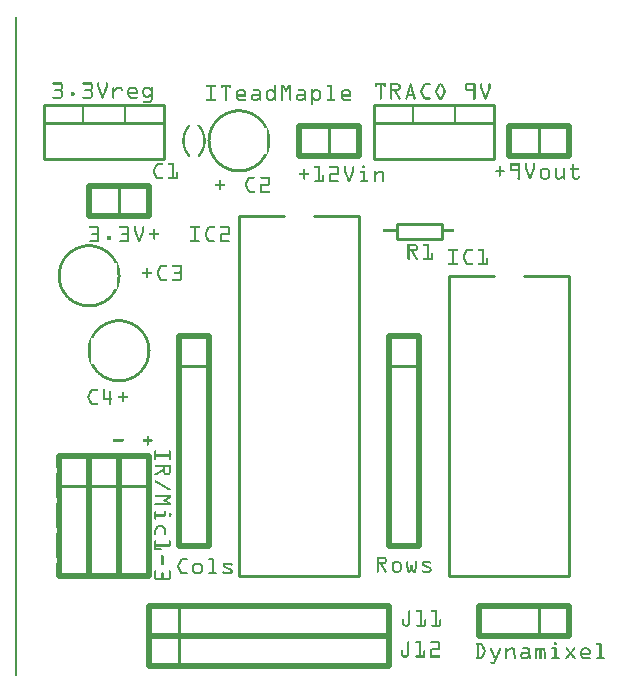
<source format=gto>
G04 MADE WITH FRITZING*
G04 WWW.FRITZING.ORG*
G04 DOUBLE SIDED*
G04 HOLES PLATED*
G04 CONTOUR ON CENTER OF CONTOUR VECTOR*
%ASAXBY*%
%FSLAX23Y23*%
%MOIN*%
%OFA0B0*%
%SFA1.0B1.0*%
%ADD10C,0.010000*%
%ADD11C,0.020000*%
%ADD12C,0.005000*%
%ADD13R,0.001000X0.001000*%
%LNSILK1*%
G90*
G70*
G54D10*
X1452Y1337D02*
X1452Y337D01*
D02*
X1452Y337D02*
X1852Y337D01*
D02*
X1852Y337D02*
X1852Y1337D01*
D02*
X1452Y1337D02*
X1602Y1337D01*
D02*
X1702Y1337D02*
X1852Y1337D01*
G54D11*
D02*
X1852Y237D02*
X1552Y237D01*
D02*
X1552Y237D02*
X1552Y137D01*
D02*
X1552Y137D02*
X1852Y137D01*
D02*
X1852Y137D02*
X1852Y237D01*
G54D10*
D02*
X1752Y237D02*
X1752Y137D01*
G54D11*
D02*
X452Y37D02*
X1252Y37D01*
D02*
X1252Y37D02*
X1252Y137D01*
D02*
X1252Y137D02*
X452Y137D01*
D02*
X452Y137D02*
X452Y37D01*
G54D10*
D02*
X552Y37D02*
X552Y137D01*
G54D11*
D02*
X452Y137D02*
X1252Y137D01*
D02*
X1252Y137D02*
X1252Y237D01*
D02*
X1252Y237D02*
X452Y237D01*
D02*
X452Y237D02*
X452Y137D01*
G54D10*
D02*
X552Y137D02*
X552Y237D01*
D02*
X752Y1537D02*
X752Y337D01*
D02*
X752Y337D02*
X1152Y337D01*
D02*
X1152Y337D02*
X1152Y1537D01*
D02*
X752Y1537D02*
X902Y1537D01*
D02*
X1002Y1537D02*
X1152Y1537D01*
G54D11*
D02*
X1252Y1137D02*
X1252Y437D01*
D02*
X1252Y437D02*
X1352Y437D01*
D02*
X1352Y437D02*
X1352Y1137D01*
D02*
X1352Y1137D02*
X1252Y1137D01*
G54D10*
D02*
X1252Y1037D02*
X1352Y1037D01*
G54D11*
D02*
X552Y1137D02*
X552Y437D01*
D02*
X552Y437D02*
X652Y437D01*
D02*
X652Y437D02*
X652Y1137D01*
D02*
X652Y1137D02*
X552Y1137D01*
G54D10*
D02*
X552Y1037D02*
X652Y1037D01*
D02*
X1427Y1462D02*
X1277Y1462D01*
D02*
X1277Y1462D02*
X1277Y1512D01*
D02*
X1277Y1512D02*
X1427Y1512D01*
D02*
X1427Y1512D02*
X1427Y1462D01*
G54D11*
D02*
X252Y1537D02*
X452Y1537D01*
D02*
X452Y1537D02*
X452Y1637D01*
D02*
X452Y1637D02*
X252Y1637D01*
D02*
X252Y1637D02*
X252Y1537D01*
G54D10*
D02*
X352Y1537D02*
X352Y1637D01*
G54D11*
D02*
X952Y1737D02*
X1152Y1737D01*
D02*
X1152Y1737D02*
X1152Y1837D01*
D02*
X1152Y1837D02*
X952Y1837D01*
D02*
X952Y1837D02*
X952Y1737D01*
G54D10*
D02*
X1052Y1737D02*
X1052Y1837D01*
G54D11*
D02*
X1652Y1737D02*
X1852Y1737D01*
D02*
X1852Y1737D02*
X1852Y1837D01*
D02*
X1852Y1837D02*
X1652Y1837D01*
D02*
X1652Y1837D02*
X1652Y1737D01*
G54D10*
D02*
X1752Y1737D02*
X1752Y1837D01*
D02*
X1202Y1907D02*
X1602Y1907D01*
D02*
X1602Y1907D02*
X1602Y1727D01*
D02*
X1602Y1727D02*
X1202Y1727D01*
D02*
X1202Y1727D02*
X1202Y1907D01*
D02*
X1202Y1907D02*
X1602Y1907D01*
D02*
X1602Y1907D02*
X1602Y1847D01*
D02*
X1602Y1847D02*
X1202Y1847D01*
D02*
X1202Y1847D02*
X1202Y1907D01*
G54D12*
D02*
X1332Y1907D02*
X1332Y1847D01*
D02*
X1472Y1907D02*
X1472Y1847D01*
G54D10*
D02*
X102Y1907D02*
X502Y1907D01*
D02*
X502Y1907D02*
X502Y1727D01*
D02*
X502Y1727D02*
X102Y1727D01*
D02*
X102Y1727D02*
X102Y1907D01*
D02*
X102Y1907D02*
X502Y1907D01*
D02*
X502Y1907D02*
X502Y1847D01*
D02*
X502Y1847D02*
X102Y1847D01*
D02*
X102Y1847D02*
X102Y1907D01*
G54D12*
D02*
X232Y1907D02*
X232Y1847D01*
D02*
X372Y1907D02*
X372Y1847D01*
G54D11*
D02*
X352Y737D02*
X352Y337D01*
D02*
X352Y337D02*
X452Y337D01*
D02*
X452Y337D02*
X452Y737D01*
D02*
X452Y737D02*
X352Y737D01*
G54D10*
D02*
X352Y637D02*
X452Y637D01*
G54D11*
D02*
X252Y737D02*
X252Y337D01*
D02*
X252Y337D02*
X352Y337D01*
D02*
X352Y337D02*
X352Y737D01*
D02*
X352Y737D02*
X252Y737D01*
G54D10*
D02*
X252Y637D02*
X352Y637D01*
G54D11*
D02*
X152Y337D02*
X252Y337D01*
D02*
X252Y337D02*
X252Y737D01*
D02*
X252Y737D02*
X152Y737D01*
G54D10*
D02*
X152Y637D02*
X252Y637D01*
G54D13*
X4Y2201D02*
X11Y2201D01*
X4Y2200D02*
X11Y2200D01*
X4Y2199D02*
X11Y2199D01*
X4Y2198D02*
X11Y2198D01*
X4Y2197D02*
X11Y2197D01*
X4Y2196D02*
X11Y2196D01*
X4Y2195D02*
X11Y2195D01*
X4Y2194D02*
X11Y2194D01*
X4Y2193D02*
X11Y2193D01*
X4Y2192D02*
X11Y2192D01*
X4Y2191D02*
X11Y2191D01*
X4Y2190D02*
X11Y2190D01*
X4Y2189D02*
X11Y2189D01*
X4Y2188D02*
X11Y2188D01*
X4Y2187D02*
X11Y2187D01*
X4Y2186D02*
X11Y2186D01*
X4Y2185D02*
X11Y2185D01*
X4Y2184D02*
X11Y2184D01*
X4Y2183D02*
X11Y2183D01*
X4Y2182D02*
X11Y2182D01*
X4Y2181D02*
X11Y2181D01*
X4Y2180D02*
X11Y2180D01*
X4Y2179D02*
X11Y2179D01*
X4Y2178D02*
X11Y2178D01*
X4Y2177D02*
X11Y2177D01*
X4Y2176D02*
X11Y2176D01*
X4Y2175D02*
X11Y2175D01*
X4Y2174D02*
X11Y2174D01*
X4Y2173D02*
X11Y2173D01*
X4Y2172D02*
X11Y2172D01*
X4Y2171D02*
X11Y2171D01*
X4Y2170D02*
X11Y2170D01*
X4Y2169D02*
X11Y2169D01*
X4Y2168D02*
X11Y2168D01*
X4Y2167D02*
X11Y2167D01*
X4Y2166D02*
X11Y2166D01*
X4Y2165D02*
X11Y2165D01*
X4Y2164D02*
X11Y2164D01*
X4Y2163D02*
X11Y2163D01*
X4Y2162D02*
X11Y2162D01*
X4Y2161D02*
X11Y2161D01*
X4Y2160D02*
X11Y2160D01*
X4Y2159D02*
X11Y2159D01*
X4Y2158D02*
X11Y2158D01*
X4Y2157D02*
X11Y2157D01*
X4Y2156D02*
X11Y2156D01*
X4Y2155D02*
X11Y2155D01*
X4Y2154D02*
X11Y2154D01*
X4Y2153D02*
X11Y2153D01*
X4Y2152D02*
X11Y2152D01*
X4Y2151D02*
X11Y2151D01*
X4Y2150D02*
X11Y2150D01*
X4Y2149D02*
X11Y2149D01*
X4Y2148D02*
X11Y2148D01*
X4Y2147D02*
X11Y2147D01*
X4Y2146D02*
X11Y2146D01*
X4Y2145D02*
X11Y2145D01*
X4Y2144D02*
X11Y2144D01*
X4Y2143D02*
X11Y2143D01*
X4Y2142D02*
X11Y2142D01*
X4Y2141D02*
X11Y2141D01*
X4Y2140D02*
X11Y2140D01*
X4Y2139D02*
X11Y2139D01*
X4Y2138D02*
X11Y2138D01*
X4Y2137D02*
X11Y2137D01*
X4Y2136D02*
X11Y2136D01*
X4Y2135D02*
X11Y2135D01*
X4Y2134D02*
X11Y2134D01*
X4Y2133D02*
X11Y2133D01*
X4Y2132D02*
X11Y2132D01*
X4Y2131D02*
X11Y2131D01*
X4Y2130D02*
X11Y2130D01*
X4Y2129D02*
X11Y2129D01*
X4Y2128D02*
X11Y2128D01*
X4Y2127D02*
X11Y2127D01*
X4Y2126D02*
X11Y2126D01*
X4Y2125D02*
X11Y2125D01*
X4Y2124D02*
X11Y2124D01*
X4Y2123D02*
X11Y2123D01*
X4Y2122D02*
X11Y2122D01*
X4Y2121D02*
X11Y2121D01*
X4Y2120D02*
X11Y2120D01*
X4Y2119D02*
X11Y2119D01*
X4Y2118D02*
X11Y2118D01*
X4Y2117D02*
X11Y2117D01*
X4Y2116D02*
X11Y2116D01*
X4Y2115D02*
X11Y2115D01*
X4Y2114D02*
X11Y2114D01*
X4Y2113D02*
X11Y2113D01*
X4Y2112D02*
X11Y2112D01*
X4Y2111D02*
X11Y2111D01*
X4Y2110D02*
X11Y2110D01*
X4Y2109D02*
X11Y2109D01*
X4Y2108D02*
X11Y2108D01*
X4Y2107D02*
X11Y2107D01*
X4Y2106D02*
X11Y2106D01*
X4Y2105D02*
X11Y2105D01*
X4Y2104D02*
X11Y2104D01*
X4Y2103D02*
X11Y2103D01*
X4Y2102D02*
X11Y2102D01*
X4Y2101D02*
X11Y2101D01*
X4Y2100D02*
X11Y2100D01*
X4Y2099D02*
X11Y2099D01*
X4Y2098D02*
X11Y2098D01*
X4Y2097D02*
X11Y2097D01*
X4Y2096D02*
X11Y2096D01*
X4Y2095D02*
X11Y2095D01*
X4Y2094D02*
X11Y2094D01*
X4Y2093D02*
X11Y2093D01*
X4Y2092D02*
X11Y2092D01*
X4Y2091D02*
X11Y2091D01*
X4Y2090D02*
X11Y2090D01*
X4Y2089D02*
X11Y2089D01*
X4Y2088D02*
X11Y2088D01*
X4Y2087D02*
X11Y2087D01*
X4Y2086D02*
X11Y2086D01*
X4Y2085D02*
X11Y2085D01*
X4Y2084D02*
X11Y2084D01*
X4Y2083D02*
X11Y2083D01*
X4Y2082D02*
X11Y2082D01*
X4Y2081D02*
X11Y2081D01*
X4Y2080D02*
X11Y2080D01*
X4Y2079D02*
X11Y2079D01*
X4Y2078D02*
X11Y2078D01*
X4Y2077D02*
X11Y2077D01*
X4Y2076D02*
X11Y2076D01*
X4Y2075D02*
X11Y2075D01*
X4Y2074D02*
X11Y2074D01*
X4Y2073D02*
X11Y2073D01*
X4Y2072D02*
X11Y2072D01*
X4Y2071D02*
X11Y2071D01*
X4Y2070D02*
X11Y2070D01*
X4Y2069D02*
X11Y2069D01*
X4Y2068D02*
X11Y2068D01*
X4Y2067D02*
X11Y2067D01*
X4Y2066D02*
X11Y2066D01*
X4Y2065D02*
X11Y2065D01*
X4Y2064D02*
X11Y2064D01*
X4Y2063D02*
X11Y2063D01*
X4Y2062D02*
X11Y2062D01*
X4Y2061D02*
X11Y2061D01*
X4Y2060D02*
X11Y2060D01*
X4Y2059D02*
X11Y2059D01*
X4Y2058D02*
X11Y2058D01*
X4Y2057D02*
X11Y2057D01*
X4Y2056D02*
X11Y2056D01*
X4Y2055D02*
X11Y2055D01*
X4Y2054D02*
X11Y2054D01*
X4Y2053D02*
X11Y2053D01*
X4Y2052D02*
X11Y2052D01*
X4Y2051D02*
X11Y2051D01*
X4Y2050D02*
X11Y2050D01*
X4Y2049D02*
X11Y2049D01*
X4Y2048D02*
X11Y2048D01*
X4Y2047D02*
X11Y2047D01*
X4Y2046D02*
X11Y2046D01*
X4Y2045D02*
X11Y2045D01*
X4Y2044D02*
X11Y2044D01*
X4Y2043D02*
X11Y2043D01*
X4Y2042D02*
X11Y2042D01*
X4Y2041D02*
X11Y2041D01*
X4Y2040D02*
X11Y2040D01*
X4Y2039D02*
X11Y2039D01*
X4Y2038D02*
X11Y2038D01*
X4Y2037D02*
X11Y2037D01*
X4Y2036D02*
X11Y2036D01*
X4Y2035D02*
X11Y2035D01*
X4Y2034D02*
X11Y2034D01*
X4Y2033D02*
X11Y2033D01*
X4Y2032D02*
X11Y2032D01*
X4Y2031D02*
X11Y2031D01*
X4Y2030D02*
X11Y2030D01*
X4Y2029D02*
X11Y2029D01*
X4Y2028D02*
X11Y2028D01*
X4Y2027D02*
X11Y2027D01*
X4Y2026D02*
X11Y2026D01*
X4Y2025D02*
X11Y2025D01*
X4Y2024D02*
X11Y2024D01*
X4Y2023D02*
X11Y2023D01*
X4Y2022D02*
X11Y2022D01*
X4Y2021D02*
X11Y2021D01*
X4Y2020D02*
X11Y2020D01*
X4Y2019D02*
X11Y2019D01*
X4Y2018D02*
X11Y2018D01*
X4Y2017D02*
X11Y2017D01*
X4Y2016D02*
X11Y2016D01*
X4Y2015D02*
X11Y2015D01*
X4Y2014D02*
X11Y2014D01*
X4Y2013D02*
X11Y2013D01*
X4Y2012D02*
X11Y2012D01*
X4Y2011D02*
X11Y2011D01*
X4Y2010D02*
X11Y2010D01*
X4Y2009D02*
X11Y2009D01*
X4Y2008D02*
X11Y2008D01*
X4Y2007D02*
X11Y2007D01*
X4Y2006D02*
X11Y2006D01*
X4Y2005D02*
X11Y2005D01*
X4Y2004D02*
X11Y2004D01*
X4Y2003D02*
X11Y2003D01*
X4Y2002D02*
X11Y2002D01*
X4Y2001D02*
X11Y2001D01*
X4Y2000D02*
X11Y2000D01*
X4Y1999D02*
X11Y1999D01*
X4Y1998D02*
X11Y1998D01*
X4Y1997D02*
X11Y1997D01*
X4Y1996D02*
X11Y1996D01*
X4Y1995D02*
X11Y1995D01*
X4Y1994D02*
X11Y1994D01*
X4Y1993D02*
X11Y1993D01*
X4Y1992D02*
X11Y1992D01*
X4Y1991D02*
X11Y1991D01*
X4Y1990D02*
X11Y1990D01*
X4Y1989D02*
X11Y1989D01*
X4Y1988D02*
X11Y1988D01*
X4Y1987D02*
X11Y1987D01*
X4Y1986D02*
X11Y1986D01*
X4Y1985D02*
X11Y1985D01*
X4Y1984D02*
X11Y1984D01*
X4Y1983D02*
X11Y1983D01*
X4Y1982D02*
X11Y1982D01*
X131Y1982D02*
X159Y1982D01*
X231Y1982D02*
X259Y1982D01*
X281Y1982D02*
X284Y1982D01*
X308Y1982D02*
X312Y1982D01*
X4Y1981D02*
X11Y1981D01*
X130Y1981D02*
X161Y1981D01*
X230Y1981D02*
X261Y1981D01*
X280Y1981D02*
X285Y1981D01*
X307Y1981D02*
X312Y1981D01*
X4Y1980D02*
X11Y1980D01*
X130Y1980D02*
X162Y1980D01*
X230Y1980D02*
X261Y1980D01*
X280Y1980D02*
X285Y1980D01*
X307Y1980D02*
X313Y1980D01*
X4Y1979D02*
X11Y1979D01*
X129Y1979D02*
X162Y1979D01*
X229Y1979D02*
X262Y1979D01*
X279Y1979D02*
X285Y1979D01*
X307Y1979D02*
X313Y1979D01*
X1206Y1979D02*
X1239Y1979D01*
X1256Y1979D02*
X1281Y1979D01*
X1322Y1979D02*
X1324Y1979D01*
X1371Y1979D02*
X1387Y1979D01*
X1421Y1979D02*
X1424Y1979D01*
X1508Y1979D02*
X1537Y1979D01*
X1558Y1979D02*
X1560Y1979D01*
X1585Y1979D02*
X1587Y1979D01*
X4Y1978D02*
X11Y1978D01*
X130Y1978D02*
X163Y1978D01*
X230Y1978D02*
X263Y1978D01*
X279Y1978D02*
X285Y1978D01*
X307Y1978D02*
X313Y1978D01*
X1206Y1978D02*
X1240Y1978D01*
X1256Y1978D02*
X1284Y1978D01*
X1320Y1978D02*
X1325Y1978D01*
X1369Y1978D02*
X1389Y1978D01*
X1419Y1978D02*
X1427Y1978D01*
X1507Y1978D02*
X1539Y1978D01*
X1557Y1978D02*
X1561Y1978D01*
X1584Y1978D02*
X1589Y1978D01*
X4Y1977D02*
X11Y1977D01*
X130Y1977D02*
X163Y1977D01*
X230Y1977D02*
X263Y1977D01*
X279Y1977D02*
X285Y1977D01*
X307Y1977D02*
X313Y1977D01*
X1206Y1977D02*
X1240Y1977D01*
X1256Y1977D02*
X1285Y1977D01*
X1320Y1977D02*
X1325Y1977D01*
X1367Y1977D02*
X1389Y1977D01*
X1417Y1977D02*
X1428Y1977D01*
X1506Y1977D02*
X1539Y1977D01*
X1556Y1977D02*
X1562Y1977D01*
X1584Y1977D02*
X1589Y1977D01*
X4Y1976D02*
X11Y1976D01*
X132Y1976D02*
X163Y1976D01*
X232Y1976D02*
X263Y1976D01*
X279Y1976D02*
X285Y1976D01*
X307Y1976D02*
X313Y1976D01*
X1206Y1976D02*
X1240Y1976D01*
X1256Y1976D02*
X1287Y1976D01*
X1320Y1976D02*
X1326Y1976D01*
X1366Y1976D02*
X1389Y1976D01*
X1416Y1976D02*
X1429Y1976D01*
X1506Y1976D02*
X1539Y1976D01*
X1556Y1976D02*
X1562Y1976D01*
X1583Y1976D02*
X1589Y1976D01*
X4Y1975D02*
X11Y1975D01*
X157Y1975D02*
X163Y1975D01*
X257Y1975D02*
X263Y1975D01*
X279Y1975D02*
X285Y1975D01*
X307Y1975D02*
X313Y1975D01*
X1206Y1975D02*
X1240Y1975D01*
X1256Y1975D02*
X1287Y1975D01*
X1319Y1975D02*
X1326Y1975D01*
X1365Y1975D02*
X1389Y1975D01*
X1415Y1975D02*
X1430Y1975D01*
X1506Y1975D02*
X1539Y1975D01*
X1556Y1975D02*
X1562Y1975D01*
X1583Y1975D02*
X1589Y1975D01*
X4Y1974D02*
X11Y1974D01*
X157Y1974D02*
X163Y1974D01*
X257Y1974D02*
X263Y1974D01*
X279Y1974D02*
X285Y1974D01*
X307Y1974D02*
X313Y1974D01*
X643Y1974D02*
X674Y1974D01*
X691Y1974D02*
X725Y1974D01*
X870Y1974D02*
X874Y1974D01*
X891Y1974D02*
X900Y1974D01*
X917Y1974D02*
X925Y1974D01*
X1046Y1974D02*
X1060Y1974D01*
X1206Y1974D02*
X1240Y1974D01*
X1256Y1974D02*
X1288Y1974D01*
X1319Y1974D02*
X1326Y1974D01*
X1365Y1974D02*
X1389Y1974D01*
X1415Y1974D02*
X1430Y1974D01*
X1506Y1974D02*
X1539Y1974D01*
X1556Y1974D02*
X1562Y1974D01*
X1583Y1974D02*
X1589Y1974D01*
X4Y1973D02*
X11Y1973D01*
X157Y1973D02*
X163Y1973D01*
X257Y1973D02*
X263Y1973D01*
X279Y1973D02*
X285Y1973D01*
X307Y1973D02*
X313Y1973D01*
X642Y1973D02*
X675Y1973D01*
X691Y1973D02*
X725Y1973D01*
X869Y1973D02*
X875Y1973D01*
X891Y1973D02*
X900Y1973D01*
X916Y1973D02*
X925Y1973D01*
X1045Y1973D02*
X1061Y1973D01*
X1206Y1973D02*
X1240Y1973D01*
X1256Y1973D02*
X1289Y1973D01*
X1319Y1973D02*
X1327Y1973D01*
X1364Y1973D02*
X1388Y1973D01*
X1414Y1973D02*
X1431Y1973D01*
X1506Y1973D02*
X1539Y1973D01*
X1556Y1973D02*
X1562Y1973D01*
X1583Y1973D02*
X1589Y1973D01*
X4Y1972D02*
X11Y1972D01*
X157Y1972D02*
X163Y1972D01*
X257Y1972D02*
X263Y1972D01*
X279Y1972D02*
X285Y1972D01*
X307Y1972D02*
X313Y1972D01*
X642Y1972D02*
X675Y1972D01*
X691Y1972D02*
X725Y1972D01*
X869Y1972D02*
X875Y1972D01*
X891Y1972D02*
X901Y1972D01*
X915Y1972D02*
X925Y1972D01*
X1045Y1972D02*
X1061Y1972D01*
X1206Y1972D02*
X1212Y1972D01*
X1220Y1972D02*
X1226Y1972D01*
X1233Y1972D02*
X1240Y1972D01*
X1256Y1972D02*
X1262Y1972D01*
X1281Y1972D02*
X1289Y1972D01*
X1318Y1972D02*
X1327Y1972D01*
X1364Y1972D02*
X1372Y1972D01*
X1414Y1972D02*
X1421Y1972D01*
X1424Y1972D02*
X1431Y1972D01*
X1506Y1972D02*
X1512Y1972D01*
X1533Y1972D02*
X1539Y1972D01*
X1556Y1972D02*
X1562Y1972D01*
X1583Y1972D02*
X1589Y1972D01*
X4Y1971D02*
X11Y1971D01*
X157Y1971D02*
X163Y1971D01*
X257Y1971D02*
X263Y1971D01*
X279Y1971D02*
X285Y1971D01*
X307Y1971D02*
X313Y1971D01*
X641Y1971D02*
X675Y1971D01*
X691Y1971D02*
X725Y1971D01*
X869Y1971D02*
X875Y1971D01*
X891Y1971D02*
X902Y1971D01*
X915Y1971D02*
X925Y1971D01*
X1045Y1971D02*
X1061Y1971D01*
X1206Y1971D02*
X1212Y1971D01*
X1220Y1971D02*
X1226Y1971D01*
X1234Y1971D02*
X1240Y1971D01*
X1256Y1971D02*
X1262Y1971D01*
X1283Y1971D02*
X1289Y1971D01*
X1318Y1971D02*
X1327Y1971D01*
X1363Y1971D02*
X1370Y1971D01*
X1413Y1971D02*
X1420Y1971D01*
X1425Y1971D02*
X1432Y1971D01*
X1506Y1971D02*
X1512Y1971D01*
X1533Y1971D02*
X1539Y1971D01*
X1556Y1971D02*
X1562Y1971D01*
X1583Y1971D02*
X1589Y1971D01*
X4Y1970D02*
X11Y1970D01*
X157Y1970D02*
X163Y1970D01*
X257Y1970D02*
X263Y1970D01*
X279Y1970D02*
X285Y1970D01*
X307Y1970D02*
X313Y1970D01*
X642Y1970D02*
X675Y1970D01*
X691Y1970D02*
X725Y1970D01*
X869Y1970D02*
X875Y1970D01*
X891Y1970D02*
X902Y1970D01*
X914Y1970D02*
X925Y1970D01*
X1045Y1970D02*
X1061Y1970D01*
X1206Y1970D02*
X1212Y1970D01*
X1220Y1970D02*
X1226Y1970D01*
X1234Y1970D02*
X1240Y1970D01*
X1256Y1970D02*
X1262Y1970D01*
X1283Y1970D02*
X1289Y1970D01*
X1318Y1970D02*
X1328Y1970D01*
X1363Y1970D02*
X1370Y1970D01*
X1413Y1970D02*
X1420Y1970D01*
X1426Y1970D02*
X1432Y1970D01*
X1506Y1970D02*
X1512Y1970D01*
X1533Y1970D02*
X1539Y1970D01*
X1556Y1970D02*
X1562Y1970D01*
X1583Y1970D02*
X1589Y1970D01*
X4Y1969D02*
X11Y1969D01*
X157Y1969D02*
X163Y1969D01*
X257Y1969D02*
X263Y1969D01*
X279Y1969D02*
X285Y1969D01*
X307Y1969D02*
X313Y1969D01*
X642Y1969D02*
X674Y1969D01*
X691Y1969D02*
X725Y1969D01*
X869Y1969D02*
X875Y1969D01*
X891Y1969D02*
X903Y1969D01*
X913Y1969D02*
X925Y1969D01*
X1046Y1969D02*
X1061Y1969D01*
X1206Y1969D02*
X1212Y1969D01*
X1220Y1969D02*
X1226Y1969D01*
X1234Y1969D02*
X1239Y1969D01*
X1256Y1969D02*
X1262Y1969D01*
X1283Y1969D02*
X1290Y1969D01*
X1318Y1969D02*
X1328Y1969D01*
X1362Y1969D02*
X1369Y1969D01*
X1412Y1969D02*
X1419Y1969D01*
X1426Y1969D02*
X1433Y1969D01*
X1506Y1969D02*
X1512Y1969D01*
X1533Y1969D02*
X1539Y1969D01*
X1556Y1969D02*
X1562Y1969D01*
X1583Y1969D02*
X1589Y1969D01*
X4Y1968D02*
X11Y1968D01*
X157Y1968D02*
X163Y1968D01*
X257Y1968D02*
X263Y1968D01*
X279Y1968D02*
X286Y1968D01*
X307Y1968D02*
X313Y1968D01*
X347Y1968D02*
X353Y1968D01*
X392Y1968D02*
X400Y1968D01*
X442Y1968D02*
X447Y1968D01*
X644Y1968D02*
X673Y1968D01*
X691Y1968D02*
X725Y1968D01*
X869Y1968D02*
X875Y1968D01*
X891Y1968D02*
X904Y1968D01*
X912Y1968D02*
X925Y1968D01*
X1047Y1968D02*
X1061Y1968D01*
X1207Y1968D02*
X1211Y1968D01*
X1220Y1968D02*
X1226Y1968D01*
X1234Y1968D02*
X1239Y1968D01*
X1256Y1968D02*
X1262Y1968D01*
X1284Y1968D02*
X1290Y1968D01*
X1317Y1968D02*
X1328Y1968D01*
X1362Y1968D02*
X1369Y1968D01*
X1412Y1968D02*
X1419Y1968D01*
X1427Y1968D02*
X1433Y1968D01*
X1506Y1968D02*
X1512Y1968D01*
X1533Y1968D02*
X1539Y1968D01*
X1556Y1968D02*
X1562Y1968D01*
X1583Y1968D02*
X1589Y1968D01*
X4Y1967D02*
X11Y1967D01*
X157Y1967D02*
X163Y1967D01*
X257Y1967D02*
X263Y1967D01*
X279Y1967D02*
X286Y1967D01*
X307Y1967D02*
X313Y1967D01*
X330Y1967D02*
X334Y1967D01*
X344Y1967D02*
X357Y1967D01*
X388Y1967D02*
X404Y1967D01*
X438Y1967D02*
X451Y1967D01*
X458Y1967D02*
X462Y1967D01*
X655Y1967D02*
X661Y1967D01*
X691Y1967D02*
X697Y1967D01*
X705Y1967D02*
X711Y1967D01*
X719Y1967D02*
X725Y1967D01*
X869Y1967D02*
X875Y1967D01*
X891Y1967D02*
X905Y1967D01*
X912Y1967D02*
X925Y1967D01*
X1055Y1967D02*
X1061Y1967D01*
X1207Y1967D02*
X1210Y1967D01*
X1220Y1967D02*
X1226Y1967D01*
X1235Y1967D02*
X1238Y1967D01*
X1256Y1967D02*
X1262Y1967D01*
X1284Y1967D02*
X1290Y1967D01*
X1317Y1967D02*
X1328Y1967D01*
X1361Y1967D02*
X1368Y1967D01*
X1411Y1967D02*
X1418Y1967D01*
X1427Y1967D02*
X1434Y1967D01*
X1506Y1967D02*
X1512Y1967D01*
X1533Y1967D02*
X1539Y1967D01*
X1556Y1967D02*
X1562Y1967D01*
X1583Y1967D02*
X1589Y1967D01*
X4Y1966D02*
X11Y1966D01*
X157Y1966D02*
X163Y1966D01*
X257Y1966D02*
X263Y1966D01*
X280Y1966D02*
X286Y1966D01*
X306Y1966D02*
X313Y1966D01*
X330Y1966D02*
X335Y1966D01*
X343Y1966D02*
X359Y1966D01*
X386Y1966D02*
X406Y1966D01*
X436Y1966D02*
X453Y1966D01*
X457Y1966D02*
X463Y1966D01*
X655Y1966D02*
X661Y1966D01*
X691Y1966D02*
X697Y1966D01*
X705Y1966D02*
X711Y1966D01*
X719Y1966D02*
X725Y1966D01*
X869Y1966D02*
X875Y1966D01*
X891Y1966D02*
X905Y1966D01*
X911Y1966D02*
X925Y1966D01*
X1055Y1966D02*
X1061Y1966D01*
X1220Y1966D02*
X1226Y1966D01*
X1256Y1966D02*
X1262Y1966D01*
X1284Y1966D02*
X1290Y1966D01*
X1317Y1966D02*
X1329Y1966D01*
X1361Y1966D02*
X1368Y1966D01*
X1411Y1966D02*
X1418Y1966D01*
X1428Y1966D02*
X1434Y1966D01*
X1506Y1966D02*
X1512Y1966D01*
X1533Y1966D02*
X1539Y1966D01*
X1556Y1966D02*
X1562Y1966D01*
X1583Y1966D02*
X1589Y1966D01*
X4Y1965D02*
X11Y1965D01*
X157Y1965D02*
X163Y1965D01*
X257Y1965D02*
X263Y1965D01*
X280Y1965D02*
X287Y1965D01*
X306Y1965D02*
X312Y1965D01*
X329Y1965D02*
X335Y1965D01*
X342Y1965D02*
X360Y1965D01*
X385Y1965D02*
X407Y1965D01*
X435Y1965D02*
X454Y1965D01*
X457Y1965D02*
X463Y1965D01*
X655Y1965D02*
X661Y1965D01*
X691Y1965D02*
X697Y1965D01*
X705Y1965D02*
X711Y1965D01*
X719Y1965D02*
X725Y1965D01*
X869Y1965D02*
X875Y1965D01*
X891Y1965D02*
X906Y1965D01*
X910Y1965D02*
X925Y1965D01*
X1055Y1965D02*
X1061Y1965D01*
X1220Y1965D02*
X1226Y1965D01*
X1256Y1965D02*
X1262Y1965D01*
X1283Y1965D02*
X1290Y1965D01*
X1316Y1965D02*
X1329Y1965D01*
X1360Y1965D02*
X1367Y1965D01*
X1410Y1965D02*
X1417Y1965D01*
X1428Y1965D02*
X1435Y1965D01*
X1506Y1965D02*
X1512Y1965D01*
X1533Y1965D02*
X1539Y1965D01*
X1556Y1965D02*
X1562Y1965D01*
X1583Y1965D02*
X1589Y1965D01*
X4Y1964D02*
X11Y1964D01*
X157Y1964D02*
X163Y1964D01*
X257Y1964D02*
X263Y1964D01*
X280Y1964D02*
X287Y1964D01*
X305Y1964D02*
X312Y1964D01*
X329Y1964D02*
X335Y1964D01*
X341Y1964D02*
X361Y1964D01*
X384Y1964D02*
X409Y1964D01*
X434Y1964D02*
X455Y1964D01*
X457Y1964D02*
X463Y1964D01*
X655Y1964D02*
X661Y1964D01*
X692Y1964D02*
X697Y1964D01*
X705Y1964D02*
X711Y1964D01*
X719Y1964D02*
X725Y1964D01*
X869Y1964D02*
X875Y1964D01*
X891Y1964D02*
X897Y1964D01*
X899Y1964D02*
X907Y1964D01*
X910Y1964D02*
X917Y1964D01*
X919Y1964D02*
X925Y1964D01*
X1055Y1964D02*
X1061Y1964D01*
X1220Y1964D02*
X1226Y1964D01*
X1256Y1964D02*
X1262Y1964D01*
X1283Y1964D02*
X1289Y1964D01*
X1316Y1964D02*
X1329Y1964D01*
X1360Y1964D02*
X1367Y1964D01*
X1410Y1964D02*
X1417Y1964D01*
X1429Y1964D02*
X1435Y1964D01*
X1506Y1964D02*
X1512Y1964D01*
X1533Y1964D02*
X1539Y1964D01*
X1556Y1964D02*
X1562Y1964D01*
X1583Y1964D02*
X1589Y1964D01*
X4Y1963D02*
X11Y1963D01*
X157Y1963D02*
X163Y1963D01*
X257Y1963D02*
X263Y1963D01*
X281Y1963D02*
X287Y1963D01*
X305Y1963D02*
X312Y1963D01*
X329Y1963D02*
X335Y1963D01*
X340Y1963D02*
X361Y1963D01*
X383Y1963D02*
X410Y1963D01*
X433Y1963D02*
X463Y1963D01*
X655Y1963D02*
X661Y1963D01*
X692Y1963D02*
X696Y1963D01*
X705Y1963D02*
X711Y1963D01*
X720Y1963D02*
X724Y1963D01*
X869Y1963D02*
X875Y1963D01*
X891Y1963D02*
X897Y1963D01*
X900Y1963D02*
X916Y1963D01*
X919Y1963D02*
X925Y1963D01*
X1055Y1963D02*
X1061Y1963D01*
X1220Y1963D02*
X1226Y1963D01*
X1256Y1963D02*
X1262Y1963D01*
X1283Y1963D02*
X1289Y1963D01*
X1316Y1963D02*
X1330Y1963D01*
X1359Y1963D02*
X1366Y1963D01*
X1409Y1963D02*
X1416Y1963D01*
X1429Y1963D02*
X1436Y1963D01*
X1506Y1963D02*
X1512Y1963D01*
X1533Y1963D02*
X1539Y1963D01*
X1556Y1963D02*
X1563Y1963D01*
X1583Y1963D02*
X1589Y1963D01*
X4Y1962D02*
X11Y1962D01*
X157Y1962D02*
X163Y1962D01*
X257Y1962D02*
X263Y1962D01*
X281Y1962D02*
X288Y1962D01*
X305Y1962D02*
X311Y1962D01*
X329Y1962D02*
X335Y1962D01*
X338Y1962D02*
X362Y1962D01*
X382Y1962D02*
X411Y1962D01*
X432Y1962D02*
X463Y1962D01*
X655Y1962D02*
X661Y1962D01*
X694Y1962D02*
X695Y1962D01*
X705Y1962D02*
X711Y1962D01*
X722Y1962D02*
X722Y1962D01*
X869Y1962D02*
X875Y1962D01*
X891Y1962D02*
X897Y1962D01*
X901Y1962D02*
X916Y1962D01*
X919Y1962D02*
X925Y1962D01*
X1055Y1962D02*
X1061Y1962D01*
X1220Y1962D02*
X1226Y1962D01*
X1256Y1962D02*
X1262Y1962D01*
X1282Y1962D02*
X1289Y1962D01*
X1315Y1962D02*
X1322Y1962D01*
X1324Y1962D02*
X1330Y1962D01*
X1359Y1962D02*
X1366Y1962D01*
X1409Y1962D02*
X1416Y1962D01*
X1430Y1962D02*
X1436Y1962D01*
X1506Y1962D02*
X1512Y1962D01*
X1533Y1962D02*
X1539Y1962D01*
X1556Y1962D02*
X1563Y1962D01*
X1582Y1962D02*
X1589Y1962D01*
X4Y1961D02*
X11Y1961D01*
X157Y1961D02*
X163Y1961D01*
X257Y1961D02*
X263Y1961D01*
X282Y1961D02*
X288Y1961D01*
X304Y1961D02*
X311Y1961D01*
X329Y1961D02*
X362Y1961D01*
X381Y1961D02*
X411Y1961D01*
X431Y1961D02*
X463Y1961D01*
X655Y1961D02*
X661Y1961D01*
X705Y1961D02*
X711Y1961D01*
X869Y1961D02*
X875Y1961D01*
X891Y1961D02*
X897Y1961D01*
X901Y1961D02*
X915Y1961D01*
X919Y1961D02*
X925Y1961D01*
X993Y1961D02*
X996Y1961D01*
X1005Y1961D02*
X1012Y1961D01*
X1055Y1961D02*
X1061Y1961D01*
X1220Y1961D02*
X1226Y1961D01*
X1256Y1961D02*
X1289Y1961D01*
X1315Y1961D02*
X1322Y1961D01*
X1324Y1961D02*
X1330Y1961D01*
X1358Y1961D02*
X1365Y1961D01*
X1408Y1961D02*
X1415Y1961D01*
X1430Y1961D02*
X1437Y1961D01*
X1506Y1961D02*
X1539Y1961D01*
X1557Y1961D02*
X1563Y1961D01*
X1582Y1961D02*
X1589Y1961D01*
X4Y1960D02*
X11Y1960D01*
X156Y1960D02*
X163Y1960D01*
X256Y1960D02*
X263Y1960D01*
X282Y1960D02*
X289Y1960D01*
X304Y1960D02*
X310Y1960D01*
X329Y1960D02*
X346Y1960D01*
X356Y1960D02*
X363Y1960D01*
X381Y1960D02*
X389Y1960D01*
X404Y1960D02*
X412Y1960D01*
X430Y1960D02*
X439Y1960D01*
X450Y1960D02*
X463Y1960D01*
X655Y1960D02*
X661Y1960D01*
X705Y1960D02*
X711Y1960D01*
X753Y1960D02*
X763Y1960D01*
X801Y1960D02*
X815Y1960D01*
X853Y1960D02*
X860Y1960D01*
X869Y1960D02*
X875Y1960D01*
X891Y1960D02*
X897Y1960D01*
X902Y1960D02*
X914Y1960D01*
X919Y1960D02*
X925Y1960D01*
X951Y1960D02*
X965Y1960D01*
X992Y1960D02*
X997Y1960D01*
X1003Y1960D02*
X1014Y1960D01*
X1055Y1960D02*
X1061Y1960D01*
X1103Y1960D02*
X1113Y1960D01*
X1220Y1960D02*
X1226Y1960D01*
X1256Y1960D02*
X1288Y1960D01*
X1315Y1960D02*
X1321Y1960D01*
X1324Y1960D02*
X1330Y1960D01*
X1358Y1960D02*
X1365Y1960D01*
X1408Y1960D02*
X1415Y1960D01*
X1431Y1960D02*
X1437Y1960D01*
X1506Y1960D02*
X1539Y1960D01*
X1557Y1960D02*
X1564Y1960D01*
X1582Y1960D02*
X1588Y1960D01*
X4Y1959D02*
X11Y1959D01*
X139Y1959D02*
X162Y1959D01*
X239Y1959D02*
X262Y1959D01*
X282Y1959D02*
X289Y1959D01*
X303Y1959D02*
X310Y1959D01*
X329Y1959D02*
X345Y1959D01*
X357Y1959D02*
X363Y1959D01*
X380Y1959D02*
X388Y1959D01*
X405Y1959D02*
X412Y1959D01*
X430Y1959D02*
X438Y1959D01*
X451Y1959D02*
X463Y1959D01*
X655Y1959D02*
X661Y1959D01*
X705Y1959D02*
X711Y1959D01*
X750Y1959D02*
X767Y1959D01*
X799Y1959D02*
X818Y1959D01*
X850Y1959D02*
X863Y1959D01*
X869Y1959D02*
X875Y1959D01*
X891Y1959D02*
X897Y1959D01*
X903Y1959D02*
X914Y1959D01*
X919Y1959D02*
X925Y1959D01*
X949Y1959D02*
X968Y1959D01*
X991Y1959D02*
X997Y1959D01*
X1001Y1959D02*
X1015Y1959D01*
X1055Y1959D02*
X1061Y1959D01*
X1100Y1959D02*
X1117Y1959D01*
X1220Y1959D02*
X1226Y1959D01*
X1256Y1959D02*
X1287Y1959D01*
X1315Y1959D02*
X1321Y1959D01*
X1324Y1959D02*
X1331Y1959D01*
X1357Y1959D02*
X1364Y1959D01*
X1407Y1959D02*
X1414Y1959D01*
X1431Y1959D02*
X1438Y1959D01*
X1506Y1959D02*
X1539Y1959D01*
X1557Y1959D02*
X1564Y1959D01*
X1581Y1959D02*
X1588Y1959D01*
X4Y1958D02*
X11Y1958D01*
X137Y1958D02*
X162Y1958D01*
X237Y1958D02*
X262Y1958D01*
X283Y1958D02*
X289Y1958D01*
X303Y1958D02*
X310Y1958D01*
X329Y1958D02*
X343Y1958D01*
X357Y1958D02*
X363Y1958D01*
X380Y1958D02*
X387Y1958D01*
X406Y1958D02*
X413Y1958D01*
X430Y1958D02*
X437Y1958D01*
X452Y1958D02*
X463Y1958D01*
X655Y1958D02*
X661Y1958D01*
X705Y1958D02*
X711Y1958D01*
X748Y1958D02*
X768Y1958D01*
X799Y1958D02*
X820Y1958D01*
X848Y1958D02*
X865Y1958D01*
X869Y1958D02*
X875Y1958D01*
X891Y1958D02*
X897Y1958D01*
X903Y1958D02*
X913Y1958D01*
X919Y1958D02*
X925Y1958D01*
X949Y1958D02*
X970Y1958D01*
X991Y1958D02*
X997Y1958D01*
X1000Y1958D02*
X1017Y1958D01*
X1055Y1958D02*
X1061Y1958D01*
X1098Y1958D02*
X1118Y1958D01*
X1220Y1958D02*
X1226Y1958D01*
X1256Y1958D02*
X1287Y1958D01*
X1314Y1958D02*
X1321Y1958D01*
X1325Y1958D02*
X1331Y1958D01*
X1357Y1958D02*
X1364Y1958D01*
X1407Y1958D02*
X1414Y1958D01*
X1432Y1958D02*
X1438Y1958D01*
X1506Y1958D02*
X1539Y1958D01*
X1558Y1958D02*
X1564Y1958D01*
X1581Y1958D02*
X1587Y1958D01*
X4Y1957D02*
X11Y1957D01*
X137Y1957D02*
X161Y1957D01*
X237Y1957D02*
X261Y1957D01*
X283Y1957D02*
X290Y1957D01*
X303Y1957D02*
X309Y1957D01*
X329Y1957D02*
X342Y1957D01*
X357Y1957D02*
X363Y1957D01*
X380Y1957D02*
X386Y1957D01*
X407Y1957D02*
X413Y1957D01*
X429Y1957D02*
X436Y1957D01*
X453Y1957D02*
X463Y1957D01*
X655Y1957D02*
X661Y1957D01*
X705Y1957D02*
X711Y1957D01*
X747Y1957D02*
X769Y1957D01*
X798Y1957D02*
X821Y1957D01*
X847Y1957D02*
X866Y1957D01*
X869Y1957D02*
X875Y1957D01*
X891Y1957D02*
X897Y1957D01*
X904Y1957D02*
X912Y1957D01*
X919Y1957D02*
X925Y1957D01*
X948Y1957D02*
X971Y1957D01*
X991Y1957D02*
X997Y1957D01*
X999Y1957D02*
X1018Y1957D01*
X1055Y1957D02*
X1061Y1957D01*
X1097Y1957D02*
X1119Y1957D01*
X1220Y1957D02*
X1226Y1957D01*
X1256Y1957D02*
X1286Y1957D01*
X1314Y1957D02*
X1320Y1957D01*
X1325Y1957D02*
X1331Y1957D01*
X1357Y1957D02*
X1363Y1957D01*
X1407Y1957D02*
X1413Y1957D01*
X1432Y1957D02*
X1439Y1957D01*
X1506Y1957D02*
X1539Y1957D01*
X1558Y1957D02*
X1565Y1957D01*
X1580Y1957D02*
X1587Y1957D01*
X4Y1956D02*
X11Y1956D01*
X136Y1956D02*
X161Y1956D01*
X236Y1956D02*
X261Y1956D01*
X284Y1956D02*
X290Y1956D01*
X302Y1956D02*
X309Y1956D01*
X329Y1956D02*
X341Y1956D01*
X357Y1956D02*
X363Y1956D01*
X379Y1956D02*
X385Y1956D01*
X407Y1956D02*
X413Y1956D01*
X429Y1956D02*
X435Y1956D01*
X455Y1956D02*
X463Y1956D01*
X655Y1956D02*
X661Y1956D01*
X705Y1956D02*
X711Y1956D01*
X746Y1956D02*
X771Y1956D01*
X798Y1956D02*
X822Y1956D01*
X846Y1956D02*
X867Y1956D01*
X869Y1956D02*
X875Y1956D01*
X891Y1956D02*
X897Y1956D01*
X905Y1956D02*
X912Y1956D01*
X919Y1956D02*
X925Y1956D01*
X948Y1956D02*
X972Y1956D01*
X991Y1956D02*
X1019Y1956D01*
X1055Y1956D02*
X1061Y1956D01*
X1096Y1956D02*
X1121Y1956D01*
X1220Y1956D02*
X1226Y1956D01*
X1256Y1956D02*
X1284Y1956D01*
X1314Y1956D02*
X1320Y1956D01*
X1325Y1956D02*
X1332Y1956D01*
X1356Y1956D02*
X1363Y1956D01*
X1406Y1956D02*
X1413Y1956D01*
X1433Y1956D02*
X1439Y1956D01*
X1507Y1956D02*
X1539Y1956D01*
X1559Y1956D02*
X1565Y1956D01*
X1580Y1956D02*
X1587Y1956D01*
X4Y1955D02*
X11Y1955D01*
X136Y1955D02*
X161Y1955D01*
X236Y1955D02*
X261Y1955D01*
X284Y1955D02*
X291Y1955D01*
X302Y1955D02*
X308Y1955D01*
X329Y1955D02*
X340Y1955D01*
X357Y1955D02*
X363Y1955D01*
X379Y1955D02*
X385Y1955D01*
X407Y1955D02*
X413Y1955D01*
X429Y1955D02*
X435Y1955D01*
X456Y1955D02*
X463Y1955D01*
X655Y1955D02*
X661Y1955D01*
X705Y1955D02*
X711Y1955D01*
X745Y1955D02*
X772Y1955D01*
X799Y1955D02*
X823Y1955D01*
X845Y1955D02*
X875Y1955D01*
X891Y1955D02*
X897Y1955D01*
X905Y1955D02*
X911Y1955D01*
X919Y1955D02*
X925Y1955D01*
X949Y1955D02*
X973Y1955D01*
X991Y1955D02*
X1020Y1955D01*
X1055Y1955D02*
X1061Y1955D01*
X1095Y1955D02*
X1122Y1955D01*
X1220Y1955D02*
X1226Y1955D01*
X1256Y1955D02*
X1282Y1955D01*
X1313Y1955D02*
X1320Y1955D01*
X1326Y1955D02*
X1332Y1955D01*
X1356Y1955D02*
X1362Y1955D01*
X1406Y1955D02*
X1412Y1955D01*
X1433Y1955D02*
X1439Y1955D01*
X1508Y1955D02*
X1539Y1955D01*
X1559Y1955D02*
X1566Y1955D01*
X1580Y1955D02*
X1586Y1955D01*
X4Y1954D02*
X11Y1954D01*
X137Y1954D02*
X162Y1954D01*
X237Y1954D02*
X262Y1954D01*
X284Y1954D02*
X291Y1954D01*
X301Y1954D02*
X308Y1954D01*
X329Y1954D02*
X339Y1954D01*
X357Y1954D02*
X363Y1954D01*
X379Y1954D02*
X385Y1954D01*
X407Y1954D02*
X413Y1954D01*
X429Y1954D02*
X435Y1954D01*
X457Y1954D02*
X463Y1954D01*
X655Y1954D02*
X661Y1954D01*
X705Y1954D02*
X711Y1954D01*
X744Y1954D02*
X773Y1954D01*
X799Y1954D02*
X823Y1954D01*
X844Y1954D02*
X875Y1954D01*
X891Y1954D02*
X897Y1954D01*
X905Y1954D02*
X911Y1954D01*
X919Y1954D02*
X925Y1954D01*
X949Y1954D02*
X973Y1954D01*
X991Y1954D02*
X1005Y1954D01*
X1011Y1954D02*
X1021Y1954D01*
X1055Y1954D02*
X1061Y1954D01*
X1094Y1954D02*
X1123Y1954D01*
X1220Y1954D02*
X1226Y1954D01*
X1256Y1954D02*
X1262Y1954D01*
X1268Y1954D02*
X1275Y1954D01*
X1313Y1954D02*
X1319Y1954D01*
X1326Y1954D02*
X1332Y1954D01*
X1356Y1954D02*
X1362Y1954D01*
X1406Y1954D02*
X1412Y1954D01*
X1433Y1954D02*
X1439Y1954D01*
X1533Y1954D02*
X1539Y1954D01*
X1559Y1954D02*
X1566Y1954D01*
X1579Y1954D02*
X1586Y1954D01*
X4Y1953D02*
X11Y1953D01*
X138Y1953D02*
X162Y1953D01*
X238Y1953D02*
X262Y1953D01*
X285Y1953D02*
X291Y1953D01*
X301Y1953D02*
X308Y1953D01*
X329Y1953D02*
X338Y1953D01*
X358Y1953D02*
X362Y1953D01*
X379Y1953D02*
X385Y1953D01*
X407Y1953D02*
X413Y1953D01*
X429Y1953D02*
X435Y1953D01*
X457Y1953D02*
X463Y1953D01*
X655Y1953D02*
X661Y1953D01*
X705Y1953D02*
X711Y1953D01*
X743Y1953D02*
X753Y1953D01*
X764Y1953D02*
X773Y1953D01*
X815Y1953D02*
X824Y1953D01*
X843Y1953D02*
X853Y1953D01*
X860Y1953D02*
X875Y1953D01*
X891Y1953D02*
X897Y1953D01*
X905Y1953D02*
X911Y1953D01*
X919Y1953D02*
X925Y1953D01*
X965Y1953D02*
X974Y1953D01*
X991Y1953D02*
X1004Y1953D01*
X1012Y1953D02*
X1022Y1953D01*
X1055Y1953D02*
X1061Y1953D01*
X1093Y1953D02*
X1103Y1953D01*
X1113Y1953D02*
X1123Y1953D01*
X1220Y1953D02*
X1226Y1953D01*
X1256Y1953D02*
X1262Y1953D01*
X1269Y1953D02*
X1276Y1953D01*
X1313Y1953D02*
X1319Y1953D01*
X1326Y1953D02*
X1332Y1953D01*
X1356Y1953D02*
X1362Y1953D01*
X1406Y1953D02*
X1412Y1953D01*
X1433Y1953D02*
X1439Y1953D01*
X1533Y1953D02*
X1539Y1953D01*
X1560Y1953D02*
X1566Y1953D01*
X1579Y1953D02*
X1585Y1953D01*
X4Y1952D02*
X11Y1952D01*
X155Y1952D02*
X163Y1952D01*
X254Y1952D02*
X262Y1952D01*
X285Y1952D02*
X292Y1952D01*
X301Y1952D02*
X307Y1952D01*
X329Y1952D02*
X337Y1952D01*
X379Y1952D02*
X385Y1952D01*
X407Y1952D02*
X413Y1952D01*
X429Y1952D02*
X435Y1952D01*
X457Y1952D02*
X463Y1952D01*
X655Y1952D02*
X661Y1952D01*
X705Y1952D02*
X711Y1952D01*
X743Y1952D02*
X751Y1952D01*
X766Y1952D02*
X774Y1952D01*
X817Y1952D02*
X824Y1952D01*
X842Y1952D02*
X851Y1952D01*
X862Y1952D02*
X875Y1952D01*
X891Y1952D02*
X897Y1952D01*
X906Y1952D02*
X911Y1952D01*
X919Y1952D02*
X925Y1952D01*
X967Y1952D02*
X974Y1952D01*
X991Y1952D02*
X1003Y1952D01*
X1014Y1952D02*
X1023Y1952D01*
X1055Y1952D02*
X1061Y1952D01*
X1092Y1952D02*
X1101Y1952D01*
X1116Y1952D02*
X1124Y1952D01*
X1220Y1952D02*
X1226Y1952D01*
X1256Y1952D02*
X1262Y1952D01*
X1269Y1952D02*
X1276Y1952D01*
X1313Y1952D02*
X1319Y1952D01*
X1326Y1952D02*
X1333Y1952D01*
X1356Y1952D02*
X1362Y1952D01*
X1406Y1952D02*
X1412Y1952D01*
X1433Y1952D02*
X1439Y1952D01*
X1533Y1952D02*
X1539Y1952D01*
X1560Y1952D02*
X1567Y1952D01*
X1578Y1952D02*
X1585Y1952D01*
X4Y1951D02*
X11Y1951D01*
X156Y1951D02*
X163Y1951D01*
X256Y1951D02*
X263Y1951D01*
X286Y1951D02*
X292Y1951D01*
X300Y1951D02*
X307Y1951D01*
X329Y1951D02*
X336Y1951D01*
X379Y1951D02*
X385Y1951D01*
X407Y1951D02*
X413Y1951D01*
X429Y1951D02*
X435Y1951D01*
X457Y1951D02*
X463Y1951D01*
X655Y1951D02*
X661Y1951D01*
X705Y1951D02*
X711Y1951D01*
X742Y1951D02*
X750Y1951D01*
X767Y1951D02*
X774Y1951D01*
X818Y1951D02*
X824Y1951D01*
X842Y1951D02*
X850Y1951D01*
X863Y1951D02*
X875Y1951D01*
X891Y1951D02*
X897Y1951D01*
X906Y1951D02*
X910Y1951D01*
X919Y1951D02*
X925Y1951D01*
X968Y1951D02*
X974Y1951D01*
X991Y1951D02*
X1002Y1951D01*
X1015Y1951D02*
X1024Y1951D01*
X1055Y1951D02*
X1061Y1951D01*
X1092Y1951D02*
X1100Y1951D01*
X1117Y1951D02*
X1124Y1951D01*
X1220Y1951D02*
X1226Y1951D01*
X1256Y1951D02*
X1262Y1951D01*
X1270Y1951D02*
X1277Y1951D01*
X1312Y1951D02*
X1319Y1951D01*
X1327Y1951D02*
X1333Y1951D01*
X1356Y1951D02*
X1362Y1951D01*
X1406Y1951D02*
X1412Y1951D01*
X1433Y1951D02*
X1439Y1951D01*
X1533Y1951D02*
X1539Y1951D01*
X1561Y1951D02*
X1567Y1951D01*
X1578Y1951D02*
X1585Y1951D01*
X4Y1950D02*
X11Y1950D01*
X157Y1950D02*
X163Y1950D01*
X192Y1950D02*
X201Y1950D01*
X257Y1950D02*
X263Y1950D01*
X286Y1950D02*
X293Y1950D01*
X300Y1950D02*
X306Y1950D01*
X329Y1950D02*
X335Y1950D01*
X379Y1950D02*
X413Y1950D01*
X429Y1950D02*
X435Y1950D01*
X457Y1950D02*
X463Y1950D01*
X655Y1950D02*
X661Y1950D01*
X705Y1950D02*
X711Y1950D01*
X742Y1950D02*
X749Y1950D01*
X768Y1950D02*
X775Y1950D01*
X818Y1950D02*
X824Y1950D01*
X842Y1950D02*
X849Y1950D01*
X864Y1950D02*
X875Y1950D01*
X891Y1950D02*
X897Y1950D01*
X919Y1950D02*
X925Y1950D01*
X968Y1950D02*
X974Y1950D01*
X991Y1950D02*
X1001Y1950D01*
X1016Y1950D02*
X1024Y1950D01*
X1055Y1950D02*
X1061Y1950D01*
X1092Y1950D02*
X1098Y1950D01*
X1118Y1950D02*
X1125Y1950D01*
X1220Y1950D02*
X1226Y1950D01*
X1256Y1950D02*
X1262Y1950D01*
X1270Y1950D02*
X1278Y1950D01*
X1312Y1950D02*
X1318Y1950D01*
X1327Y1950D02*
X1333Y1950D01*
X1356Y1950D02*
X1362Y1950D01*
X1406Y1950D02*
X1412Y1950D01*
X1433Y1950D02*
X1439Y1950D01*
X1533Y1950D02*
X1539Y1950D01*
X1561Y1950D02*
X1568Y1950D01*
X1578Y1950D02*
X1584Y1950D01*
X4Y1949D02*
X11Y1949D01*
X157Y1949D02*
X163Y1949D01*
X191Y1949D02*
X202Y1949D01*
X257Y1949D02*
X263Y1949D01*
X286Y1949D02*
X293Y1949D01*
X300Y1949D02*
X306Y1949D01*
X329Y1949D02*
X335Y1949D01*
X379Y1949D02*
X413Y1949D01*
X429Y1949D02*
X435Y1949D01*
X457Y1949D02*
X463Y1949D01*
X655Y1949D02*
X661Y1949D01*
X705Y1949D02*
X711Y1949D01*
X742Y1949D02*
X748Y1949D01*
X769Y1949D02*
X775Y1949D01*
X818Y1949D02*
X824Y1949D01*
X841Y1949D02*
X848Y1949D01*
X865Y1949D02*
X875Y1949D01*
X891Y1949D02*
X897Y1949D01*
X919Y1949D02*
X925Y1949D01*
X968Y1949D02*
X974Y1949D01*
X991Y1949D02*
X1000Y1949D01*
X1017Y1949D02*
X1025Y1949D01*
X1055Y1949D02*
X1061Y1949D01*
X1091Y1949D02*
X1098Y1949D01*
X1119Y1949D02*
X1125Y1949D01*
X1220Y1949D02*
X1226Y1949D01*
X1256Y1949D02*
X1262Y1949D01*
X1271Y1949D02*
X1278Y1949D01*
X1312Y1949D02*
X1318Y1949D01*
X1327Y1949D02*
X1334Y1949D01*
X1356Y1949D02*
X1363Y1949D01*
X1406Y1949D02*
X1412Y1949D01*
X1433Y1949D02*
X1439Y1949D01*
X1533Y1949D02*
X1539Y1949D01*
X1561Y1949D02*
X1568Y1949D01*
X1577Y1949D02*
X1584Y1949D01*
X4Y1948D02*
X11Y1948D01*
X157Y1948D02*
X163Y1948D01*
X190Y1948D02*
X202Y1948D01*
X257Y1948D02*
X263Y1948D01*
X287Y1948D02*
X293Y1948D01*
X299Y1948D02*
X306Y1948D01*
X329Y1948D02*
X335Y1948D01*
X379Y1948D02*
X413Y1948D01*
X429Y1948D02*
X435Y1948D01*
X457Y1948D02*
X463Y1948D01*
X655Y1948D02*
X661Y1948D01*
X705Y1948D02*
X711Y1948D01*
X741Y1948D02*
X747Y1948D01*
X769Y1948D02*
X775Y1948D01*
X818Y1948D02*
X824Y1948D01*
X841Y1948D02*
X847Y1948D01*
X867Y1948D02*
X875Y1948D01*
X891Y1948D02*
X897Y1948D01*
X919Y1948D02*
X925Y1948D01*
X968Y1948D02*
X974Y1948D01*
X991Y1948D02*
X999Y1948D01*
X1018Y1948D02*
X1025Y1948D01*
X1055Y1948D02*
X1061Y1948D01*
X1091Y1948D02*
X1097Y1948D01*
X1119Y1948D02*
X1125Y1948D01*
X1220Y1948D02*
X1226Y1948D01*
X1256Y1948D02*
X1262Y1948D01*
X1272Y1948D02*
X1279Y1948D01*
X1311Y1948D02*
X1318Y1948D01*
X1328Y1948D02*
X1334Y1948D01*
X1356Y1948D02*
X1363Y1948D01*
X1406Y1948D02*
X1413Y1948D01*
X1432Y1948D02*
X1439Y1948D01*
X1533Y1948D02*
X1539Y1948D01*
X1562Y1948D02*
X1568Y1948D01*
X1577Y1948D02*
X1583Y1948D01*
X4Y1947D02*
X11Y1947D01*
X157Y1947D02*
X163Y1947D01*
X190Y1947D02*
X203Y1947D01*
X257Y1947D02*
X263Y1947D01*
X287Y1947D02*
X294Y1947D01*
X299Y1947D02*
X305Y1947D01*
X329Y1947D02*
X335Y1947D01*
X379Y1947D02*
X413Y1947D01*
X429Y1947D02*
X435Y1947D01*
X457Y1947D02*
X463Y1947D01*
X655Y1947D02*
X661Y1947D01*
X705Y1947D02*
X711Y1947D01*
X741Y1947D02*
X747Y1947D01*
X769Y1947D02*
X775Y1947D01*
X818Y1947D02*
X824Y1947D01*
X841Y1947D02*
X847Y1947D01*
X868Y1947D02*
X875Y1947D01*
X891Y1947D02*
X897Y1947D01*
X919Y1947D02*
X925Y1947D01*
X968Y1947D02*
X974Y1947D01*
X991Y1947D02*
X998Y1947D01*
X1019Y1947D02*
X1025Y1947D01*
X1055Y1947D02*
X1061Y1947D01*
X1091Y1947D02*
X1097Y1947D01*
X1119Y1947D02*
X1125Y1947D01*
X1220Y1947D02*
X1226Y1947D01*
X1256Y1947D02*
X1262Y1947D01*
X1272Y1947D02*
X1279Y1947D01*
X1311Y1947D02*
X1317Y1947D01*
X1328Y1947D02*
X1334Y1947D01*
X1357Y1947D02*
X1363Y1947D01*
X1407Y1947D02*
X1413Y1947D01*
X1432Y1947D02*
X1439Y1947D01*
X1533Y1947D02*
X1539Y1947D01*
X1562Y1947D02*
X1569Y1947D01*
X1577Y1947D02*
X1583Y1947D01*
X4Y1946D02*
X11Y1946D01*
X157Y1946D02*
X163Y1946D01*
X190Y1946D02*
X203Y1946D01*
X257Y1946D02*
X263Y1946D01*
X287Y1946D02*
X294Y1946D01*
X298Y1946D02*
X305Y1946D01*
X329Y1946D02*
X335Y1946D01*
X379Y1946D02*
X413Y1946D01*
X429Y1946D02*
X435Y1946D01*
X457Y1946D02*
X463Y1946D01*
X655Y1946D02*
X661Y1946D01*
X705Y1946D02*
X711Y1946D01*
X741Y1946D02*
X747Y1946D01*
X769Y1946D02*
X775Y1946D01*
X818Y1946D02*
X824Y1946D01*
X841Y1946D02*
X847Y1946D01*
X869Y1946D02*
X875Y1946D01*
X891Y1946D02*
X897Y1946D01*
X919Y1946D02*
X925Y1946D01*
X968Y1946D02*
X974Y1946D01*
X991Y1946D02*
X998Y1946D01*
X1019Y1946D02*
X1025Y1946D01*
X1055Y1946D02*
X1061Y1946D01*
X1091Y1946D02*
X1097Y1946D01*
X1119Y1946D02*
X1125Y1946D01*
X1220Y1946D02*
X1226Y1946D01*
X1256Y1946D02*
X1262Y1946D01*
X1273Y1946D02*
X1280Y1946D01*
X1311Y1946D02*
X1317Y1946D01*
X1328Y1946D02*
X1335Y1946D01*
X1357Y1946D02*
X1364Y1946D01*
X1407Y1946D02*
X1414Y1946D01*
X1431Y1946D02*
X1438Y1946D01*
X1533Y1946D02*
X1539Y1946D01*
X1563Y1946D02*
X1569Y1946D01*
X1576Y1946D02*
X1583Y1946D01*
X4Y1945D02*
X11Y1945D01*
X157Y1945D02*
X163Y1945D01*
X190Y1945D02*
X203Y1945D01*
X257Y1945D02*
X263Y1945D01*
X288Y1945D02*
X294Y1945D01*
X298Y1945D02*
X305Y1945D01*
X329Y1945D02*
X335Y1945D01*
X379Y1945D02*
X412Y1945D01*
X429Y1945D02*
X435Y1945D01*
X456Y1945D02*
X463Y1945D01*
X655Y1945D02*
X661Y1945D01*
X705Y1945D02*
X711Y1945D01*
X741Y1945D02*
X747Y1945D01*
X769Y1945D02*
X775Y1945D01*
X799Y1945D02*
X824Y1945D01*
X841Y1945D02*
X847Y1945D01*
X869Y1945D02*
X875Y1945D01*
X891Y1945D02*
X897Y1945D01*
X919Y1945D02*
X925Y1945D01*
X949Y1945D02*
X974Y1945D01*
X991Y1945D02*
X997Y1945D01*
X1019Y1945D02*
X1025Y1945D01*
X1055Y1945D02*
X1061Y1945D01*
X1091Y1945D02*
X1097Y1945D01*
X1119Y1945D02*
X1125Y1945D01*
X1220Y1945D02*
X1226Y1945D01*
X1256Y1945D02*
X1262Y1945D01*
X1273Y1945D02*
X1281Y1945D01*
X1310Y1945D02*
X1317Y1945D01*
X1329Y1945D02*
X1335Y1945D01*
X1358Y1945D02*
X1364Y1945D01*
X1408Y1945D02*
X1414Y1945D01*
X1431Y1945D02*
X1438Y1945D01*
X1533Y1945D02*
X1539Y1945D01*
X1563Y1945D02*
X1570Y1945D01*
X1576Y1945D02*
X1582Y1945D01*
X4Y1944D02*
X11Y1944D01*
X157Y1944D02*
X163Y1944D01*
X190Y1944D02*
X203Y1944D01*
X257Y1944D02*
X263Y1944D01*
X288Y1944D02*
X295Y1944D01*
X298Y1944D02*
X304Y1944D01*
X329Y1944D02*
X335Y1944D01*
X379Y1944D02*
X412Y1944D01*
X429Y1944D02*
X435Y1944D01*
X455Y1944D02*
X463Y1944D01*
X655Y1944D02*
X661Y1944D01*
X705Y1944D02*
X711Y1944D01*
X741Y1944D02*
X747Y1944D01*
X769Y1944D02*
X775Y1944D01*
X797Y1944D02*
X824Y1944D01*
X841Y1944D02*
X847Y1944D01*
X869Y1944D02*
X875Y1944D01*
X891Y1944D02*
X897Y1944D01*
X919Y1944D02*
X925Y1944D01*
X947Y1944D02*
X974Y1944D01*
X991Y1944D02*
X997Y1944D01*
X1019Y1944D02*
X1025Y1944D01*
X1055Y1944D02*
X1061Y1944D01*
X1091Y1944D02*
X1097Y1944D01*
X1119Y1944D02*
X1125Y1944D01*
X1220Y1944D02*
X1226Y1944D01*
X1256Y1944D02*
X1262Y1944D01*
X1274Y1944D02*
X1281Y1944D01*
X1310Y1944D02*
X1317Y1944D01*
X1328Y1944D02*
X1335Y1944D01*
X1358Y1944D02*
X1365Y1944D01*
X1408Y1944D02*
X1415Y1944D01*
X1430Y1944D02*
X1437Y1944D01*
X1533Y1944D02*
X1539Y1944D01*
X1563Y1944D02*
X1570Y1944D01*
X1575Y1944D02*
X1582Y1944D01*
X4Y1943D02*
X11Y1943D01*
X157Y1943D02*
X163Y1943D01*
X190Y1943D02*
X203Y1943D01*
X257Y1943D02*
X263Y1943D01*
X289Y1943D02*
X295Y1943D01*
X297Y1943D02*
X304Y1943D01*
X329Y1943D02*
X335Y1943D01*
X379Y1943D02*
X386Y1943D01*
X429Y1943D02*
X436Y1943D01*
X454Y1943D02*
X463Y1943D01*
X655Y1943D02*
X661Y1943D01*
X705Y1943D02*
X711Y1943D01*
X741Y1943D02*
X747Y1943D01*
X769Y1943D02*
X775Y1943D01*
X795Y1943D02*
X824Y1943D01*
X841Y1943D02*
X847Y1943D01*
X869Y1943D02*
X875Y1943D01*
X891Y1943D02*
X897Y1943D01*
X919Y1943D02*
X925Y1943D01*
X945Y1943D02*
X974Y1943D01*
X991Y1943D02*
X997Y1943D01*
X1019Y1943D02*
X1025Y1943D01*
X1055Y1943D02*
X1061Y1943D01*
X1091Y1943D02*
X1097Y1943D01*
X1119Y1943D02*
X1125Y1943D01*
X1220Y1943D02*
X1226Y1943D01*
X1256Y1943D02*
X1262Y1943D01*
X1275Y1943D02*
X1282Y1943D01*
X1310Y1943D02*
X1335Y1943D01*
X1359Y1943D02*
X1365Y1943D01*
X1409Y1943D02*
X1415Y1943D01*
X1430Y1943D02*
X1437Y1943D01*
X1533Y1943D02*
X1539Y1943D01*
X1564Y1943D02*
X1570Y1943D01*
X1575Y1943D02*
X1582Y1943D01*
X4Y1942D02*
X11Y1942D01*
X157Y1942D02*
X163Y1942D01*
X190Y1942D02*
X203Y1942D01*
X257Y1942D02*
X263Y1942D01*
X289Y1942D02*
X303Y1942D01*
X329Y1942D02*
X335Y1942D01*
X379Y1942D02*
X385Y1942D01*
X430Y1942D02*
X436Y1942D01*
X453Y1942D02*
X463Y1942D01*
X655Y1942D02*
X661Y1942D01*
X705Y1942D02*
X711Y1942D01*
X741Y1942D02*
X775Y1942D01*
X794Y1942D02*
X824Y1942D01*
X841Y1942D02*
X847Y1942D01*
X869Y1942D02*
X875Y1942D01*
X891Y1942D02*
X897Y1942D01*
X919Y1942D02*
X925Y1942D01*
X944Y1942D02*
X974Y1942D01*
X991Y1942D02*
X997Y1942D01*
X1019Y1942D02*
X1025Y1942D01*
X1055Y1942D02*
X1061Y1942D01*
X1091Y1942D02*
X1125Y1942D01*
X1220Y1942D02*
X1226Y1942D01*
X1256Y1942D02*
X1262Y1942D01*
X1275Y1942D02*
X1282Y1942D01*
X1310Y1942D02*
X1336Y1942D01*
X1359Y1942D02*
X1366Y1942D01*
X1409Y1942D02*
X1416Y1942D01*
X1429Y1942D02*
X1436Y1942D01*
X1533Y1942D02*
X1539Y1942D01*
X1564Y1942D02*
X1571Y1942D01*
X1575Y1942D02*
X1581Y1942D01*
X4Y1941D02*
X11Y1941D01*
X157Y1941D02*
X163Y1941D01*
X190Y1941D02*
X203Y1941D01*
X257Y1941D02*
X263Y1941D01*
X289Y1941D02*
X303Y1941D01*
X329Y1941D02*
X335Y1941D01*
X379Y1941D02*
X385Y1941D01*
X430Y1941D02*
X437Y1941D01*
X452Y1941D02*
X463Y1941D01*
X655Y1941D02*
X661Y1941D01*
X705Y1941D02*
X711Y1941D01*
X741Y1941D02*
X775Y1941D01*
X793Y1941D02*
X824Y1941D01*
X841Y1941D02*
X847Y1941D01*
X869Y1941D02*
X875Y1941D01*
X891Y1941D02*
X897Y1941D01*
X919Y1941D02*
X925Y1941D01*
X943Y1941D02*
X974Y1941D01*
X991Y1941D02*
X997Y1941D01*
X1019Y1941D02*
X1025Y1941D01*
X1055Y1941D02*
X1061Y1941D01*
X1091Y1941D02*
X1125Y1941D01*
X1220Y1941D02*
X1226Y1941D01*
X1256Y1941D02*
X1262Y1941D01*
X1276Y1941D02*
X1283Y1941D01*
X1309Y1941D02*
X1336Y1941D01*
X1360Y1941D02*
X1366Y1941D01*
X1410Y1941D02*
X1416Y1941D01*
X1429Y1941D02*
X1436Y1941D01*
X1533Y1941D02*
X1539Y1941D01*
X1564Y1941D02*
X1571Y1941D01*
X1574Y1941D02*
X1581Y1941D01*
X4Y1940D02*
X11Y1940D01*
X157Y1940D02*
X163Y1940D01*
X190Y1940D02*
X203Y1940D01*
X257Y1940D02*
X263Y1940D01*
X290Y1940D02*
X303Y1940D01*
X329Y1940D02*
X335Y1940D01*
X379Y1940D02*
X386Y1940D01*
X430Y1940D02*
X438Y1940D01*
X451Y1940D02*
X463Y1940D01*
X655Y1940D02*
X661Y1940D01*
X705Y1940D02*
X711Y1940D01*
X741Y1940D02*
X775Y1940D01*
X793Y1940D02*
X824Y1940D01*
X841Y1940D02*
X847Y1940D01*
X869Y1940D02*
X875Y1940D01*
X891Y1940D02*
X897Y1940D01*
X919Y1940D02*
X925Y1940D01*
X943Y1940D02*
X974Y1940D01*
X991Y1940D02*
X997Y1940D01*
X1019Y1940D02*
X1025Y1940D01*
X1055Y1940D02*
X1061Y1940D01*
X1091Y1940D02*
X1125Y1940D01*
X1220Y1940D02*
X1226Y1940D01*
X1256Y1940D02*
X1262Y1940D01*
X1276Y1940D02*
X1283Y1940D01*
X1309Y1940D02*
X1336Y1940D01*
X1360Y1940D02*
X1367Y1940D01*
X1410Y1940D02*
X1417Y1940D01*
X1428Y1940D02*
X1435Y1940D01*
X1533Y1940D02*
X1539Y1940D01*
X1565Y1940D02*
X1572Y1940D01*
X1574Y1940D02*
X1580Y1940D01*
X4Y1939D02*
X11Y1939D01*
X157Y1939D02*
X163Y1939D01*
X190Y1939D02*
X202Y1939D01*
X257Y1939D02*
X263Y1939D01*
X290Y1939D02*
X302Y1939D01*
X329Y1939D02*
X335Y1939D01*
X380Y1939D02*
X386Y1939D01*
X431Y1939D02*
X439Y1939D01*
X449Y1939D02*
X463Y1939D01*
X655Y1939D02*
X661Y1939D01*
X705Y1939D02*
X711Y1939D01*
X741Y1939D02*
X775Y1939D01*
X792Y1939D02*
X824Y1939D01*
X841Y1939D02*
X847Y1939D01*
X869Y1939D02*
X875Y1939D01*
X891Y1939D02*
X897Y1939D01*
X919Y1939D02*
X925Y1939D01*
X942Y1939D02*
X974Y1939D01*
X991Y1939D02*
X997Y1939D01*
X1019Y1939D02*
X1025Y1939D01*
X1055Y1939D02*
X1061Y1939D01*
X1091Y1939D02*
X1125Y1939D01*
X1220Y1939D02*
X1226Y1939D01*
X1256Y1939D02*
X1262Y1939D01*
X1277Y1939D02*
X1284Y1939D01*
X1309Y1939D02*
X1337Y1939D01*
X1361Y1939D02*
X1367Y1939D01*
X1411Y1939D02*
X1417Y1939D01*
X1428Y1939D02*
X1435Y1939D01*
X1533Y1939D02*
X1539Y1939D01*
X1565Y1939D02*
X1580Y1939D01*
X4Y1938D02*
X11Y1938D01*
X157Y1938D02*
X163Y1938D01*
X191Y1938D02*
X201Y1938D01*
X257Y1938D02*
X263Y1938D01*
X291Y1938D02*
X302Y1938D01*
X329Y1938D02*
X335Y1938D01*
X380Y1938D02*
X387Y1938D01*
X431Y1938D02*
X463Y1938D01*
X655Y1938D02*
X661Y1938D01*
X705Y1938D02*
X711Y1938D01*
X741Y1938D02*
X775Y1938D01*
X792Y1938D02*
X799Y1938D01*
X817Y1938D02*
X825Y1938D01*
X841Y1938D02*
X847Y1938D01*
X869Y1938D02*
X875Y1938D01*
X891Y1938D02*
X897Y1938D01*
X919Y1938D02*
X925Y1938D01*
X942Y1938D02*
X949Y1938D01*
X966Y1938D02*
X974Y1938D01*
X991Y1938D02*
X997Y1938D01*
X1019Y1938D02*
X1025Y1938D01*
X1055Y1938D02*
X1061Y1938D01*
X1091Y1938D02*
X1125Y1938D01*
X1220Y1938D02*
X1226Y1938D01*
X1256Y1938D02*
X1262Y1938D01*
X1277Y1938D02*
X1285Y1938D01*
X1308Y1938D02*
X1337Y1938D01*
X1361Y1938D02*
X1368Y1938D01*
X1411Y1938D02*
X1418Y1938D01*
X1427Y1938D02*
X1434Y1938D01*
X1533Y1938D02*
X1539Y1938D01*
X1566Y1938D02*
X1580Y1938D01*
X4Y1937D02*
X11Y1937D01*
X157Y1937D02*
X163Y1937D01*
X257Y1937D02*
X263Y1937D01*
X291Y1937D02*
X301Y1937D01*
X329Y1937D02*
X335Y1937D01*
X380Y1937D02*
X388Y1937D01*
X432Y1937D02*
X463Y1937D01*
X655Y1937D02*
X661Y1937D01*
X705Y1937D02*
X711Y1937D01*
X741Y1937D02*
X774Y1937D01*
X792Y1937D02*
X798Y1937D01*
X818Y1937D02*
X825Y1937D01*
X841Y1937D02*
X847Y1937D01*
X869Y1937D02*
X875Y1937D01*
X891Y1937D02*
X897Y1937D01*
X919Y1937D02*
X925Y1937D01*
X942Y1937D02*
X948Y1937D01*
X968Y1937D02*
X975Y1937D01*
X991Y1937D02*
X997Y1937D01*
X1019Y1937D02*
X1025Y1937D01*
X1055Y1937D02*
X1061Y1937D01*
X1091Y1937D02*
X1124Y1937D01*
X1220Y1937D02*
X1226Y1937D01*
X1256Y1937D02*
X1262Y1937D01*
X1278Y1937D02*
X1285Y1937D01*
X1308Y1937D02*
X1337Y1937D01*
X1362Y1937D02*
X1369Y1937D01*
X1412Y1937D02*
X1418Y1937D01*
X1427Y1937D02*
X1434Y1937D01*
X1533Y1937D02*
X1539Y1937D01*
X1566Y1937D02*
X1579Y1937D01*
X4Y1936D02*
X11Y1936D01*
X157Y1936D02*
X163Y1936D01*
X257Y1936D02*
X263Y1936D01*
X291Y1936D02*
X301Y1936D01*
X329Y1936D02*
X335Y1936D01*
X381Y1936D02*
X390Y1936D01*
X433Y1936D02*
X463Y1936D01*
X655Y1936D02*
X661Y1936D01*
X705Y1936D02*
X711Y1936D01*
X741Y1936D02*
X773Y1936D01*
X791Y1936D02*
X798Y1936D01*
X818Y1936D02*
X825Y1936D01*
X841Y1936D02*
X847Y1936D01*
X869Y1936D02*
X875Y1936D01*
X891Y1936D02*
X897Y1936D01*
X919Y1936D02*
X925Y1936D01*
X941Y1936D02*
X948Y1936D01*
X968Y1936D02*
X975Y1936D01*
X991Y1936D02*
X997Y1936D01*
X1019Y1936D02*
X1025Y1936D01*
X1055Y1936D02*
X1061Y1936D01*
X1091Y1936D02*
X1123Y1936D01*
X1220Y1936D02*
X1226Y1936D01*
X1256Y1936D02*
X1262Y1936D01*
X1279Y1936D02*
X1286Y1936D01*
X1308Y1936D02*
X1314Y1936D01*
X1331Y1936D02*
X1337Y1936D01*
X1362Y1936D02*
X1369Y1936D01*
X1412Y1936D02*
X1419Y1936D01*
X1426Y1936D02*
X1433Y1936D01*
X1533Y1936D02*
X1539Y1936D01*
X1566Y1936D02*
X1579Y1936D01*
X4Y1935D02*
X11Y1935D01*
X131Y1935D02*
X163Y1935D01*
X231Y1935D02*
X263Y1935D01*
X292Y1935D02*
X301Y1935D01*
X329Y1935D02*
X335Y1935D01*
X381Y1935D02*
X411Y1935D01*
X434Y1935D02*
X455Y1935D01*
X457Y1935D02*
X463Y1935D01*
X655Y1935D02*
X661Y1935D01*
X705Y1935D02*
X711Y1935D01*
X741Y1935D02*
X748Y1935D01*
X791Y1935D02*
X797Y1935D01*
X819Y1935D02*
X825Y1935D01*
X841Y1935D02*
X847Y1935D01*
X869Y1935D02*
X875Y1935D01*
X891Y1935D02*
X897Y1935D01*
X919Y1935D02*
X925Y1935D01*
X941Y1935D02*
X947Y1935D01*
X969Y1935D02*
X975Y1935D01*
X991Y1935D02*
X997Y1935D01*
X1019Y1935D02*
X1025Y1935D01*
X1055Y1935D02*
X1061Y1935D01*
X1091Y1935D02*
X1097Y1935D01*
X1220Y1935D02*
X1226Y1935D01*
X1256Y1935D02*
X1262Y1935D01*
X1279Y1935D02*
X1286Y1935D01*
X1308Y1935D02*
X1314Y1935D01*
X1331Y1935D02*
X1338Y1935D01*
X1363Y1935D02*
X1370Y1935D01*
X1413Y1935D02*
X1419Y1935D01*
X1426Y1935D02*
X1433Y1935D01*
X1533Y1935D02*
X1539Y1935D01*
X1567Y1935D02*
X1578Y1935D01*
X4Y1934D02*
X11Y1934D01*
X130Y1934D02*
X163Y1934D01*
X230Y1934D02*
X263Y1934D01*
X292Y1934D02*
X300Y1934D01*
X329Y1934D02*
X335Y1934D01*
X382Y1934D02*
X412Y1934D01*
X436Y1934D02*
X453Y1934D01*
X457Y1934D02*
X463Y1934D01*
X655Y1934D02*
X661Y1934D01*
X705Y1934D02*
X711Y1934D01*
X741Y1934D02*
X747Y1934D01*
X791Y1934D02*
X797Y1934D01*
X819Y1934D02*
X825Y1934D01*
X841Y1934D02*
X847Y1934D01*
X868Y1934D02*
X875Y1934D01*
X891Y1934D02*
X897Y1934D01*
X919Y1934D02*
X925Y1934D01*
X941Y1934D02*
X947Y1934D01*
X969Y1934D02*
X975Y1934D01*
X991Y1934D02*
X998Y1934D01*
X1019Y1934D02*
X1025Y1934D01*
X1055Y1934D02*
X1061Y1934D01*
X1091Y1934D02*
X1097Y1934D01*
X1220Y1934D02*
X1226Y1934D01*
X1256Y1934D02*
X1262Y1934D01*
X1280Y1934D02*
X1287Y1934D01*
X1307Y1934D02*
X1314Y1934D01*
X1332Y1934D02*
X1338Y1934D01*
X1363Y1934D02*
X1370Y1934D01*
X1413Y1934D02*
X1420Y1934D01*
X1425Y1934D02*
X1432Y1934D01*
X1533Y1934D02*
X1539Y1934D01*
X1567Y1934D02*
X1578Y1934D01*
X4Y1933D02*
X11Y1933D01*
X130Y1933D02*
X163Y1933D01*
X230Y1933D02*
X263Y1933D01*
X293Y1933D02*
X300Y1933D01*
X329Y1933D02*
X335Y1933D01*
X383Y1933D02*
X413Y1933D01*
X437Y1933D02*
X452Y1933D01*
X457Y1933D02*
X463Y1933D01*
X655Y1933D02*
X661Y1933D01*
X705Y1933D02*
X711Y1933D01*
X741Y1933D02*
X747Y1933D01*
X791Y1933D02*
X797Y1933D01*
X819Y1933D02*
X825Y1933D01*
X841Y1933D02*
X847Y1933D01*
X867Y1933D02*
X875Y1933D01*
X891Y1933D02*
X897Y1933D01*
X919Y1933D02*
X925Y1933D01*
X941Y1933D02*
X947Y1933D01*
X969Y1933D02*
X975Y1933D01*
X991Y1933D02*
X999Y1933D01*
X1018Y1933D02*
X1025Y1933D01*
X1055Y1933D02*
X1061Y1933D01*
X1091Y1933D02*
X1097Y1933D01*
X1220Y1933D02*
X1226Y1933D01*
X1256Y1933D02*
X1262Y1933D01*
X1280Y1933D02*
X1288Y1933D01*
X1307Y1933D02*
X1313Y1933D01*
X1332Y1933D02*
X1338Y1933D01*
X1364Y1933D02*
X1371Y1933D01*
X1414Y1933D02*
X1421Y1933D01*
X1425Y1933D02*
X1432Y1933D01*
X1533Y1933D02*
X1539Y1933D01*
X1568Y1933D02*
X1578Y1933D01*
X4Y1932D02*
X11Y1932D01*
X129Y1932D02*
X162Y1932D01*
X229Y1932D02*
X262Y1932D01*
X293Y1932D02*
X299Y1932D01*
X329Y1932D02*
X335Y1932D01*
X384Y1932D02*
X413Y1932D01*
X439Y1932D02*
X450Y1932D01*
X457Y1932D02*
X463Y1932D01*
X655Y1932D02*
X661Y1932D01*
X705Y1932D02*
X711Y1932D01*
X741Y1932D02*
X748Y1932D01*
X791Y1932D02*
X797Y1932D01*
X818Y1932D02*
X825Y1932D01*
X841Y1932D02*
X848Y1932D01*
X866Y1932D02*
X875Y1932D01*
X891Y1932D02*
X897Y1932D01*
X919Y1932D02*
X925Y1932D01*
X941Y1932D02*
X947Y1932D01*
X968Y1932D02*
X975Y1932D01*
X991Y1932D02*
X1000Y1932D01*
X1018Y1932D02*
X1025Y1932D01*
X1055Y1932D02*
X1061Y1932D01*
X1091Y1932D02*
X1098Y1932D01*
X1220Y1932D02*
X1226Y1932D01*
X1256Y1932D02*
X1262Y1932D01*
X1281Y1932D02*
X1288Y1932D01*
X1307Y1932D02*
X1313Y1932D01*
X1332Y1932D02*
X1339Y1932D01*
X1364Y1932D02*
X1387Y1932D01*
X1414Y1932D02*
X1431Y1932D01*
X1532Y1932D02*
X1539Y1932D01*
X1568Y1932D02*
X1577Y1932D01*
X4Y1931D02*
X11Y1931D01*
X130Y1931D02*
X161Y1931D01*
X230Y1931D02*
X261Y1931D01*
X293Y1931D02*
X299Y1931D01*
X330Y1931D02*
X335Y1931D01*
X386Y1931D02*
X413Y1931D01*
X457Y1931D02*
X463Y1931D01*
X655Y1931D02*
X661Y1931D01*
X705Y1931D02*
X711Y1931D01*
X742Y1931D02*
X748Y1931D01*
X791Y1931D02*
X797Y1931D01*
X817Y1931D02*
X825Y1931D01*
X842Y1931D02*
X848Y1931D01*
X865Y1931D02*
X875Y1931D01*
X891Y1931D02*
X897Y1931D01*
X919Y1931D02*
X925Y1931D01*
X941Y1931D02*
X947Y1931D01*
X967Y1931D02*
X975Y1931D01*
X991Y1931D02*
X1001Y1931D01*
X1016Y1931D02*
X1024Y1931D01*
X1055Y1931D02*
X1061Y1931D01*
X1092Y1931D02*
X1098Y1931D01*
X1220Y1931D02*
X1226Y1931D01*
X1256Y1931D02*
X1262Y1931D01*
X1282Y1931D02*
X1289Y1931D01*
X1306Y1931D02*
X1313Y1931D01*
X1333Y1931D02*
X1339Y1931D01*
X1365Y1931D02*
X1389Y1931D01*
X1415Y1931D02*
X1431Y1931D01*
X1531Y1931D02*
X1539Y1931D01*
X1568Y1931D02*
X1577Y1931D01*
X4Y1930D02*
X11Y1930D01*
X130Y1930D02*
X160Y1930D01*
X230Y1930D02*
X260Y1930D01*
X294Y1930D02*
X299Y1930D01*
X330Y1930D02*
X335Y1930D01*
X387Y1930D02*
X412Y1930D01*
X457Y1930D02*
X463Y1930D01*
X655Y1930D02*
X661Y1930D01*
X705Y1930D02*
X711Y1930D01*
X742Y1930D02*
X749Y1930D01*
X791Y1930D02*
X798Y1930D01*
X815Y1930D02*
X825Y1930D01*
X842Y1930D02*
X849Y1930D01*
X864Y1930D02*
X875Y1930D01*
X891Y1930D02*
X897Y1930D01*
X919Y1930D02*
X925Y1930D01*
X941Y1930D02*
X948Y1930D01*
X965Y1930D02*
X975Y1930D01*
X991Y1930D02*
X1002Y1930D01*
X1015Y1930D02*
X1024Y1930D01*
X1055Y1930D02*
X1061Y1930D01*
X1092Y1930D02*
X1099Y1930D01*
X1220Y1930D02*
X1226Y1930D01*
X1256Y1930D02*
X1262Y1930D01*
X1282Y1930D02*
X1289Y1930D01*
X1306Y1930D02*
X1312Y1930D01*
X1333Y1930D02*
X1339Y1930D01*
X1365Y1930D02*
X1389Y1930D01*
X1415Y1930D02*
X1430Y1930D01*
X1530Y1930D02*
X1539Y1930D01*
X1569Y1930D02*
X1576Y1930D01*
X4Y1929D02*
X11Y1929D01*
X131Y1929D02*
X158Y1929D01*
X231Y1929D02*
X258Y1929D01*
X295Y1929D02*
X297Y1929D01*
X331Y1929D02*
X334Y1929D01*
X389Y1929D02*
X411Y1929D01*
X457Y1929D02*
X463Y1929D01*
X655Y1929D02*
X661Y1929D01*
X705Y1929D02*
X711Y1929D01*
X742Y1929D02*
X750Y1929D01*
X792Y1929D02*
X798Y1929D01*
X813Y1929D02*
X825Y1929D01*
X842Y1929D02*
X850Y1929D01*
X862Y1929D02*
X875Y1929D01*
X891Y1929D02*
X897Y1929D01*
X919Y1929D02*
X925Y1929D01*
X942Y1929D02*
X948Y1929D01*
X963Y1929D02*
X975Y1929D01*
X991Y1929D02*
X1003Y1929D01*
X1014Y1929D02*
X1023Y1929D01*
X1055Y1929D02*
X1061Y1929D01*
X1092Y1929D02*
X1100Y1929D01*
X1220Y1929D02*
X1226Y1929D01*
X1256Y1929D02*
X1262Y1929D01*
X1283Y1929D02*
X1289Y1929D01*
X1306Y1929D02*
X1312Y1929D01*
X1333Y1929D02*
X1339Y1929D01*
X1366Y1929D02*
X1389Y1929D01*
X1416Y1929D02*
X1430Y1929D01*
X1530Y1929D02*
X1539Y1929D01*
X1569Y1929D02*
X1576Y1929D01*
X4Y1928D02*
X11Y1928D01*
X457Y1928D02*
X463Y1928D01*
X655Y1928D02*
X661Y1928D01*
X705Y1928D02*
X711Y1928D01*
X743Y1928D02*
X752Y1928D01*
X792Y1928D02*
X799Y1928D01*
X812Y1928D02*
X825Y1928D01*
X843Y1928D02*
X852Y1928D01*
X861Y1928D02*
X875Y1928D01*
X891Y1928D02*
X897Y1928D01*
X919Y1928D02*
X925Y1928D01*
X942Y1928D02*
X949Y1928D01*
X962Y1928D02*
X975Y1928D01*
X991Y1928D02*
X1004Y1928D01*
X1013Y1928D02*
X1022Y1928D01*
X1055Y1928D02*
X1061Y1928D01*
X1093Y1928D02*
X1102Y1928D01*
X1220Y1928D02*
X1226Y1928D01*
X1256Y1928D02*
X1262Y1928D01*
X1283Y1928D02*
X1289Y1928D01*
X1306Y1928D02*
X1312Y1928D01*
X1334Y1928D02*
X1339Y1928D01*
X1367Y1928D02*
X1389Y1928D01*
X1417Y1928D02*
X1429Y1928D01*
X1530Y1928D02*
X1539Y1928D01*
X1570Y1928D02*
X1576Y1928D01*
X4Y1927D02*
X11Y1927D01*
X457Y1927D02*
X463Y1927D01*
X643Y1927D02*
X674Y1927D01*
X705Y1927D02*
X711Y1927D01*
X743Y1927D02*
X773Y1927D01*
X792Y1927D02*
X825Y1927D01*
X843Y1927D02*
X875Y1927D01*
X891Y1927D02*
X897Y1927D01*
X919Y1927D02*
X925Y1927D01*
X942Y1927D02*
X975Y1927D01*
X991Y1927D02*
X1005Y1927D01*
X1012Y1927D02*
X1021Y1927D01*
X1046Y1927D02*
X1070Y1927D01*
X1093Y1927D02*
X1123Y1927D01*
X1220Y1927D02*
X1225Y1927D01*
X1256Y1927D02*
X1262Y1927D01*
X1284Y1927D02*
X1289Y1927D01*
X1306Y1927D02*
X1311Y1927D01*
X1334Y1927D02*
X1339Y1927D01*
X1368Y1927D02*
X1389Y1927D01*
X1418Y1927D02*
X1428Y1927D01*
X1530Y1927D02*
X1539Y1927D01*
X1570Y1927D02*
X1575Y1927D01*
X4Y1926D02*
X11Y1926D01*
X457Y1926D02*
X463Y1926D01*
X642Y1926D02*
X674Y1926D01*
X705Y1926D02*
X711Y1926D01*
X744Y1926D02*
X774Y1926D01*
X793Y1926D02*
X825Y1926D01*
X844Y1926D02*
X875Y1926D01*
X891Y1926D02*
X897Y1926D01*
X919Y1926D02*
X925Y1926D01*
X943Y1926D02*
X975Y1926D01*
X991Y1926D02*
X1020Y1926D01*
X1045Y1926D02*
X1071Y1926D01*
X1094Y1926D02*
X1124Y1926D01*
X1221Y1926D02*
X1224Y1926D01*
X1257Y1926D02*
X1261Y1926D01*
X1285Y1926D02*
X1288Y1926D01*
X1307Y1926D02*
X1311Y1926D01*
X1335Y1926D02*
X1338Y1926D01*
X1370Y1926D02*
X1388Y1926D01*
X1419Y1926D02*
X1426Y1926D01*
X1531Y1926D02*
X1538Y1926D01*
X1571Y1926D02*
X1574Y1926D01*
X4Y1925D02*
X11Y1925D01*
X457Y1925D02*
X463Y1925D01*
X642Y1925D02*
X675Y1925D01*
X705Y1925D02*
X711Y1925D01*
X745Y1925D02*
X775Y1925D01*
X793Y1925D02*
X825Y1925D01*
X845Y1925D02*
X875Y1925D01*
X891Y1925D02*
X897Y1925D01*
X919Y1925D02*
X925Y1925D01*
X943Y1925D02*
X975Y1925D01*
X991Y1925D02*
X1019Y1925D01*
X1045Y1925D02*
X1071Y1925D01*
X1095Y1925D02*
X1125Y1925D01*
X4Y1924D02*
X11Y1924D01*
X456Y1924D02*
X463Y1924D01*
X641Y1924D02*
X675Y1924D01*
X705Y1924D02*
X711Y1924D01*
X746Y1924D02*
X775Y1924D01*
X794Y1924D02*
X825Y1924D01*
X846Y1924D02*
X867Y1924D01*
X869Y1924D02*
X875Y1924D01*
X891Y1924D02*
X897Y1924D01*
X919Y1924D02*
X925Y1924D01*
X944Y1924D02*
X975Y1924D01*
X991Y1924D02*
X1018Y1924D01*
X1045Y1924D02*
X1071Y1924D01*
X1096Y1924D02*
X1125Y1924D01*
X4Y1923D02*
X11Y1923D01*
X455Y1923D02*
X462Y1923D01*
X642Y1923D02*
X675Y1923D01*
X705Y1923D02*
X711Y1923D01*
X748Y1923D02*
X775Y1923D01*
X795Y1923D02*
X816Y1923D01*
X819Y1923D02*
X825Y1923D01*
X848Y1923D02*
X865Y1923D01*
X869Y1923D02*
X875Y1923D01*
X892Y1923D02*
X897Y1923D01*
X919Y1923D02*
X925Y1923D01*
X945Y1923D02*
X966Y1923D01*
X969Y1923D02*
X975Y1923D01*
X991Y1923D02*
X997Y1923D01*
X1000Y1923D02*
X1017Y1923D01*
X1045Y1923D02*
X1071Y1923D01*
X1098Y1923D02*
X1125Y1923D01*
X4Y1922D02*
X11Y1922D01*
X454Y1922D02*
X462Y1922D01*
X642Y1922D02*
X674Y1922D01*
X706Y1922D02*
X710Y1922D01*
X749Y1922D02*
X774Y1922D01*
X797Y1922D02*
X814Y1922D01*
X820Y1922D02*
X824Y1922D01*
X849Y1922D02*
X864Y1922D01*
X870Y1922D02*
X874Y1922D01*
X892Y1922D02*
X897Y1922D01*
X920Y1922D02*
X924Y1922D01*
X947Y1922D02*
X964Y1922D01*
X970Y1922D02*
X974Y1922D01*
X991Y1922D02*
X997Y1922D01*
X1001Y1922D02*
X1016Y1922D01*
X1046Y1922D02*
X1071Y1922D01*
X1099Y1922D02*
X1124Y1922D01*
X4Y1921D02*
X11Y1921D01*
X452Y1921D02*
X461Y1921D01*
X643Y1921D02*
X673Y1921D01*
X707Y1921D02*
X709Y1921D01*
X752Y1921D02*
X773Y1921D01*
X799Y1921D02*
X813Y1921D01*
X821Y1921D02*
X823Y1921D01*
X851Y1921D02*
X861Y1921D01*
X871Y1921D02*
X873Y1921D01*
X893Y1921D02*
X895Y1921D01*
X921Y1921D02*
X923Y1921D01*
X949Y1921D02*
X963Y1921D01*
X971Y1921D02*
X973Y1921D01*
X991Y1921D02*
X997Y1921D01*
X1002Y1921D02*
X1014Y1921D01*
X1047Y1921D02*
X1069Y1921D01*
X1101Y1921D02*
X1123Y1921D01*
X4Y1920D02*
X11Y1920D01*
X434Y1920D02*
X461Y1920D01*
X991Y1920D02*
X997Y1920D01*
X1004Y1920D02*
X1013Y1920D01*
X4Y1919D02*
X11Y1919D01*
X433Y1919D02*
X460Y1919D01*
X991Y1919D02*
X997Y1919D01*
X4Y1918D02*
X11Y1918D01*
X433Y1918D02*
X459Y1918D01*
X991Y1918D02*
X997Y1918D01*
X4Y1917D02*
X11Y1917D01*
X433Y1917D02*
X458Y1917D01*
X991Y1917D02*
X997Y1917D01*
X4Y1916D02*
X11Y1916D01*
X433Y1916D02*
X456Y1916D01*
X991Y1916D02*
X997Y1916D01*
X4Y1915D02*
X11Y1915D01*
X434Y1915D02*
X455Y1915D01*
X991Y1915D02*
X997Y1915D01*
X4Y1914D02*
X11Y1914D01*
X435Y1914D02*
X452Y1914D01*
X991Y1914D02*
X997Y1914D01*
X4Y1913D02*
X11Y1913D01*
X991Y1913D02*
X997Y1913D01*
X4Y1912D02*
X11Y1912D01*
X991Y1912D02*
X997Y1912D01*
X4Y1911D02*
X11Y1911D01*
X991Y1911D02*
X997Y1911D01*
X4Y1910D02*
X11Y1910D01*
X991Y1910D02*
X997Y1910D01*
X4Y1909D02*
X11Y1909D01*
X991Y1909D02*
X997Y1909D01*
X4Y1908D02*
X11Y1908D01*
X992Y1908D02*
X997Y1908D01*
X4Y1907D02*
X11Y1907D01*
X992Y1907D02*
X996Y1907D01*
X4Y1906D02*
X11Y1906D01*
X994Y1906D02*
X995Y1906D01*
X4Y1905D02*
X11Y1905D01*
X4Y1904D02*
X11Y1904D01*
X4Y1903D02*
X11Y1903D01*
X4Y1902D02*
X11Y1902D01*
X4Y1901D02*
X11Y1901D01*
X4Y1900D02*
X11Y1900D01*
X4Y1899D02*
X11Y1899D01*
X4Y1898D02*
X11Y1898D01*
X4Y1897D02*
X11Y1897D01*
X4Y1896D02*
X11Y1896D01*
X4Y1895D02*
X11Y1895D01*
X4Y1894D02*
X11Y1894D01*
X4Y1893D02*
X11Y1893D01*
X4Y1892D02*
X11Y1892D01*
X739Y1892D02*
X762Y1892D01*
X4Y1891D02*
X11Y1891D01*
X733Y1891D02*
X769Y1891D01*
X4Y1890D02*
X11Y1890D01*
X728Y1890D02*
X774Y1890D01*
X4Y1889D02*
X11Y1889D01*
X724Y1889D02*
X778Y1889D01*
X4Y1888D02*
X11Y1888D01*
X721Y1888D02*
X781Y1888D01*
X4Y1887D02*
X11Y1887D01*
X718Y1887D02*
X784Y1887D01*
X4Y1886D02*
X11Y1886D01*
X715Y1886D02*
X787Y1886D01*
X4Y1885D02*
X11Y1885D01*
X712Y1885D02*
X789Y1885D01*
X4Y1884D02*
X11Y1884D01*
X710Y1884D02*
X792Y1884D01*
X4Y1883D02*
X11Y1883D01*
X708Y1883D02*
X794Y1883D01*
X4Y1882D02*
X11Y1882D01*
X706Y1882D02*
X739Y1882D01*
X763Y1882D02*
X796Y1882D01*
X4Y1881D02*
X11Y1881D01*
X704Y1881D02*
X732Y1881D01*
X770Y1881D02*
X798Y1881D01*
X4Y1880D02*
X11Y1880D01*
X702Y1880D02*
X727Y1880D01*
X774Y1880D02*
X800Y1880D01*
X4Y1879D02*
X11Y1879D01*
X700Y1879D02*
X724Y1879D01*
X778Y1879D02*
X802Y1879D01*
X4Y1878D02*
X11Y1878D01*
X698Y1878D02*
X720Y1878D01*
X782Y1878D02*
X803Y1878D01*
X4Y1877D02*
X11Y1877D01*
X697Y1877D02*
X717Y1877D01*
X784Y1877D02*
X805Y1877D01*
X4Y1876D02*
X11Y1876D01*
X695Y1876D02*
X715Y1876D01*
X787Y1876D02*
X807Y1876D01*
X4Y1875D02*
X11Y1875D01*
X694Y1875D02*
X712Y1875D01*
X790Y1875D02*
X808Y1875D01*
X4Y1874D02*
X11Y1874D01*
X692Y1874D02*
X710Y1874D01*
X792Y1874D02*
X810Y1874D01*
X4Y1873D02*
X11Y1873D01*
X691Y1873D02*
X708Y1873D01*
X794Y1873D02*
X811Y1873D01*
X4Y1872D02*
X11Y1872D01*
X689Y1872D02*
X706Y1872D01*
X796Y1872D02*
X812Y1872D01*
X4Y1871D02*
X11Y1871D01*
X688Y1871D02*
X704Y1871D01*
X798Y1871D02*
X814Y1871D01*
X4Y1870D02*
X11Y1870D01*
X687Y1870D02*
X702Y1870D01*
X799Y1870D02*
X815Y1870D01*
X4Y1869D02*
X11Y1869D01*
X686Y1869D02*
X701Y1869D01*
X801Y1869D02*
X816Y1869D01*
X4Y1868D02*
X11Y1868D01*
X684Y1868D02*
X699Y1868D01*
X803Y1868D02*
X818Y1868D01*
X4Y1867D02*
X11Y1867D01*
X683Y1867D02*
X698Y1867D01*
X804Y1867D02*
X819Y1867D01*
X4Y1866D02*
X11Y1866D01*
X682Y1866D02*
X696Y1866D01*
X806Y1866D02*
X820Y1866D01*
X4Y1865D02*
X11Y1865D01*
X681Y1865D02*
X695Y1865D01*
X807Y1865D02*
X821Y1865D01*
X4Y1864D02*
X11Y1864D01*
X680Y1864D02*
X693Y1864D01*
X809Y1864D02*
X822Y1864D01*
X4Y1863D02*
X11Y1863D01*
X679Y1863D02*
X692Y1863D01*
X810Y1863D02*
X823Y1863D01*
X4Y1862D02*
X11Y1862D01*
X678Y1862D02*
X691Y1862D01*
X811Y1862D02*
X824Y1862D01*
X4Y1861D02*
X11Y1861D01*
X677Y1861D02*
X689Y1861D01*
X812Y1861D02*
X825Y1861D01*
X4Y1860D02*
X11Y1860D01*
X676Y1860D02*
X688Y1860D01*
X814Y1860D02*
X826Y1860D01*
X4Y1859D02*
X11Y1859D01*
X675Y1859D02*
X687Y1859D01*
X815Y1859D02*
X827Y1859D01*
X4Y1858D02*
X11Y1858D01*
X674Y1858D02*
X686Y1858D01*
X816Y1858D02*
X828Y1858D01*
X4Y1857D02*
X11Y1857D01*
X673Y1857D02*
X685Y1857D01*
X817Y1857D02*
X829Y1857D01*
X4Y1856D02*
X11Y1856D01*
X672Y1856D02*
X684Y1856D01*
X818Y1856D02*
X830Y1856D01*
X4Y1855D02*
X11Y1855D01*
X671Y1855D02*
X683Y1855D01*
X819Y1855D02*
X831Y1855D01*
X4Y1854D02*
X11Y1854D01*
X670Y1854D02*
X682Y1854D01*
X820Y1854D02*
X831Y1854D01*
X4Y1853D02*
X11Y1853D01*
X670Y1853D02*
X681Y1853D01*
X821Y1853D02*
X832Y1853D01*
X4Y1852D02*
X11Y1852D01*
X669Y1852D02*
X680Y1852D01*
X822Y1852D02*
X833Y1852D01*
X4Y1851D02*
X11Y1851D01*
X668Y1851D02*
X679Y1851D01*
X823Y1851D02*
X834Y1851D01*
X4Y1850D02*
X11Y1850D01*
X667Y1850D02*
X678Y1850D01*
X824Y1850D02*
X835Y1850D01*
X4Y1849D02*
X11Y1849D01*
X667Y1849D02*
X677Y1849D01*
X824Y1849D02*
X835Y1849D01*
X4Y1848D02*
X11Y1848D01*
X666Y1848D02*
X677Y1848D01*
X825Y1848D02*
X836Y1848D01*
X4Y1847D02*
X11Y1847D01*
X665Y1847D02*
X676Y1847D01*
X826Y1847D02*
X837Y1847D01*
X4Y1846D02*
X11Y1846D01*
X664Y1846D02*
X675Y1846D01*
X827Y1846D02*
X837Y1846D01*
X4Y1845D02*
X11Y1845D01*
X664Y1845D02*
X674Y1845D01*
X828Y1845D02*
X838Y1845D01*
X4Y1844D02*
X11Y1844D01*
X663Y1844D02*
X674Y1844D01*
X828Y1844D02*
X839Y1844D01*
X4Y1843D02*
X11Y1843D01*
X663Y1843D02*
X673Y1843D01*
X829Y1843D02*
X839Y1843D01*
X4Y1842D02*
X11Y1842D01*
X662Y1842D02*
X672Y1842D01*
X830Y1842D02*
X840Y1842D01*
X4Y1841D02*
X11Y1841D01*
X583Y1841D02*
X586Y1841D01*
X615Y1841D02*
X619Y1841D01*
X661Y1841D02*
X671Y1841D01*
X830Y1841D02*
X841Y1841D01*
X4Y1840D02*
X11Y1840D01*
X582Y1840D02*
X587Y1840D01*
X614Y1840D02*
X620Y1840D01*
X661Y1840D02*
X671Y1840D01*
X831Y1840D02*
X841Y1840D01*
X4Y1839D02*
X11Y1839D01*
X581Y1839D02*
X588Y1839D01*
X613Y1839D02*
X621Y1839D01*
X660Y1839D02*
X670Y1839D01*
X832Y1839D02*
X842Y1839D01*
X4Y1838D02*
X11Y1838D01*
X581Y1838D02*
X588Y1838D01*
X613Y1838D02*
X621Y1838D01*
X660Y1838D02*
X669Y1838D01*
X832Y1838D02*
X842Y1838D01*
X4Y1837D02*
X11Y1837D01*
X580Y1837D02*
X588Y1837D01*
X613Y1837D02*
X622Y1837D01*
X659Y1837D02*
X669Y1837D01*
X833Y1837D02*
X843Y1837D01*
X4Y1836D02*
X11Y1836D01*
X579Y1836D02*
X588Y1836D01*
X614Y1836D02*
X623Y1836D01*
X658Y1836D02*
X668Y1836D01*
X834Y1836D02*
X843Y1836D01*
X4Y1835D02*
X11Y1835D01*
X578Y1835D02*
X587Y1835D01*
X614Y1835D02*
X624Y1835D01*
X658Y1835D02*
X668Y1835D01*
X834Y1835D02*
X844Y1835D01*
X4Y1834D02*
X11Y1834D01*
X577Y1834D02*
X587Y1834D01*
X615Y1834D02*
X624Y1834D01*
X657Y1834D02*
X667Y1834D01*
X835Y1834D02*
X844Y1834D01*
X4Y1833D02*
X11Y1833D01*
X577Y1833D02*
X586Y1833D01*
X616Y1833D02*
X625Y1833D01*
X657Y1833D02*
X667Y1833D01*
X835Y1833D02*
X845Y1833D01*
X4Y1832D02*
X11Y1832D01*
X576Y1832D02*
X585Y1832D01*
X617Y1832D02*
X626Y1832D01*
X656Y1832D02*
X666Y1832D01*
X836Y1832D02*
X845Y1832D01*
X4Y1831D02*
X11Y1831D01*
X575Y1831D02*
X584Y1831D01*
X618Y1831D02*
X627Y1831D01*
X656Y1831D02*
X666Y1831D01*
X836Y1831D02*
X846Y1831D01*
X4Y1830D02*
X11Y1830D01*
X575Y1830D02*
X583Y1830D01*
X619Y1830D02*
X627Y1830D01*
X656Y1830D02*
X665Y1830D01*
X844Y1830D02*
X846Y1830D01*
X4Y1829D02*
X11Y1829D01*
X574Y1829D02*
X583Y1829D01*
X619Y1829D02*
X628Y1829D01*
X655Y1829D02*
X665Y1829D01*
X844Y1829D02*
X847Y1829D01*
X4Y1828D02*
X11Y1828D01*
X574Y1828D02*
X582Y1828D01*
X620Y1828D02*
X628Y1828D01*
X655Y1828D02*
X664Y1828D01*
X844Y1828D02*
X847Y1828D01*
X4Y1827D02*
X11Y1827D01*
X573Y1827D02*
X581Y1827D01*
X621Y1827D02*
X629Y1827D01*
X654Y1827D02*
X664Y1827D01*
X844Y1827D02*
X848Y1827D01*
X4Y1826D02*
X11Y1826D01*
X572Y1826D02*
X581Y1826D01*
X621Y1826D02*
X630Y1826D01*
X654Y1826D02*
X663Y1826D01*
X844Y1826D02*
X848Y1826D01*
X4Y1825D02*
X11Y1825D01*
X572Y1825D02*
X580Y1825D01*
X622Y1825D02*
X630Y1825D01*
X653Y1825D02*
X663Y1825D01*
X844Y1825D02*
X848Y1825D01*
X4Y1824D02*
X11Y1824D01*
X571Y1824D02*
X579Y1824D01*
X623Y1824D02*
X631Y1824D01*
X653Y1824D02*
X662Y1824D01*
X844Y1824D02*
X849Y1824D01*
X4Y1823D02*
X11Y1823D01*
X571Y1823D02*
X579Y1823D01*
X623Y1823D02*
X631Y1823D01*
X653Y1823D02*
X662Y1823D01*
X844Y1823D02*
X849Y1823D01*
X4Y1822D02*
X11Y1822D01*
X570Y1822D02*
X578Y1822D01*
X624Y1822D02*
X632Y1822D01*
X652Y1822D02*
X662Y1822D01*
X844Y1822D02*
X849Y1822D01*
X4Y1821D02*
X11Y1821D01*
X570Y1821D02*
X578Y1821D01*
X624Y1821D02*
X632Y1821D01*
X652Y1821D02*
X661Y1821D01*
X844Y1821D02*
X850Y1821D01*
X4Y1820D02*
X11Y1820D01*
X569Y1820D02*
X577Y1820D01*
X625Y1820D02*
X632Y1820D01*
X652Y1820D02*
X661Y1820D01*
X844Y1820D02*
X850Y1820D01*
X4Y1819D02*
X11Y1819D01*
X569Y1819D02*
X577Y1819D01*
X625Y1819D02*
X633Y1819D01*
X651Y1819D02*
X661Y1819D01*
X844Y1819D02*
X851Y1819D01*
X4Y1818D02*
X11Y1818D01*
X569Y1818D02*
X576Y1818D01*
X626Y1818D02*
X633Y1818D01*
X651Y1818D02*
X660Y1818D01*
X844Y1818D02*
X851Y1818D01*
X4Y1817D02*
X11Y1817D01*
X568Y1817D02*
X576Y1817D01*
X626Y1817D02*
X634Y1817D01*
X651Y1817D02*
X660Y1817D01*
X844Y1817D02*
X851Y1817D01*
X4Y1816D02*
X11Y1816D01*
X568Y1816D02*
X575Y1816D01*
X627Y1816D02*
X634Y1816D01*
X650Y1816D02*
X660Y1816D01*
X844Y1816D02*
X851Y1816D01*
X4Y1815D02*
X11Y1815D01*
X567Y1815D02*
X575Y1815D01*
X627Y1815D02*
X634Y1815D01*
X650Y1815D02*
X659Y1815D01*
X844Y1815D02*
X852Y1815D01*
X4Y1814D02*
X11Y1814D01*
X567Y1814D02*
X574Y1814D01*
X628Y1814D02*
X635Y1814D01*
X650Y1814D02*
X659Y1814D01*
X844Y1814D02*
X852Y1814D01*
X4Y1813D02*
X11Y1813D01*
X567Y1813D02*
X574Y1813D01*
X628Y1813D02*
X635Y1813D01*
X650Y1813D02*
X659Y1813D01*
X844Y1813D02*
X852Y1813D01*
X4Y1812D02*
X11Y1812D01*
X566Y1812D02*
X574Y1812D01*
X628Y1812D02*
X635Y1812D01*
X649Y1812D02*
X658Y1812D01*
X844Y1812D02*
X852Y1812D01*
X4Y1811D02*
X11Y1811D01*
X566Y1811D02*
X573Y1811D01*
X629Y1811D02*
X636Y1811D01*
X649Y1811D02*
X658Y1811D01*
X844Y1811D02*
X853Y1811D01*
X4Y1810D02*
X11Y1810D01*
X566Y1810D02*
X573Y1810D01*
X629Y1810D02*
X636Y1810D01*
X649Y1810D02*
X658Y1810D01*
X844Y1810D02*
X853Y1810D01*
X4Y1809D02*
X11Y1809D01*
X566Y1809D02*
X573Y1809D01*
X629Y1809D02*
X636Y1809D01*
X649Y1809D02*
X658Y1809D01*
X844Y1809D02*
X853Y1809D01*
X4Y1808D02*
X11Y1808D01*
X565Y1808D02*
X572Y1808D01*
X630Y1808D02*
X637Y1808D01*
X648Y1808D02*
X658Y1808D01*
X844Y1808D02*
X853Y1808D01*
X4Y1807D02*
X11Y1807D01*
X565Y1807D02*
X572Y1807D01*
X630Y1807D02*
X637Y1807D01*
X648Y1807D02*
X657Y1807D01*
X845Y1807D02*
X854Y1807D01*
X4Y1806D02*
X11Y1806D01*
X565Y1806D02*
X572Y1806D01*
X630Y1806D02*
X637Y1806D01*
X648Y1806D02*
X657Y1806D01*
X845Y1806D02*
X854Y1806D01*
X4Y1805D02*
X11Y1805D01*
X565Y1805D02*
X571Y1805D01*
X631Y1805D02*
X637Y1805D01*
X648Y1805D02*
X657Y1805D01*
X845Y1805D02*
X854Y1805D01*
X4Y1804D02*
X11Y1804D01*
X564Y1804D02*
X571Y1804D01*
X631Y1804D02*
X638Y1804D01*
X648Y1804D02*
X657Y1804D01*
X845Y1804D02*
X854Y1804D01*
X4Y1803D02*
X11Y1803D01*
X564Y1803D02*
X571Y1803D01*
X631Y1803D02*
X638Y1803D01*
X648Y1803D02*
X657Y1803D01*
X845Y1803D02*
X854Y1803D01*
X4Y1802D02*
X11Y1802D01*
X564Y1802D02*
X571Y1802D01*
X631Y1802D02*
X638Y1802D01*
X647Y1802D02*
X656Y1802D01*
X845Y1802D02*
X854Y1802D01*
X4Y1801D02*
X11Y1801D01*
X564Y1801D02*
X571Y1801D01*
X631Y1801D02*
X638Y1801D01*
X647Y1801D02*
X656Y1801D01*
X845Y1801D02*
X855Y1801D01*
X4Y1800D02*
X11Y1800D01*
X564Y1800D02*
X570Y1800D01*
X632Y1800D02*
X638Y1800D01*
X647Y1800D02*
X656Y1800D01*
X846Y1800D02*
X855Y1800D01*
X4Y1799D02*
X11Y1799D01*
X564Y1799D02*
X570Y1799D01*
X632Y1799D02*
X638Y1799D01*
X647Y1799D02*
X656Y1799D01*
X846Y1799D02*
X855Y1799D01*
X4Y1798D02*
X11Y1798D01*
X563Y1798D02*
X570Y1798D01*
X632Y1798D02*
X639Y1798D01*
X647Y1798D02*
X656Y1798D01*
X846Y1798D02*
X855Y1798D01*
X4Y1797D02*
X11Y1797D01*
X563Y1797D02*
X570Y1797D01*
X632Y1797D02*
X639Y1797D01*
X647Y1797D02*
X656Y1797D01*
X846Y1797D02*
X855Y1797D01*
X4Y1796D02*
X11Y1796D01*
X563Y1796D02*
X570Y1796D01*
X632Y1796D02*
X639Y1796D01*
X647Y1796D02*
X656Y1796D01*
X846Y1796D02*
X855Y1796D01*
X4Y1795D02*
X11Y1795D01*
X563Y1795D02*
X570Y1795D01*
X632Y1795D02*
X639Y1795D01*
X647Y1795D02*
X656Y1795D01*
X846Y1795D02*
X855Y1795D01*
X4Y1794D02*
X11Y1794D01*
X563Y1794D02*
X570Y1794D01*
X632Y1794D02*
X639Y1794D01*
X647Y1794D02*
X656Y1794D01*
X846Y1794D02*
X855Y1794D01*
X4Y1793D02*
X11Y1793D01*
X563Y1793D02*
X569Y1793D01*
X633Y1793D02*
X639Y1793D01*
X647Y1793D02*
X656Y1793D01*
X846Y1793D02*
X855Y1793D01*
X4Y1792D02*
X11Y1792D01*
X563Y1792D02*
X569Y1792D01*
X633Y1792D02*
X639Y1792D01*
X647Y1792D02*
X656Y1792D01*
X846Y1792D02*
X855Y1792D01*
X4Y1791D02*
X11Y1791D01*
X563Y1791D02*
X569Y1791D01*
X633Y1791D02*
X639Y1791D01*
X647Y1791D02*
X656Y1791D01*
X846Y1791D02*
X855Y1791D01*
X4Y1790D02*
X11Y1790D01*
X563Y1790D02*
X569Y1790D01*
X633Y1790D02*
X639Y1790D01*
X647Y1790D02*
X656Y1790D01*
X846Y1790D02*
X855Y1790D01*
X4Y1789D02*
X11Y1789D01*
X563Y1789D02*
X569Y1789D01*
X633Y1789D02*
X639Y1789D01*
X646Y1789D02*
X655Y1789D01*
X846Y1789D02*
X855Y1789D01*
X4Y1788D02*
X11Y1788D01*
X563Y1788D02*
X569Y1788D01*
X633Y1788D02*
X639Y1788D01*
X646Y1788D02*
X655Y1788D01*
X846Y1788D02*
X855Y1788D01*
X4Y1787D02*
X11Y1787D01*
X563Y1787D02*
X569Y1787D01*
X633Y1787D02*
X639Y1787D01*
X646Y1787D02*
X655Y1787D01*
X846Y1787D02*
X855Y1787D01*
X4Y1786D02*
X11Y1786D01*
X563Y1786D02*
X569Y1786D01*
X633Y1786D02*
X639Y1786D01*
X647Y1786D02*
X656Y1786D01*
X846Y1786D02*
X855Y1786D01*
X4Y1785D02*
X11Y1785D01*
X563Y1785D02*
X569Y1785D01*
X633Y1785D02*
X639Y1785D01*
X647Y1785D02*
X656Y1785D01*
X846Y1785D02*
X855Y1785D01*
X4Y1784D02*
X11Y1784D01*
X563Y1784D02*
X569Y1784D01*
X633Y1784D02*
X639Y1784D01*
X647Y1784D02*
X656Y1784D01*
X846Y1784D02*
X855Y1784D01*
X4Y1783D02*
X11Y1783D01*
X563Y1783D02*
X569Y1783D01*
X633Y1783D02*
X639Y1783D01*
X647Y1783D02*
X656Y1783D01*
X846Y1783D02*
X855Y1783D01*
X4Y1782D02*
X11Y1782D01*
X563Y1782D02*
X569Y1782D01*
X632Y1782D02*
X639Y1782D01*
X647Y1782D02*
X656Y1782D01*
X846Y1782D02*
X855Y1782D01*
X4Y1781D02*
X11Y1781D01*
X563Y1781D02*
X570Y1781D01*
X632Y1781D02*
X639Y1781D01*
X647Y1781D02*
X656Y1781D01*
X846Y1781D02*
X855Y1781D01*
X4Y1780D02*
X11Y1780D01*
X563Y1780D02*
X570Y1780D01*
X632Y1780D02*
X639Y1780D01*
X647Y1780D02*
X656Y1780D01*
X846Y1780D02*
X855Y1780D01*
X4Y1779D02*
X11Y1779D01*
X563Y1779D02*
X570Y1779D01*
X632Y1779D02*
X639Y1779D01*
X647Y1779D02*
X656Y1779D01*
X846Y1779D02*
X855Y1779D01*
X4Y1778D02*
X11Y1778D01*
X563Y1778D02*
X570Y1778D01*
X632Y1778D02*
X639Y1778D01*
X647Y1778D02*
X656Y1778D01*
X846Y1778D02*
X855Y1778D01*
X4Y1777D02*
X11Y1777D01*
X563Y1777D02*
X570Y1777D01*
X632Y1777D02*
X638Y1777D01*
X647Y1777D02*
X656Y1777D01*
X846Y1777D02*
X855Y1777D01*
X4Y1776D02*
X11Y1776D01*
X564Y1776D02*
X570Y1776D01*
X632Y1776D02*
X638Y1776D01*
X647Y1776D02*
X656Y1776D01*
X846Y1776D02*
X855Y1776D01*
X4Y1775D02*
X11Y1775D01*
X564Y1775D02*
X570Y1775D01*
X632Y1775D02*
X638Y1775D01*
X647Y1775D02*
X656Y1775D01*
X846Y1775D02*
X855Y1775D01*
X4Y1774D02*
X11Y1774D01*
X564Y1774D02*
X571Y1774D01*
X631Y1774D02*
X638Y1774D01*
X647Y1774D02*
X656Y1774D01*
X845Y1774D02*
X854Y1774D01*
X4Y1773D02*
X11Y1773D01*
X564Y1773D02*
X571Y1773D01*
X631Y1773D02*
X638Y1773D01*
X648Y1773D02*
X657Y1773D01*
X845Y1773D02*
X854Y1773D01*
X4Y1772D02*
X11Y1772D01*
X564Y1772D02*
X571Y1772D01*
X631Y1772D02*
X638Y1772D01*
X648Y1772D02*
X657Y1772D01*
X845Y1772D02*
X854Y1772D01*
X4Y1771D02*
X11Y1771D01*
X565Y1771D02*
X571Y1771D01*
X631Y1771D02*
X637Y1771D01*
X648Y1771D02*
X657Y1771D01*
X845Y1771D02*
X854Y1771D01*
X4Y1770D02*
X11Y1770D01*
X565Y1770D02*
X572Y1770D01*
X630Y1770D02*
X637Y1770D01*
X648Y1770D02*
X657Y1770D01*
X845Y1770D02*
X854Y1770D01*
X4Y1769D02*
X11Y1769D01*
X565Y1769D02*
X572Y1769D01*
X630Y1769D02*
X637Y1769D01*
X648Y1769D02*
X657Y1769D01*
X845Y1769D02*
X854Y1769D01*
X4Y1768D02*
X11Y1768D01*
X565Y1768D02*
X572Y1768D01*
X630Y1768D02*
X637Y1768D01*
X648Y1768D02*
X657Y1768D01*
X844Y1768D02*
X853Y1768D01*
X4Y1767D02*
X11Y1767D01*
X565Y1767D02*
X572Y1767D01*
X630Y1767D02*
X637Y1767D01*
X649Y1767D02*
X658Y1767D01*
X844Y1767D02*
X853Y1767D01*
X4Y1766D02*
X11Y1766D01*
X566Y1766D02*
X573Y1766D01*
X629Y1766D02*
X636Y1766D01*
X649Y1766D02*
X658Y1766D01*
X844Y1766D02*
X853Y1766D01*
X4Y1765D02*
X11Y1765D01*
X566Y1765D02*
X573Y1765D01*
X629Y1765D02*
X636Y1765D01*
X649Y1765D02*
X658Y1765D01*
X844Y1765D02*
X853Y1765D01*
X4Y1764D02*
X11Y1764D01*
X566Y1764D02*
X573Y1764D01*
X629Y1764D02*
X636Y1764D01*
X649Y1764D02*
X658Y1764D01*
X844Y1764D02*
X853Y1764D01*
X4Y1763D02*
X11Y1763D01*
X567Y1763D02*
X574Y1763D01*
X628Y1763D02*
X635Y1763D01*
X650Y1763D02*
X659Y1763D01*
X844Y1763D02*
X852Y1763D01*
X4Y1762D02*
X11Y1762D01*
X567Y1762D02*
X574Y1762D01*
X628Y1762D02*
X635Y1762D01*
X650Y1762D02*
X659Y1762D01*
X844Y1762D02*
X852Y1762D01*
X4Y1761D02*
X11Y1761D01*
X567Y1761D02*
X575Y1761D01*
X627Y1761D02*
X635Y1761D01*
X650Y1761D02*
X659Y1761D01*
X844Y1761D02*
X852Y1761D01*
X4Y1760D02*
X11Y1760D01*
X568Y1760D02*
X575Y1760D01*
X627Y1760D02*
X634Y1760D01*
X650Y1760D02*
X659Y1760D01*
X844Y1760D02*
X852Y1760D01*
X4Y1759D02*
X11Y1759D01*
X568Y1759D02*
X575Y1759D01*
X626Y1759D02*
X634Y1759D01*
X651Y1759D02*
X660Y1759D01*
X844Y1759D02*
X851Y1759D01*
X4Y1758D02*
X11Y1758D01*
X568Y1758D02*
X576Y1758D01*
X626Y1758D02*
X634Y1758D01*
X651Y1758D02*
X660Y1758D01*
X844Y1758D02*
X851Y1758D01*
X4Y1757D02*
X11Y1757D01*
X569Y1757D02*
X576Y1757D01*
X626Y1757D02*
X633Y1757D01*
X651Y1757D02*
X660Y1757D01*
X844Y1757D02*
X851Y1757D01*
X4Y1756D02*
X11Y1756D01*
X569Y1756D02*
X577Y1756D01*
X625Y1756D02*
X633Y1756D01*
X652Y1756D02*
X661Y1756D01*
X844Y1756D02*
X850Y1756D01*
X4Y1755D02*
X11Y1755D01*
X570Y1755D02*
X577Y1755D01*
X625Y1755D02*
X632Y1755D01*
X652Y1755D02*
X661Y1755D01*
X844Y1755D02*
X850Y1755D01*
X4Y1754D02*
X11Y1754D01*
X570Y1754D02*
X578Y1754D01*
X624Y1754D02*
X632Y1754D01*
X652Y1754D02*
X661Y1754D01*
X844Y1754D02*
X850Y1754D01*
X4Y1753D02*
X11Y1753D01*
X571Y1753D02*
X579Y1753D01*
X623Y1753D02*
X631Y1753D01*
X653Y1753D02*
X662Y1753D01*
X844Y1753D02*
X849Y1753D01*
X4Y1752D02*
X11Y1752D01*
X571Y1752D02*
X579Y1752D01*
X623Y1752D02*
X631Y1752D01*
X653Y1752D02*
X662Y1752D01*
X844Y1752D02*
X849Y1752D01*
X4Y1751D02*
X11Y1751D01*
X572Y1751D02*
X580Y1751D01*
X622Y1751D02*
X630Y1751D01*
X653Y1751D02*
X663Y1751D01*
X844Y1751D02*
X849Y1751D01*
X4Y1750D02*
X11Y1750D01*
X572Y1750D02*
X580Y1750D01*
X622Y1750D02*
X630Y1750D01*
X654Y1750D02*
X663Y1750D01*
X844Y1750D02*
X848Y1750D01*
X4Y1749D02*
X11Y1749D01*
X573Y1749D02*
X581Y1749D01*
X621Y1749D02*
X629Y1749D01*
X654Y1749D02*
X663Y1749D01*
X844Y1749D02*
X848Y1749D01*
X4Y1748D02*
X11Y1748D01*
X573Y1748D02*
X582Y1748D01*
X620Y1748D02*
X629Y1748D01*
X654Y1748D02*
X664Y1748D01*
X844Y1748D02*
X847Y1748D01*
X4Y1747D02*
X11Y1747D01*
X574Y1747D02*
X582Y1747D01*
X620Y1747D02*
X628Y1747D01*
X655Y1747D02*
X664Y1747D01*
X844Y1747D02*
X847Y1747D01*
X4Y1746D02*
X11Y1746D01*
X574Y1746D02*
X583Y1746D01*
X619Y1746D02*
X627Y1746D01*
X655Y1746D02*
X665Y1746D01*
X844Y1746D02*
X847Y1746D01*
X4Y1745D02*
X11Y1745D01*
X575Y1745D02*
X584Y1745D01*
X618Y1745D02*
X627Y1745D01*
X656Y1745D02*
X665Y1745D01*
X836Y1745D02*
X846Y1745D01*
X4Y1744D02*
X11Y1744D01*
X576Y1744D02*
X585Y1744D01*
X617Y1744D02*
X626Y1744D01*
X656Y1744D02*
X666Y1744D01*
X836Y1744D02*
X846Y1744D01*
X4Y1743D02*
X11Y1743D01*
X576Y1743D02*
X585Y1743D01*
X617Y1743D02*
X626Y1743D01*
X657Y1743D02*
X666Y1743D01*
X835Y1743D02*
X845Y1743D01*
X4Y1742D02*
X11Y1742D01*
X577Y1742D02*
X586Y1742D01*
X616Y1742D02*
X625Y1742D01*
X657Y1742D02*
X667Y1742D01*
X835Y1742D02*
X845Y1742D01*
X4Y1741D02*
X11Y1741D01*
X578Y1741D02*
X587Y1741D01*
X615Y1741D02*
X624Y1741D01*
X658Y1741D02*
X667Y1741D01*
X834Y1741D02*
X844Y1741D01*
X4Y1740D02*
X11Y1740D01*
X579Y1740D02*
X588Y1740D01*
X614Y1740D02*
X623Y1740D01*
X658Y1740D02*
X668Y1740D01*
X834Y1740D02*
X844Y1740D01*
X4Y1739D02*
X11Y1739D01*
X579Y1739D02*
X588Y1739D01*
X614Y1739D02*
X623Y1739D01*
X659Y1739D02*
X669Y1739D01*
X833Y1739D02*
X843Y1739D01*
X4Y1738D02*
X11Y1738D01*
X580Y1738D02*
X589Y1738D01*
X614Y1738D02*
X622Y1738D01*
X659Y1738D02*
X669Y1738D01*
X833Y1738D02*
X843Y1738D01*
X4Y1737D02*
X11Y1737D01*
X581Y1737D02*
X589Y1737D01*
X614Y1737D02*
X621Y1737D01*
X660Y1737D02*
X670Y1737D01*
X832Y1737D02*
X842Y1737D01*
X4Y1736D02*
X11Y1736D01*
X582Y1736D02*
X588Y1736D01*
X614Y1736D02*
X620Y1736D01*
X660Y1736D02*
X670Y1736D01*
X831Y1736D02*
X841Y1736D01*
X4Y1735D02*
X11Y1735D01*
X583Y1735D02*
X588Y1735D01*
X615Y1735D02*
X619Y1735D01*
X661Y1735D02*
X671Y1735D01*
X831Y1735D02*
X841Y1735D01*
X4Y1734D02*
X11Y1734D01*
X584Y1734D02*
X587Y1734D01*
X662Y1734D02*
X672Y1734D01*
X830Y1734D02*
X840Y1734D01*
X4Y1733D02*
X11Y1733D01*
X662Y1733D02*
X672Y1733D01*
X829Y1733D02*
X840Y1733D01*
X4Y1732D02*
X11Y1732D01*
X663Y1732D02*
X673Y1732D01*
X829Y1732D02*
X839Y1732D01*
X4Y1731D02*
X11Y1731D01*
X664Y1731D02*
X674Y1731D01*
X828Y1731D02*
X838Y1731D01*
X4Y1730D02*
X11Y1730D01*
X664Y1730D02*
X675Y1730D01*
X827Y1730D02*
X838Y1730D01*
X4Y1729D02*
X11Y1729D01*
X665Y1729D02*
X675Y1729D01*
X826Y1729D02*
X837Y1729D01*
X4Y1728D02*
X11Y1728D01*
X666Y1728D02*
X676Y1728D01*
X826Y1728D02*
X836Y1728D01*
X4Y1727D02*
X11Y1727D01*
X666Y1727D02*
X677Y1727D01*
X825Y1727D02*
X836Y1727D01*
X4Y1726D02*
X11Y1726D01*
X667Y1726D02*
X678Y1726D01*
X824Y1726D02*
X835Y1726D01*
X4Y1725D02*
X11Y1725D01*
X668Y1725D02*
X679Y1725D01*
X823Y1725D02*
X834Y1725D01*
X4Y1724D02*
X11Y1724D01*
X669Y1724D02*
X680Y1724D01*
X822Y1724D02*
X833Y1724D01*
X4Y1723D02*
X11Y1723D01*
X669Y1723D02*
X680Y1723D01*
X821Y1723D02*
X833Y1723D01*
X4Y1722D02*
X11Y1722D01*
X670Y1722D02*
X681Y1722D01*
X820Y1722D02*
X832Y1722D01*
X4Y1721D02*
X11Y1721D01*
X671Y1721D02*
X682Y1721D01*
X819Y1721D02*
X831Y1721D01*
X4Y1720D02*
X11Y1720D01*
X672Y1720D02*
X683Y1720D01*
X818Y1720D02*
X830Y1720D01*
X4Y1719D02*
X11Y1719D01*
X673Y1719D02*
X684Y1719D01*
X817Y1719D02*
X829Y1719D01*
X4Y1718D02*
X11Y1718D01*
X673Y1718D02*
X685Y1718D01*
X816Y1718D02*
X828Y1718D01*
X4Y1717D02*
X11Y1717D01*
X674Y1717D02*
X687Y1717D01*
X815Y1717D02*
X827Y1717D01*
X4Y1716D02*
X11Y1716D01*
X675Y1716D02*
X688Y1716D01*
X814Y1716D02*
X827Y1716D01*
X4Y1715D02*
X11Y1715D01*
X676Y1715D02*
X689Y1715D01*
X813Y1715D02*
X826Y1715D01*
X4Y1714D02*
X11Y1714D01*
X677Y1714D02*
X690Y1714D01*
X812Y1714D02*
X825Y1714D01*
X4Y1713D02*
X11Y1713D01*
X479Y1713D02*
X496Y1713D01*
X516Y1713D02*
X534Y1713D01*
X678Y1713D02*
X691Y1713D01*
X811Y1713D02*
X824Y1713D01*
X4Y1712D02*
X11Y1712D01*
X477Y1712D02*
X497Y1712D01*
X515Y1712D02*
X534Y1712D01*
X679Y1712D02*
X693Y1712D01*
X809Y1712D02*
X823Y1712D01*
X1656Y1712D02*
X1686Y1712D01*
X1706Y1712D02*
X1709Y1712D01*
X1733Y1712D02*
X1736Y1712D01*
X4Y1711D02*
X11Y1711D01*
X475Y1711D02*
X498Y1711D01*
X514Y1711D02*
X534Y1711D01*
X680Y1711D02*
X694Y1711D01*
X808Y1711D02*
X821Y1711D01*
X1655Y1711D02*
X1687Y1711D01*
X1705Y1711D02*
X1710Y1711D01*
X1732Y1711D02*
X1737Y1711D01*
X4Y1710D02*
X11Y1710D01*
X474Y1710D02*
X498Y1710D01*
X514Y1710D02*
X534Y1710D01*
X681Y1710D02*
X695Y1710D01*
X806Y1710D02*
X820Y1710D01*
X1654Y1710D02*
X1688Y1710D01*
X1704Y1710D02*
X1710Y1710D01*
X1732Y1710D02*
X1738Y1710D01*
X4Y1709D02*
X11Y1709D01*
X474Y1709D02*
X498Y1709D01*
X514Y1709D02*
X534Y1709D01*
X683Y1709D02*
X697Y1709D01*
X805Y1709D02*
X819Y1709D01*
X1654Y1709D02*
X1688Y1709D01*
X1704Y1709D02*
X1710Y1709D01*
X1732Y1709D02*
X1738Y1709D01*
X1862Y1709D02*
X1866Y1709D01*
X4Y1708D02*
X11Y1708D01*
X473Y1708D02*
X497Y1708D01*
X515Y1708D02*
X534Y1708D01*
X684Y1708D02*
X698Y1708D01*
X804Y1708D02*
X818Y1708D01*
X1654Y1708D02*
X1688Y1708D01*
X1704Y1708D02*
X1710Y1708D01*
X1732Y1708D02*
X1738Y1708D01*
X1861Y1708D02*
X1867Y1708D01*
X4Y1707D02*
X11Y1707D01*
X472Y1707D02*
X496Y1707D01*
X516Y1707D02*
X534Y1707D01*
X685Y1707D02*
X700Y1707D01*
X802Y1707D02*
X817Y1707D01*
X1654Y1707D02*
X1688Y1707D01*
X1704Y1707D02*
X1710Y1707D01*
X1732Y1707D02*
X1738Y1707D01*
X1861Y1707D02*
X1867Y1707D01*
X4Y1706D02*
X11Y1706D01*
X472Y1706D02*
X479Y1706D01*
X528Y1706D02*
X534Y1706D01*
X686Y1706D02*
X702Y1706D01*
X800Y1706D02*
X816Y1706D01*
X1164Y1706D02*
X1168Y1706D01*
X1654Y1706D02*
X1688Y1706D01*
X1704Y1706D02*
X1710Y1706D01*
X1732Y1706D02*
X1738Y1706D01*
X1861Y1706D02*
X1867Y1706D01*
X4Y1705D02*
X11Y1705D01*
X472Y1705D02*
X479Y1705D01*
X528Y1705D02*
X534Y1705D01*
X687Y1705D02*
X703Y1705D01*
X799Y1705D02*
X814Y1705D01*
X1163Y1705D02*
X1170Y1705D01*
X1654Y1705D02*
X1660Y1705D01*
X1682Y1705D02*
X1688Y1705D01*
X1704Y1705D02*
X1710Y1705D01*
X1732Y1705D02*
X1738Y1705D01*
X1861Y1705D02*
X1867Y1705D01*
X4Y1704D02*
X11Y1704D01*
X471Y1704D02*
X478Y1704D01*
X528Y1704D02*
X534Y1704D01*
X689Y1704D02*
X705Y1704D01*
X797Y1704D02*
X813Y1704D01*
X1162Y1704D02*
X1171Y1704D01*
X1654Y1704D02*
X1660Y1704D01*
X1682Y1704D02*
X1688Y1704D01*
X1704Y1704D02*
X1710Y1704D01*
X1732Y1704D02*
X1738Y1704D01*
X1861Y1704D02*
X1867Y1704D01*
X4Y1703D02*
X11Y1703D01*
X471Y1703D02*
X477Y1703D01*
X528Y1703D02*
X534Y1703D01*
X690Y1703D02*
X707Y1703D01*
X795Y1703D02*
X812Y1703D01*
X1004Y1703D02*
X1021Y1703D01*
X1054Y1703D02*
X1080Y1703D01*
X1104Y1703D02*
X1105Y1703D01*
X1131Y1703D02*
X1133Y1703D01*
X1162Y1703D02*
X1171Y1703D01*
X1654Y1703D02*
X1660Y1703D01*
X1682Y1703D02*
X1688Y1703D01*
X1704Y1703D02*
X1710Y1703D01*
X1732Y1703D02*
X1738Y1703D01*
X1861Y1703D02*
X1867Y1703D01*
X4Y1702D02*
X11Y1702D01*
X470Y1702D02*
X477Y1702D01*
X528Y1702D02*
X534Y1702D01*
X691Y1702D02*
X709Y1702D01*
X793Y1702D02*
X810Y1702D01*
X1002Y1702D02*
X1021Y1702D01*
X1052Y1702D02*
X1082Y1702D01*
X1102Y1702D02*
X1106Y1702D01*
X1130Y1702D02*
X1134Y1702D01*
X1162Y1702D02*
X1171Y1702D01*
X1619Y1702D02*
X1623Y1702D01*
X1654Y1702D02*
X1660Y1702D01*
X1682Y1702D02*
X1688Y1702D01*
X1704Y1702D02*
X1710Y1702D01*
X1732Y1702D02*
X1738Y1702D01*
X1861Y1702D02*
X1867Y1702D01*
X4Y1701D02*
X11Y1701D01*
X470Y1701D02*
X476Y1701D01*
X528Y1701D02*
X534Y1701D01*
X693Y1701D02*
X711Y1701D01*
X791Y1701D02*
X809Y1701D01*
X1002Y1701D02*
X1021Y1701D01*
X1052Y1701D02*
X1083Y1701D01*
X1102Y1701D02*
X1107Y1701D01*
X1129Y1701D02*
X1135Y1701D01*
X1162Y1701D02*
X1171Y1701D01*
X1618Y1701D02*
X1624Y1701D01*
X1654Y1701D02*
X1660Y1701D01*
X1682Y1701D02*
X1688Y1701D01*
X1704Y1701D02*
X1710Y1701D01*
X1732Y1701D02*
X1738Y1701D01*
X1861Y1701D02*
X1867Y1701D01*
X4Y1700D02*
X11Y1700D01*
X469Y1700D02*
X476Y1700D01*
X528Y1700D02*
X534Y1700D01*
X694Y1700D02*
X714Y1700D01*
X788Y1700D02*
X807Y1700D01*
X1001Y1700D02*
X1021Y1700D01*
X1051Y1700D02*
X1084Y1700D01*
X1101Y1700D02*
X1107Y1700D01*
X1129Y1700D02*
X1135Y1700D01*
X1162Y1700D02*
X1171Y1700D01*
X1618Y1700D02*
X1624Y1700D01*
X1654Y1700D02*
X1660Y1700D01*
X1682Y1700D02*
X1688Y1700D01*
X1704Y1700D02*
X1710Y1700D01*
X1732Y1700D02*
X1738Y1700D01*
X1861Y1700D02*
X1867Y1700D01*
X4Y1699D02*
X11Y1699D01*
X469Y1699D02*
X475Y1699D01*
X528Y1699D02*
X534Y1699D01*
X696Y1699D02*
X716Y1699D01*
X786Y1699D02*
X806Y1699D01*
X1001Y1699D02*
X1021Y1699D01*
X1051Y1699D02*
X1084Y1699D01*
X1101Y1699D02*
X1107Y1699D01*
X1129Y1699D02*
X1135Y1699D01*
X1162Y1699D02*
X1171Y1699D01*
X1618Y1699D02*
X1624Y1699D01*
X1654Y1699D02*
X1660Y1699D01*
X1682Y1699D02*
X1688Y1699D01*
X1704Y1699D02*
X1710Y1699D01*
X1732Y1699D02*
X1738Y1699D01*
X1861Y1699D02*
X1867Y1699D01*
X4Y1698D02*
X11Y1698D01*
X468Y1698D02*
X475Y1698D01*
X528Y1698D02*
X534Y1698D01*
X698Y1698D02*
X719Y1698D01*
X783Y1698D02*
X804Y1698D01*
X1002Y1698D02*
X1021Y1698D01*
X1052Y1698D02*
X1085Y1698D01*
X1101Y1698D02*
X1107Y1698D01*
X1129Y1698D02*
X1135Y1698D01*
X1162Y1698D02*
X1171Y1698D01*
X1618Y1698D02*
X1624Y1698D01*
X1654Y1698D02*
X1660Y1698D01*
X1682Y1698D02*
X1688Y1698D01*
X1704Y1698D02*
X1710Y1698D01*
X1732Y1698D02*
X1738Y1698D01*
X1766Y1698D02*
X1776Y1698D01*
X1807Y1698D02*
X1807Y1698D01*
X1857Y1698D02*
X1881Y1698D01*
X4Y1697D02*
X11Y1697D01*
X468Y1697D02*
X474Y1697D01*
X528Y1697D02*
X534Y1697D01*
X699Y1697D02*
X722Y1697D01*
X780Y1697D02*
X803Y1697D01*
X1003Y1697D02*
X1021Y1697D01*
X1053Y1697D02*
X1085Y1697D01*
X1101Y1697D02*
X1107Y1697D01*
X1129Y1697D02*
X1135Y1697D01*
X1163Y1697D02*
X1170Y1697D01*
X1618Y1697D02*
X1624Y1697D01*
X1654Y1697D02*
X1660Y1697D01*
X1682Y1697D02*
X1688Y1697D01*
X1704Y1697D02*
X1711Y1697D01*
X1731Y1697D02*
X1738Y1697D01*
X1763Y1697D02*
X1779Y1697D01*
X1805Y1697D02*
X1809Y1697D01*
X1833Y1697D02*
X1837Y1697D01*
X1855Y1697D02*
X1883Y1697D01*
X4Y1696D02*
X11Y1696D01*
X467Y1696D02*
X474Y1696D01*
X528Y1696D02*
X534Y1696D01*
X701Y1696D02*
X726Y1696D01*
X776Y1696D02*
X801Y1696D01*
X1015Y1696D02*
X1021Y1696D01*
X1079Y1696D02*
X1085Y1696D01*
X1101Y1696D02*
X1107Y1696D01*
X1129Y1696D02*
X1135Y1696D01*
X1618Y1696D02*
X1624Y1696D01*
X1654Y1696D02*
X1660Y1696D01*
X1682Y1696D02*
X1688Y1696D01*
X1704Y1696D02*
X1711Y1696D01*
X1731Y1696D02*
X1737Y1696D01*
X1761Y1696D02*
X1781Y1696D01*
X1804Y1696D02*
X1810Y1696D01*
X1832Y1696D02*
X1837Y1696D01*
X1854Y1696D02*
X1884Y1696D01*
X4Y1695D02*
X11Y1695D01*
X467Y1695D02*
X473Y1695D01*
X528Y1695D02*
X534Y1695D01*
X703Y1695D02*
X730Y1695D01*
X772Y1695D02*
X799Y1695D01*
X1015Y1695D02*
X1021Y1695D01*
X1079Y1695D02*
X1085Y1695D01*
X1101Y1695D02*
X1107Y1695D01*
X1129Y1695D02*
X1135Y1695D01*
X1618Y1695D02*
X1624Y1695D01*
X1654Y1695D02*
X1688Y1695D01*
X1705Y1695D02*
X1711Y1695D01*
X1731Y1695D02*
X1737Y1695D01*
X1760Y1695D02*
X1782Y1695D01*
X1804Y1695D02*
X1810Y1695D01*
X1832Y1695D02*
X1838Y1695D01*
X1854Y1695D02*
X1884Y1695D01*
X4Y1694D02*
X11Y1694D01*
X466Y1694D02*
X473Y1694D01*
X528Y1694D02*
X534Y1694D01*
X705Y1694D02*
X735Y1694D01*
X767Y1694D02*
X797Y1694D01*
X1015Y1694D02*
X1021Y1694D01*
X1079Y1694D02*
X1085Y1694D01*
X1101Y1694D02*
X1107Y1694D01*
X1129Y1694D02*
X1135Y1694D01*
X1618Y1694D02*
X1624Y1694D01*
X1654Y1694D02*
X1688Y1694D01*
X1705Y1694D02*
X1712Y1694D01*
X1730Y1694D02*
X1737Y1694D01*
X1759Y1694D02*
X1783Y1694D01*
X1804Y1694D02*
X1810Y1694D01*
X1832Y1694D02*
X1838Y1694D01*
X1854Y1694D02*
X1884Y1694D01*
X4Y1693D02*
X11Y1693D01*
X466Y1693D02*
X472Y1693D01*
X528Y1693D02*
X534Y1693D01*
X707Y1693D02*
X744Y1693D01*
X758Y1693D02*
X795Y1693D01*
X967Y1693D02*
X969Y1693D01*
X1015Y1693D02*
X1021Y1693D01*
X1079Y1693D02*
X1085Y1693D01*
X1101Y1693D02*
X1107Y1693D01*
X1129Y1693D02*
X1135Y1693D01*
X1618Y1693D02*
X1624Y1693D01*
X1654Y1693D02*
X1688Y1693D01*
X1706Y1693D02*
X1712Y1693D01*
X1730Y1693D02*
X1736Y1693D01*
X1757Y1693D02*
X1784Y1693D01*
X1804Y1693D02*
X1810Y1693D01*
X1832Y1693D02*
X1838Y1693D01*
X1854Y1693D02*
X1884Y1693D01*
X4Y1692D02*
X11Y1692D01*
X465Y1692D02*
X472Y1692D01*
X528Y1692D02*
X534Y1692D01*
X709Y1692D02*
X793Y1692D01*
X966Y1692D02*
X970Y1692D01*
X1015Y1692D02*
X1021Y1692D01*
X1079Y1692D02*
X1085Y1692D01*
X1101Y1692D02*
X1107Y1692D01*
X1129Y1692D02*
X1135Y1692D01*
X1618Y1692D02*
X1624Y1692D01*
X1654Y1692D02*
X1688Y1692D01*
X1706Y1692D02*
X1713Y1692D01*
X1729Y1692D02*
X1736Y1692D01*
X1756Y1692D02*
X1785Y1692D01*
X1804Y1692D02*
X1810Y1692D01*
X1832Y1692D02*
X1838Y1692D01*
X1855Y1692D02*
X1883Y1692D01*
X4Y1691D02*
X11Y1691D01*
X465Y1691D02*
X471Y1691D01*
X528Y1691D02*
X534Y1691D01*
X711Y1691D02*
X791Y1691D01*
X965Y1691D02*
X971Y1691D01*
X1015Y1691D02*
X1021Y1691D01*
X1079Y1691D02*
X1085Y1691D01*
X1101Y1691D02*
X1107Y1691D01*
X1129Y1691D02*
X1135Y1691D01*
X1618Y1691D02*
X1624Y1691D01*
X1654Y1691D02*
X1688Y1691D01*
X1706Y1691D02*
X1713Y1691D01*
X1729Y1691D02*
X1735Y1691D01*
X1756Y1691D02*
X1786Y1691D01*
X1804Y1691D02*
X1810Y1691D01*
X1832Y1691D02*
X1838Y1691D01*
X1858Y1691D02*
X1881Y1691D01*
X4Y1690D02*
X11Y1690D01*
X465Y1690D02*
X471Y1690D01*
X528Y1690D02*
X534Y1690D01*
X714Y1690D02*
X788Y1690D01*
X965Y1690D02*
X971Y1690D01*
X1015Y1690D02*
X1021Y1690D01*
X1079Y1690D02*
X1085Y1690D01*
X1101Y1690D02*
X1107Y1690D01*
X1129Y1690D02*
X1135Y1690D01*
X1618Y1690D02*
X1624Y1690D01*
X1655Y1690D02*
X1688Y1690D01*
X1707Y1690D02*
X1713Y1690D01*
X1729Y1690D02*
X1735Y1690D01*
X1755Y1690D02*
X1763Y1690D01*
X1778Y1690D02*
X1787Y1690D01*
X1804Y1690D02*
X1810Y1690D01*
X1832Y1690D02*
X1838Y1690D01*
X1861Y1690D02*
X1867Y1690D01*
X4Y1689D02*
X11Y1689D01*
X464Y1689D02*
X471Y1689D01*
X528Y1689D02*
X534Y1689D01*
X716Y1689D02*
X786Y1689D01*
X965Y1689D02*
X971Y1689D01*
X1015Y1689D02*
X1021Y1689D01*
X1079Y1689D02*
X1085Y1689D01*
X1101Y1689D02*
X1107Y1689D01*
X1129Y1689D02*
X1135Y1689D01*
X1607Y1689D02*
X1635Y1689D01*
X1655Y1689D02*
X1688Y1689D01*
X1707Y1689D02*
X1714Y1689D01*
X1728Y1689D02*
X1735Y1689D01*
X1755Y1689D02*
X1762Y1689D01*
X1780Y1689D02*
X1787Y1689D01*
X1804Y1689D02*
X1810Y1689D01*
X1832Y1689D02*
X1838Y1689D01*
X1861Y1689D02*
X1867Y1689D01*
X4Y1688D02*
X11Y1688D01*
X464Y1688D02*
X470Y1688D01*
X528Y1688D02*
X534Y1688D01*
X719Y1688D02*
X783Y1688D01*
X965Y1688D02*
X971Y1688D01*
X1015Y1688D02*
X1021Y1688D01*
X1079Y1688D02*
X1085Y1688D01*
X1101Y1688D02*
X1108Y1688D01*
X1129Y1688D02*
X1135Y1688D01*
X1157Y1688D02*
X1169Y1688D01*
X1203Y1688D02*
X1206Y1688D01*
X1218Y1688D02*
X1227Y1688D01*
X1605Y1688D02*
X1637Y1688D01*
X1681Y1688D02*
X1688Y1688D01*
X1708Y1688D02*
X1714Y1688D01*
X1728Y1688D02*
X1734Y1688D01*
X1754Y1688D02*
X1761Y1688D01*
X1781Y1688D02*
X1787Y1688D01*
X1804Y1688D02*
X1810Y1688D01*
X1832Y1688D02*
X1838Y1688D01*
X1861Y1688D02*
X1867Y1688D01*
X4Y1687D02*
X11Y1687D01*
X464Y1687D02*
X470Y1687D01*
X528Y1687D02*
X534Y1687D01*
X722Y1687D02*
X779Y1687D01*
X965Y1687D02*
X971Y1687D01*
X1015Y1687D02*
X1021Y1687D01*
X1079Y1687D02*
X1085Y1687D01*
X1101Y1687D02*
X1108Y1687D01*
X1128Y1687D02*
X1135Y1687D01*
X1155Y1687D02*
X1170Y1687D01*
X1202Y1687D02*
X1207Y1687D01*
X1215Y1687D02*
X1229Y1687D01*
X1604Y1687D02*
X1637Y1687D01*
X1682Y1687D02*
X1688Y1687D01*
X1708Y1687D02*
X1714Y1687D01*
X1727Y1687D02*
X1734Y1687D01*
X1754Y1687D02*
X1761Y1687D01*
X1781Y1687D02*
X1788Y1687D01*
X1804Y1687D02*
X1810Y1687D01*
X1832Y1687D02*
X1838Y1687D01*
X1861Y1687D02*
X1867Y1687D01*
X4Y1686D02*
X11Y1686D01*
X464Y1686D02*
X470Y1686D01*
X528Y1686D02*
X534Y1686D01*
X726Y1686D02*
X776Y1686D01*
X965Y1686D02*
X971Y1686D01*
X1015Y1686D02*
X1021Y1686D01*
X1079Y1686D02*
X1085Y1686D01*
X1102Y1686D02*
X1108Y1686D01*
X1128Y1686D02*
X1134Y1686D01*
X1155Y1686D02*
X1171Y1686D01*
X1202Y1686D02*
X1207Y1686D01*
X1214Y1686D02*
X1230Y1686D01*
X1604Y1686D02*
X1638Y1686D01*
X1682Y1686D02*
X1688Y1686D01*
X1708Y1686D02*
X1715Y1686D01*
X1727Y1686D02*
X1734Y1686D01*
X1754Y1686D02*
X1760Y1686D01*
X1782Y1686D02*
X1788Y1686D01*
X1804Y1686D02*
X1810Y1686D01*
X1832Y1686D02*
X1838Y1686D01*
X1861Y1686D02*
X1867Y1686D01*
X4Y1685D02*
X11Y1685D01*
X464Y1685D02*
X470Y1685D01*
X528Y1685D02*
X534Y1685D01*
X730Y1685D02*
X772Y1685D01*
X965Y1685D02*
X971Y1685D01*
X1015Y1685D02*
X1021Y1685D01*
X1079Y1685D02*
X1085Y1685D01*
X1102Y1685D02*
X1109Y1685D01*
X1128Y1685D02*
X1134Y1685D01*
X1155Y1685D02*
X1171Y1685D01*
X1201Y1685D02*
X1207Y1685D01*
X1212Y1685D02*
X1231Y1685D01*
X1604Y1685D02*
X1638Y1685D01*
X1682Y1685D02*
X1688Y1685D01*
X1709Y1685D02*
X1715Y1685D01*
X1727Y1685D02*
X1733Y1685D01*
X1754Y1685D02*
X1760Y1685D01*
X1782Y1685D02*
X1788Y1685D01*
X1804Y1685D02*
X1810Y1685D01*
X1832Y1685D02*
X1838Y1685D01*
X1861Y1685D02*
X1867Y1685D01*
X4Y1684D02*
X11Y1684D01*
X464Y1684D02*
X471Y1684D01*
X528Y1684D02*
X534Y1684D01*
X545Y1684D02*
X545Y1684D01*
X736Y1684D02*
X766Y1684D01*
X965Y1684D02*
X971Y1684D01*
X1015Y1684D02*
X1021Y1684D01*
X1079Y1684D02*
X1085Y1684D01*
X1103Y1684D02*
X1109Y1684D01*
X1127Y1684D02*
X1134Y1684D01*
X1155Y1684D02*
X1171Y1684D01*
X1201Y1684D02*
X1207Y1684D01*
X1211Y1684D02*
X1232Y1684D01*
X1605Y1684D02*
X1637Y1684D01*
X1682Y1684D02*
X1688Y1684D01*
X1709Y1684D02*
X1716Y1684D01*
X1726Y1684D02*
X1733Y1684D01*
X1754Y1684D02*
X1760Y1684D01*
X1782Y1684D02*
X1788Y1684D01*
X1804Y1684D02*
X1810Y1684D01*
X1832Y1684D02*
X1838Y1684D01*
X1861Y1684D02*
X1867Y1684D01*
X4Y1683D02*
X11Y1683D01*
X465Y1683D02*
X471Y1683D01*
X528Y1683D02*
X534Y1683D01*
X543Y1683D02*
X547Y1683D01*
X745Y1683D02*
X757Y1683D01*
X965Y1683D02*
X971Y1683D01*
X1015Y1683D02*
X1021Y1683D01*
X1079Y1683D02*
X1085Y1683D01*
X1103Y1683D02*
X1110Y1683D01*
X1127Y1683D02*
X1133Y1683D01*
X1155Y1683D02*
X1171Y1683D01*
X1201Y1683D02*
X1233Y1683D01*
X1605Y1683D02*
X1636Y1683D01*
X1682Y1683D02*
X1688Y1683D01*
X1709Y1683D02*
X1716Y1683D01*
X1726Y1683D02*
X1732Y1683D01*
X1754Y1683D02*
X1760Y1683D01*
X1782Y1683D02*
X1788Y1683D01*
X1804Y1683D02*
X1810Y1683D01*
X1832Y1683D02*
X1838Y1683D01*
X1861Y1683D02*
X1867Y1683D01*
X4Y1682D02*
X11Y1682D01*
X465Y1682D02*
X471Y1682D01*
X528Y1682D02*
X534Y1682D01*
X542Y1682D02*
X547Y1682D01*
X965Y1682D02*
X971Y1682D01*
X1015Y1682D02*
X1021Y1682D01*
X1079Y1682D02*
X1085Y1682D01*
X1103Y1682D02*
X1110Y1682D01*
X1126Y1682D02*
X1133Y1682D01*
X1156Y1682D02*
X1171Y1682D01*
X1201Y1682D02*
X1233Y1682D01*
X1618Y1682D02*
X1624Y1682D01*
X1682Y1682D02*
X1688Y1682D01*
X1710Y1682D02*
X1716Y1682D01*
X1725Y1682D02*
X1732Y1682D01*
X1754Y1682D02*
X1760Y1682D01*
X1782Y1682D02*
X1788Y1682D01*
X1805Y1682D02*
X1811Y1682D01*
X1832Y1682D02*
X1838Y1682D01*
X1861Y1682D02*
X1867Y1682D01*
X4Y1681D02*
X11Y1681D01*
X465Y1681D02*
X472Y1681D01*
X528Y1681D02*
X534Y1681D01*
X542Y1681D02*
X548Y1681D01*
X965Y1681D02*
X971Y1681D01*
X1015Y1681D02*
X1021Y1681D01*
X1079Y1681D02*
X1085Y1681D01*
X1104Y1681D02*
X1110Y1681D01*
X1126Y1681D02*
X1133Y1681D01*
X1165Y1681D02*
X1171Y1681D01*
X1201Y1681D02*
X1218Y1681D01*
X1226Y1681D02*
X1234Y1681D01*
X1618Y1681D02*
X1624Y1681D01*
X1682Y1681D02*
X1688Y1681D01*
X1710Y1681D02*
X1717Y1681D01*
X1725Y1681D02*
X1732Y1681D01*
X1754Y1681D02*
X1760Y1681D01*
X1782Y1681D02*
X1788Y1681D01*
X1805Y1681D02*
X1811Y1681D01*
X1832Y1681D02*
X1838Y1681D01*
X1861Y1681D02*
X1867Y1681D01*
X4Y1680D02*
X11Y1680D01*
X466Y1680D02*
X472Y1680D01*
X528Y1680D02*
X534Y1680D01*
X542Y1680D02*
X548Y1680D01*
X965Y1680D02*
X971Y1680D01*
X1015Y1680D02*
X1021Y1680D01*
X1079Y1680D02*
X1085Y1680D01*
X1104Y1680D02*
X1111Y1680D01*
X1126Y1680D02*
X1132Y1680D01*
X1165Y1680D02*
X1171Y1680D01*
X1201Y1680D02*
X1216Y1680D01*
X1227Y1680D02*
X1234Y1680D01*
X1618Y1680D02*
X1624Y1680D01*
X1682Y1680D02*
X1688Y1680D01*
X1711Y1680D02*
X1717Y1680D01*
X1725Y1680D02*
X1731Y1680D01*
X1754Y1680D02*
X1760Y1680D01*
X1782Y1680D02*
X1788Y1680D01*
X1805Y1680D02*
X1811Y1680D01*
X1832Y1680D02*
X1838Y1680D01*
X1861Y1680D02*
X1867Y1680D01*
X4Y1679D02*
X11Y1679D01*
X466Y1679D02*
X473Y1679D01*
X528Y1679D02*
X534Y1679D01*
X542Y1679D02*
X548Y1679D01*
X953Y1679D02*
X983Y1679D01*
X1015Y1679D02*
X1021Y1679D01*
X1056Y1679D02*
X1085Y1679D01*
X1105Y1679D02*
X1111Y1679D01*
X1125Y1679D02*
X1132Y1679D01*
X1165Y1679D02*
X1171Y1679D01*
X1201Y1679D02*
X1215Y1679D01*
X1228Y1679D02*
X1234Y1679D01*
X1618Y1679D02*
X1624Y1679D01*
X1682Y1679D02*
X1688Y1679D01*
X1711Y1679D02*
X1718Y1679D01*
X1724Y1679D02*
X1731Y1679D01*
X1754Y1679D02*
X1760Y1679D01*
X1782Y1679D02*
X1788Y1679D01*
X1805Y1679D02*
X1811Y1679D01*
X1832Y1679D02*
X1838Y1679D01*
X1861Y1679D02*
X1867Y1679D01*
X4Y1678D02*
X11Y1678D01*
X466Y1678D02*
X473Y1678D01*
X528Y1678D02*
X534Y1678D01*
X542Y1678D02*
X548Y1678D01*
X952Y1678D02*
X984Y1678D01*
X1015Y1678D02*
X1021Y1678D01*
X1054Y1678D02*
X1085Y1678D01*
X1105Y1678D02*
X1112Y1678D01*
X1125Y1678D02*
X1131Y1678D01*
X1165Y1678D02*
X1171Y1678D01*
X1201Y1678D02*
X1213Y1678D01*
X1228Y1678D02*
X1234Y1678D01*
X1618Y1678D02*
X1624Y1678D01*
X1682Y1678D02*
X1688Y1678D01*
X1711Y1678D02*
X1718Y1678D01*
X1724Y1678D02*
X1730Y1678D01*
X1754Y1678D02*
X1760Y1678D01*
X1782Y1678D02*
X1788Y1678D01*
X1805Y1678D02*
X1811Y1678D01*
X1832Y1678D02*
X1838Y1678D01*
X1861Y1678D02*
X1867Y1678D01*
X4Y1677D02*
X11Y1677D01*
X467Y1677D02*
X474Y1677D01*
X528Y1677D02*
X534Y1677D01*
X542Y1677D02*
X548Y1677D01*
X952Y1677D02*
X985Y1677D01*
X1015Y1677D02*
X1021Y1677D01*
X1053Y1677D02*
X1084Y1677D01*
X1105Y1677D02*
X1112Y1677D01*
X1124Y1677D02*
X1131Y1677D01*
X1165Y1677D02*
X1171Y1677D01*
X1201Y1677D02*
X1212Y1677D01*
X1228Y1677D02*
X1234Y1677D01*
X1618Y1677D02*
X1624Y1677D01*
X1682Y1677D02*
X1688Y1677D01*
X1712Y1677D02*
X1718Y1677D01*
X1723Y1677D02*
X1730Y1677D01*
X1754Y1677D02*
X1760Y1677D01*
X1782Y1677D02*
X1788Y1677D01*
X1805Y1677D02*
X1811Y1677D01*
X1832Y1677D02*
X1838Y1677D01*
X1861Y1677D02*
X1867Y1677D01*
X4Y1676D02*
X11Y1676D01*
X467Y1676D02*
X474Y1676D01*
X528Y1676D02*
X534Y1676D01*
X542Y1676D02*
X548Y1676D01*
X951Y1676D02*
X985Y1676D01*
X1015Y1676D02*
X1021Y1676D01*
X1052Y1676D02*
X1084Y1676D01*
X1106Y1676D02*
X1112Y1676D01*
X1124Y1676D02*
X1131Y1676D01*
X1165Y1676D02*
X1171Y1676D01*
X1201Y1676D02*
X1210Y1676D01*
X1228Y1676D02*
X1234Y1676D01*
X1618Y1676D02*
X1624Y1676D01*
X1682Y1676D02*
X1688Y1676D01*
X1712Y1676D02*
X1719Y1676D01*
X1723Y1676D02*
X1730Y1676D01*
X1754Y1676D02*
X1760Y1676D01*
X1782Y1676D02*
X1788Y1676D01*
X1805Y1676D02*
X1811Y1676D01*
X1832Y1676D02*
X1838Y1676D01*
X1861Y1676D02*
X1867Y1676D01*
X4Y1675D02*
X11Y1675D01*
X468Y1675D02*
X475Y1675D01*
X528Y1675D02*
X534Y1675D01*
X542Y1675D02*
X548Y1675D01*
X952Y1675D02*
X985Y1675D01*
X1015Y1675D02*
X1021Y1675D01*
X1052Y1675D02*
X1083Y1675D01*
X1106Y1675D02*
X1113Y1675D01*
X1124Y1675D02*
X1130Y1675D01*
X1165Y1675D02*
X1171Y1675D01*
X1201Y1675D02*
X1209Y1675D01*
X1228Y1675D02*
X1234Y1675D01*
X1618Y1675D02*
X1624Y1675D01*
X1682Y1675D02*
X1688Y1675D01*
X1713Y1675D02*
X1719Y1675D01*
X1723Y1675D02*
X1729Y1675D01*
X1754Y1675D02*
X1760Y1675D01*
X1782Y1675D02*
X1788Y1675D01*
X1805Y1675D02*
X1811Y1675D01*
X1832Y1675D02*
X1838Y1675D01*
X1861Y1675D02*
X1867Y1675D01*
X4Y1674D02*
X11Y1674D01*
X468Y1674D02*
X475Y1674D01*
X528Y1674D02*
X534Y1674D01*
X542Y1674D02*
X548Y1674D01*
X952Y1674D02*
X984Y1674D01*
X1015Y1674D02*
X1021Y1674D01*
X1052Y1674D02*
X1082Y1674D01*
X1106Y1674D02*
X1113Y1674D01*
X1123Y1674D02*
X1130Y1674D01*
X1165Y1674D02*
X1171Y1674D01*
X1201Y1674D02*
X1207Y1674D01*
X1228Y1674D02*
X1234Y1674D01*
X1618Y1674D02*
X1624Y1674D01*
X1682Y1674D02*
X1688Y1674D01*
X1713Y1674D02*
X1720Y1674D01*
X1722Y1674D02*
X1729Y1674D01*
X1754Y1674D02*
X1760Y1674D01*
X1782Y1674D02*
X1788Y1674D01*
X1805Y1674D02*
X1811Y1674D01*
X1832Y1674D02*
X1838Y1674D01*
X1861Y1674D02*
X1867Y1674D01*
X4Y1673D02*
X11Y1673D01*
X469Y1673D02*
X476Y1673D01*
X528Y1673D02*
X534Y1673D01*
X542Y1673D02*
X548Y1673D01*
X953Y1673D02*
X983Y1673D01*
X1015Y1673D02*
X1021Y1673D01*
X1030Y1673D02*
X1034Y1673D01*
X1051Y1673D02*
X1080Y1673D01*
X1107Y1673D02*
X1113Y1673D01*
X1123Y1673D02*
X1129Y1673D01*
X1165Y1673D02*
X1171Y1673D01*
X1201Y1673D02*
X1207Y1673D01*
X1228Y1673D02*
X1234Y1673D01*
X1618Y1673D02*
X1624Y1673D01*
X1682Y1673D02*
X1688Y1673D01*
X1713Y1673D02*
X1720Y1673D01*
X1722Y1673D02*
X1728Y1673D01*
X1754Y1673D02*
X1760Y1673D01*
X1782Y1673D02*
X1788Y1673D01*
X1805Y1673D02*
X1811Y1673D01*
X1832Y1673D02*
X1838Y1673D01*
X1861Y1673D02*
X1867Y1673D01*
X4Y1672D02*
X11Y1672D01*
X469Y1672D02*
X476Y1672D01*
X528Y1672D02*
X534Y1672D01*
X542Y1672D02*
X548Y1672D01*
X965Y1672D02*
X971Y1672D01*
X1015Y1672D02*
X1021Y1672D01*
X1029Y1672D02*
X1034Y1672D01*
X1051Y1672D02*
X1057Y1672D01*
X1107Y1672D02*
X1114Y1672D01*
X1122Y1672D02*
X1129Y1672D01*
X1165Y1672D02*
X1171Y1672D01*
X1201Y1672D02*
X1207Y1672D01*
X1228Y1672D02*
X1234Y1672D01*
X1618Y1672D02*
X1624Y1672D01*
X1682Y1672D02*
X1688Y1672D01*
X1714Y1672D02*
X1728Y1672D01*
X1754Y1672D02*
X1760Y1672D01*
X1782Y1672D02*
X1788Y1672D01*
X1805Y1672D02*
X1811Y1672D01*
X1830Y1672D02*
X1838Y1672D01*
X1861Y1672D02*
X1867Y1672D01*
X4Y1671D02*
X11Y1671D01*
X470Y1671D02*
X477Y1671D01*
X528Y1671D02*
X534Y1671D01*
X542Y1671D02*
X548Y1671D01*
X965Y1671D02*
X971Y1671D01*
X1015Y1671D02*
X1021Y1671D01*
X1029Y1671D02*
X1035Y1671D01*
X1051Y1671D02*
X1057Y1671D01*
X1108Y1671D02*
X1114Y1671D01*
X1122Y1671D02*
X1129Y1671D01*
X1165Y1671D02*
X1171Y1671D01*
X1201Y1671D02*
X1207Y1671D01*
X1228Y1671D02*
X1234Y1671D01*
X1618Y1671D02*
X1624Y1671D01*
X1682Y1671D02*
X1688Y1671D01*
X1714Y1671D02*
X1728Y1671D01*
X1754Y1671D02*
X1760Y1671D01*
X1782Y1671D02*
X1788Y1671D01*
X1805Y1671D02*
X1811Y1671D01*
X1829Y1671D02*
X1838Y1671D01*
X1861Y1671D02*
X1867Y1671D01*
X1883Y1671D02*
X1886Y1671D01*
X4Y1670D02*
X11Y1670D01*
X470Y1670D02*
X477Y1670D01*
X528Y1670D02*
X534Y1670D01*
X542Y1670D02*
X548Y1670D01*
X965Y1670D02*
X971Y1670D01*
X1015Y1670D02*
X1021Y1670D01*
X1029Y1670D02*
X1035Y1670D01*
X1051Y1670D02*
X1057Y1670D01*
X1108Y1670D02*
X1115Y1670D01*
X1122Y1670D02*
X1128Y1670D01*
X1165Y1670D02*
X1171Y1670D01*
X1201Y1670D02*
X1207Y1670D01*
X1228Y1670D02*
X1234Y1670D01*
X1619Y1670D02*
X1623Y1670D01*
X1682Y1670D02*
X1688Y1670D01*
X1715Y1670D02*
X1727Y1670D01*
X1754Y1670D02*
X1760Y1670D01*
X1781Y1670D02*
X1788Y1670D01*
X1805Y1670D02*
X1811Y1670D01*
X1827Y1670D02*
X1838Y1670D01*
X1861Y1670D02*
X1867Y1670D01*
X1882Y1670D02*
X1887Y1670D01*
X4Y1669D02*
X11Y1669D01*
X471Y1669D02*
X478Y1669D01*
X528Y1669D02*
X534Y1669D01*
X542Y1669D02*
X548Y1669D01*
X965Y1669D02*
X971Y1669D01*
X1015Y1669D02*
X1021Y1669D01*
X1029Y1669D02*
X1035Y1669D01*
X1051Y1669D02*
X1057Y1669D01*
X1108Y1669D02*
X1115Y1669D01*
X1121Y1669D02*
X1128Y1669D01*
X1165Y1669D02*
X1171Y1669D01*
X1201Y1669D02*
X1207Y1669D01*
X1228Y1669D02*
X1234Y1669D01*
X1619Y1669D02*
X1622Y1669D01*
X1682Y1669D02*
X1688Y1669D01*
X1715Y1669D02*
X1727Y1669D01*
X1754Y1669D02*
X1761Y1669D01*
X1781Y1669D02*
X1788Y1669D01*
X1805Y1669D02*
X1811Y1669D01*
X1826Y1669D02*
X1838Y1669D01*
X1861Y1669D02*
X1867Y1669D01*
X1882Y1669D02*
X1888Y1669D01*
X4Y1668D02*
X11Y1668D01*
X471Y1668D02*
X478Y1668D01*
X528Y1668D02*
X534Y1668D01*
X542Y1668D02*
X548Y1668D01*
X785Y1668D02*
X803Y1668D01*
X822Y1668D02*
X851Y1668D01*
X965Y1668D02*
X971Y1668D01*
X1015Y1668D02*
X1021Y1668D01*
X1029Y1668D02*
X1035Y1668D01*
X1051Y1668D02*
X1057Y1668D01*
X1109Y1668D02*
X1115Y1668D01*
X1121Y1668D02*
X1127Y1668D01*
X1165Y1668D02*
X1171Y1668D01*
X1201Y1668D02*
X1207Y1668D01*
X1228Y1668D02*
X1234Y1668D01*
X1682Y1668D02*
X1688Y1668D01*
X1715Y1668D02*
X1727Y1668D01*
X1755Y1668D02*
X1762Y1668D01*
X1780Y1668D02*
X1787Y1668D01*
X1805Y1668D02*
X1811Y1668D01*
X1824Y1668D02*
X1838Y1668D01*
X1861Y1668D02*
X1867Y1668D01*
X1881Y1668D02*
X1888Y1668D01*
X4Y1667D02*
X11Y1667D01*
X472Y1667D02*
X479Y1667D01*
X528Y1667D02*
X534Y1667D01*
X542Y1667D02*
X548Y1667D01*
X783Y1667D02*
X804Y1667D01*
X821Y1667D02*
X852Y1667D01*
X965Y1667D02*
X971Y1667D01*
X1015Y1667D02*
X1021Y1667D01*
X1029Y1667D02*
X1035Y1667D01*
X1051Y1667D02*
X1057Y1667D01*
X1109Y1667D02*
X1116Y1667D01*
X1121Y1667D02*
X1127Y1667D01*
X1165Y1667D02*
X1171Y1667D01*
X1201Y1667D02*
X1207Y1667D01*
X1228Y1667D02*
X1234Y1667D01*
X1682Y1667D02*
X1688Y1667D01*
X1716Y1667D02*
X1726Y1667D01*
X1755Y1667D02*
X1763Y1667D01*
X1779Y1667D02*
X1787Y1667D01*
X1805Y1667D02*
X1812Y1667D01*
X1823Y1667D02*
X1838Y1667D01*
X1861Y1667D02*
X1868Y1667D01*
X1881Y1667D02*
X1888Y1667D01*
X4Y1666D02*
X11Y1666D01*
X472Y1666D02*
X496Y1666D01*
X516Y1666D02*
X548Y1666D01*
X782Y1666D02*
X805Y1666D01*
X821Y1666D02*
X853Y1666D01*
X965Y1666D02*
X971Y1666D01*
X1015Y1666D02*
X1021Y1666D01*
X1029Y1666D02*
X1035Y1666D01*
X1051Y1666D02*
X1057Y1666D01*
X1110Y1666D02*
X1116Y1666D01*
X1120Y1666D02*
X1127Y1666D01*
X1165Y1666D02*
X1171Y1666D01*
X1201Y1666D02*
X1207Y1666D01*
X1228Y1666D02*
X1234Y1666D01*
X1682Y1666D02*
X1688Y1666D01*
X1716Y1666D02*
X1726Y1666D01*
X1755Y1666D02*
X1764Y1666D01*
X1777Y1666D02*
X1786Y1666D01*
X1805Y1666D02*
X1813Y1666D01*
X1821Y1666D02*
X1838Y1666D01*
X1861Y1666D02*
X1869Y1666D01*
X1880Y1666D02*
X1887Y1666D01*
X4Y1665D02*
X11Y1665D01*
X473Y1665D02*
X497Y1665D01*
X515Y1665D02*
X548Y1665D01*
X781Y1665D02*
X805Y1665D01*
X821Y1665D02*
X854Y1665D01*
X965Y1665D02*
X971Y1665D01*
X1015Y1665D02*
X1021Y1665D01*
X1029Y1665D02*
X1035Y1665D01*
X1051Y1665D02*
X1057Y1665D01*
X1110Y1665D02*
X1117Y1665D01*
X1120Y1665D02*
X1126Y1665D01*
X1165Y1665D02*
X1171Y1665D01*
X1201Y1665D02*
X1207Y1665D01*
X1228Y1665D02*
X1234Y1665D01*
X1680Y1665D02*
X1688Y1665D01*
X1716Y1665D02*
X1725Y1665D01*
X1756Y1665D02*
X1786Y1665D01*
X1806Y1665D02*
X1838Y1665D01*
X1862Y1665D02*
X1887Y1665D01*
X4Y1664D02*
X11Y1664D01*
X474Y1664D02*
X498Y1664D01*
X514Y1664D02*
X548Y1664D01*
X780Y1664D02*
X804Y1664D01*
X821Y1664D02*
X854Y1664D01*
X965Y1664D02*
X971Y1664D01*
X1015Y1664D02*
X1021Y1664D01*
X1029Y1664D02*
X1035Y1664D01*
X1051Y1664D02*
X1057Y1664D01*
X1110Y1664D02*
X1117Y1664D01*
X1119Y1664D02*
X1126Y1664D01*
X1165Y1664D02*
X1171Y1664D01*
X1201Y1664D02*
X1207Y1664D01*
X1229Y1664D02*
X1234Y1664D01*
X1679Y1664D02*
X1688Y1664D01*
X1717Y1664D02*
X1725Y1664D01*
X1757Y1664D02*
X1785Y1664D01*
X1806Y1664D02*
X1830Y1664D01*
X1832Y1664D02*
X1838Y1664D01*
X1862Y1664D02*
X1886Y1664D01*
X4Y1663D02*
X11Y1663D01*
X474Y1663D02*
X498Y1663D01*
X514Y1663D02*
X548Y1663D01*
X780Y1663D02*
X804Y1663D01*
X822Y1663D02*
X855Y1663D01*
X965Y1663D02*
X971Y1663D01*
X1015Y1663D02*
X1021Y1663D01*
X1029Y1663D02*
X1035Y1663D01*
X1051Y1663D02*
X1057Y1663D01*
X1111Y1663D02*
X1117Y1663D01*
X1119Y1663D02*
X1126Y1663D01*
X1165Y1663D02*
X1171Y1663D01*
X1201Y1663D02*
X1207Y1663D01*
X1229Y1663D02*
X1235Y1663D01*
X1678Y1663D02*
X1688Y1663D01*
X1717Y1663D02*
X1725Y1663D01*
X1758Y1663D02*
X1784Y1663D01*
X1807Y1663D02*
X1828Y1663D01*
X1832Y1663D02*
X1838Y1663D01*
X1863Y1663D02*
X1886Y1663D01*
X4Y1662D02*
X11Y1662D01*
X475Y1662D02*
X498Y1662D01*
X514Y1662D02*
X548Y1662D01*
X779Y1662D02*
X802Y1662D01*
X824Y1662D02*
X855Y1662D01*
X965Y1662D02*
X971Y1662D01*
X1015Y1662D02*
X1021Y1662D01*
X1029Y1662D02*
X1035Y1662D01*
X1051Y1662D02*
X1057Y1662D01*
X1111Y1662D02*
X1125Y1662D01*
X1165Y1662D02*
X1171Y1662D01*
X1201Y1662D02*
X1207Y1662D01*
X1229Y1662D02*
X1235Y1662D01*
X1678Y1662D02*
X1688Y1662D01*
X1718Y1662D02*
X1724Y1662D01*
X1759Y1662D02*
X1783Y1662D01*
X1808Y1662D02*
X1827Y1662D01*
X1832Y1662D02*
X1838Y1662D01*
X1864Y1662D02*
X1885Y1662D01*
X4Y1661D02*
X11Y1661D01*
X477Y1661D02*
X497Y1661D01*
X515Y1661D02*
X547Y1661D01*
X779Y1661D02*
X786Y1661D01*
X849Y1661D02*
X855Y1661D01*
X965Y1661D02*
X971Y1661D01*
X1015Y1661D02*
X1021Y1661D01*
X1029Y1661D02*
X1035Y1661D01*
X1051Y1661D02*
X1057Y1661D01*
X1112Y1661D02*
X1125Y1661D01*
X1165Y1661D02*
X1171Y1661D01*
X1201Y1661D02*
X1207Y1661D01*
X1229Y1661D02*
X1235Y1661D01*
X1678Y1661D02*
X1688Y1661D01*
X1718Y1661D02*
X1724Y1661D01*
X1760Y1661D02*
X1781Y1661D01*
X1809Y1661D02*
X1825Y1661D01*
X1832Y1661D02*
X1837Y1661D01*
X1865Y1661D02*
X1884Y1661D01*
X4Y1660D02*
X11Y1660D01*
X479Y1660D02*
X496Y1660D01*
X516Y1660D02*
X546Y1660D01*
X778Y1660D02*
X785Y1660D01*
X849Y1660D02*
X855Y1660D01*
X966Y1660D02*
X970Y1660D01*
X1015Y1660D02*
X1021Y1660D01*
X1029Y1660D02*
X1035Y1660D01*
X1051Y1660D02*
X1057Y1660D01*
X1112Y1660D02*
X1124Y1660D01*
X1165Y1660D02*
X1171Y1660D01*
X1201Y1660D02*
X1207Y1660D01*
X1229Y1660D02*
X1235Y1660D01*
X1679Y1660D02*
X1687Y1660D01*
X1719Y1660D02*
X1723Y1660D01*
X1762Y1660D02*
X1780Y1660D01*
X1810Y1660D02*
X1824Y1660D01*
X1832Y1660D02*
X1837Y1660D01*
X1866Y1660D02*
X1882Y1660D01*
X4Y1659D02*
X11Y1659D01*
X687Y1659D02*
X688Y1659D01*
X778Y1659D02*
X785Y1659D01*
X849Y1659D02*
X855Y1659D01*
X968Y1659D02*
X969Y1659D01*
X1015Y1659D02*
X1021Y1659D01*
X1029Y1659D02*
X1035Y1659D01*
X1051Y1659D02*
X1057Y1659D01*
X1112Y1659D02*
X1124Y1659D01*
X1165Y1659D02*
X1171Y1659D01*
X1201Y1659D02*
X1207Y1659D01*
X1229Y1659D02*
X1235Y1659D01*
X1680Y1659D02*
X1686Y1659D01*
X1720Y1659D02*
X1722Y1659D01*
X1764Y1659D02*
X1778Y1659D01*
X1812Y1659D02*
X1821Y1659D01*
X1834Y1659D02*
X1836Y1659D01*
X1868Y1659D02*
X1880Y1659D01*
X4Y1658D02*
X11Y1658D01*
X686Y1658D02*
X690Y1658D01*
X777Y1658D02*
X784Y1658D01*
X849Y1658D02*
X855Y1658D01*
X1015Y1658D02*
X1021Y1658D01*
X1029Y1658D02*
X1035Y1658D01*
X1051Y1658D02*
X1057Y1658D01*
X1113Y1658D02*
X1124Y1658D01*
X1165Y1658D02*
X1171Y1658D01*
X1201Y1658D02*
X1207Y1658D01*
X1229Y1658D02*
X1235Y1658D01*
X4Y1657D02*
X11Y1657D01*
X685Y1657D02*
X691Y1657D01*
X777Y1657D02*
X784Y1657D01*
X849Y1657D02*
X855Y1657D01*
X1015Y1657D02*
X1021Y1657D01*
X1029Y1657D02*
X1035Y1657D01*
X1051Y1657D02*
X1057Y1657D01*
X1113Y1657D02*
X1123Y1657D01*
X1165Y1657D02*
X1171Y1657D01*
X1201Y1657D02*
X1207Y1657D01*
X1229Y1657D02*
X1235Y1657D01*
X4Y1656D02*
X11Y1656D01*
X685Y1656D02*
X691Y1656D01*
X776Y1656D02*
X783Y1656D01*
X849Y1656D02*
X855Y1656D01*
X1004Y1656D02*
X1035Y1656D01*
X1051Y1656D02*
X1082Y1656D01*
X1113Y1656D02*
X1123Y1656D01*
X1158Y1656D02*
X1179Y1656D01*
X1201Y1656D02*
X1207Y1656D01*
X1229Y1656D02*
X1235Y1656D01*
X4Y1655D02*
X11Y1655D01*
X685Y1655D02*
X691Y1655D01*
X776Y1655D02*
X783Y1655D01*
X849Y1655D02*
X855Y1655D01*
X1002Y1655D02*
X1035Y1655D01*
X1051Y1655D02*
X1084Y1655D01*
X1114Y1655D02*
X1122Y1655D01*
X1156Y1655D02*
X1180Y1655D01*
X1201Y1655D02*
X1207Y1655D01*
X1229Y1655D02*
X1235Y1655D01*
X4Y1654D02*
X11Y1654D01*
X685Y1654D02*
X691Y1654D01*
X775Y1654D02*
X782Y1654D01*
X849Y1654D02*
X855Y1654D01*
X1002Y1654D02*
X1035Y1654D01*
X1051Y1654D02*
X1085Y1654D01*
X1114Y1654D02*
X1122Y1654D01*
X1155Y1654D02*
X1181Y1654D01*
X1201Y1654D02*
X1207Y1654D01*
X1229Y1654D02*
X1235Y1654D01*
X4Y1653D02*
X11Y1653D01*
X685Y1653D02*
X691Y1653D01*
X775Y1653D02*
X782Y1653D01*
X849Y1653D02*
X855Y1653D01*
X1001Y1653D02*
X1035Y1653D01*
X1051Y1653D02*
X1085Y1653D01*
X1115Y1653D02*
X1122Y1653D01*
X1155Y1653D02*
X1181Y1653D01*
X1201Y1653D02*
X1207Y1653D01*
X1229Y1653D02*
X1235Y1653D01*
X4Y1652D02*
X11Y1652D01*
X685Y1652D02*
X691Y1652D01*
X774Y1652D02*
X781Y1652D01*
X849Y1652D02*
X855Y1652D01*
X1001Y1652D02*
X1035Y1652D01*
X1051Y1652D02*
X1085Y1652D01*
X1115Y1652D02*
X1121Y1652D01*
X1155Y1652D02*
X1181Y1652D01*
X1201Y1652D02*
X1207Y1652D01*
X1229Y1652D02*
X1235Y1652D01*
X4Y1651D02*
X11Y1651D01*
X685Y1651D02*
X691Y1651D01*
X774Y1651D02*
X781Y1651D01*
X849Y1651D02*
X855Y1651D01*
X1002Y1651D02*
X1035Y1651D01*
X1051Y1651D02*
X1085Y1651D01*
X1115Y1651D02*
X1121Y1651D01*
X1155Y1651D02*
X1181Y1651D01*
X1202Y1651D02*
X1207Y1651D01*
X1229Y1651D02*
X1234Y1651D01*
X4Y1650D02*
X11Y1650D01*
X685Y1650D02*
X691Y1650D01*
X773Y1650D02*
X780Y1650D01*
X849Y1650D02*
X855Y1650D01*
X1003Y1650D02*
X1034Y1650D01*
X1051Y1650D02*
X1084Y1650D01*
X1116Y1650D02*
X1120Y1650D01*
X1156Y1650D02*
X1180Y1650D01*
X1202Y1650D02*
X1206Y1650D01*
X1230Y1650D02*
X1234Y1650D01*
X4Y1649D02*
X11Y1649D01*
X685Y1649D02*
X691Y1649D01*
X773Y1649D02*
X780Y1649D01*
X849Y1649D02*
X855Y1649D01*
X4Y1648D02*
X11Y1648D01*
X685Y1648D02*
X691Y1648D01*
X772Y1648D02*
X779Y1648D01*
X849Y1648D02*
X855Y1648D01*
X4Y1647D02*
X11Y1647D01*
X685Y1647D02*
X691Y1647D01*
X772Y1647D02*
X779Y1647D01*
X849Y1647D02*
X855Y1647D01*
X4Y1646D02*
X11Y1646D01*
X685Y1646D02*
X691Y1646D01*
X772Y1646D02*
X778Y1646D01*
X849Y1646D02*
X855Y1646D01*
X4Y1645D02*
X11Y1645D01*
X673Y1645D02*
X703Y1645D01*
X771Y1645D02*
X778Y1645D01*
X826Y1645D02*
X855Y1645D01*
X4Y1644D02*
X11Y1644D01*
X672Y1644D02*
X704Y1644D01*
X771Y1644D02*
X777Y1644D01*
X824Y1644D02*
X854Y1644D01*
X4Y1643D02*
X11Y1643D01*
X671Y1643D02*
X704Y1643D01*
X771Y1643D02*
X777Y1643D01*
X823Y1643D02*
X854Y1643D01*
X4Y1642D02*
X11Y1642D01*
X671Y1642D02*
X705Y1642D01*
X771Y1642D02*
X777Y1642D01*
X822Y1642D02*
X854Y1642D01*
X4Y1641D02*
X11Y1641D01*
X671Y1641D02*
X705Y1641D01*
X771Y1641D02*
X777Y1641D01*
X822Y1641D02*
X853Y1641D01*
X4Y1640D02*
X11Y1640D01*
X672Y1640D02*
X704Y1640D01*
X771Y1640D02*
X777Y1640D01*
X821Y1640D02*
X852Y1640D01*
X4Y1639D02*
X11Y1639D01*
X673Y1639D02*
X703Y1639D01*
X771Y1639D02*
X778Y1639D01*
X821Y1639D02*
X850Y1639D01*
X4Y1638D02*
X11Y1638D01*
X685Y1638D02*
X691Y1638D01*
X772Y1638D02*
X778Y1638D01*
X821Y1638D02*
X827Y1638D01*
X4Y1637D02*
X11Y1637D01*
X685Y1637D02*
X691Y1637D01*
X772Y1637D02*
X778Y1637D01*
X821Y1637D02*
X827Y1637D01*
X4Y1636D02*
X11Y1636D01*
X685Y1636D02*
X691Y1636D01*
X772Y1636D02*
X779Y1636D01*
X821Y1636D02*
X827Y1636D01*
X4Y1635D02*
X11Y1635D01*
X685Y1635D02*
X691Y1635D01*
X773Y1635D02*
X779Y1635D01*
X821Y1635D02*
X827Y1635D01*
X4Y1634D02*
X11Y1634D01*
X685Y1634D02*
X691Y1634D01*
X773Y1634D02*
X780Y1634D01*
X821Y1634D02*
X827Y1634D01*
X4Y1633D02*
X11Y1633D01*
X685Y1633D02*
X691Y1633D01*
X774Y1633D02*
X780Y1633D01*
X821Y1633D02*
X827Y1633D01*
X4Y1632D02*
X11Y1632D01*
X685Y1632D02*
X691Y1632D01*
X774Y1632D02*
X781Y1632D01*
X821Y1632D02*
X827Y1632D01*
X4Y1631D02*
X11Y1631D01*
X685Y1631D02*
X691Y1631D01*
X774Y1631D02*
X781Y1631D01*
X821Y1631D02*
X827Y1631D01*
X4Y1630D02*
X11Y1630D01*
X685Y1630D02*
X691Y1630D01*
X775Y1630D02*
X782Y1630D01*
X821Y1630D02*
X827Y1630D01*
X4Y1629D02*
X11Y1629D01*
X685Y1629D02*
X691Y1629D01*
X775Y1629D02*
X782Y1629D01*
X821Y1629D02*
X827Y1629D01*
X4Y1628D02*
X11Y1628D01*
X685Y1628D02*
X691Y1628D01*
X776Y1628D02*
X783Y1628D01*
X821Y1628D02*
X827Y1628D01*
X4Y1627D02*
X11Y1627D01*
X685Y1627D02*
X691Y1627D01*
X777Y1627D02*
X783Y1627D01*
X821Y1627D02*
X827Y1627D01*
X4Y1626D02*
X11Y1626D01*
X686Y1626D02*
X690Y1626D01*
X777Y1626D02*
X784Y1626D01*
X821Y1626D02*
X827Y1626D01*
X4Y1625D02*
X11Y1625D01*
X687Y1625D02*
X689Y1625D01*
X778Y1625D02*
X784Y1625D01*
X821Y1625D02*
X827Y1625D01*
X4Y1624D02*
X11Y1624D01*
X778Y1624D02*
X785Y1624D01*
X821Y1624D02*
X827Y1624D01*
X4Y1623D02*
X11Y1623D01*
X779Y1623D02*
X786Y1623D01*
X821Y1623D02*
X827Y1623D01*
X4Y1622D02*
X11Y1622D01*
X779Y1622D02*
X787Y1622D01*
X821Y1622D02*
X827Y1622D01*
X4Y1621D02*
X11Y1621D01*
X780Y1621D02*
X803Y1621D01*
X821Y1621D02*
X853Y1621D01*
X4Y1620D02*
X11Y1620D01*
X780Y1620D02*
X804Y1620D01*
X821Y1620D02*
X854Y1620D01*
X4Y1619D02*
X11Y1619D01*
X781Y1619D02*
X805Y1619D01*
X821Y1619D02*
X855Y1619D01*
X4Y1618D02*
X11Y1618D01*
X782Y1618D02*
X805Y1618D01*
X821Y1618D02*
X855Y1618D01*
X4Y1617D02*
X11Y1617D01*
X783Y1617D02*
X804Y1617D01*
X821Y1617D02*
X854Y1617D01*
X4Y1616D02*
X11Y1616D01*
X784Y1616D02*
X804Y1616D01*
X821Y1616D02*
X854Y1616D01*
X4Y1615D02*
X11Y1615D01*
X787Y1615D02*
X802Y1615D01*
X821Y1615D02*
X852Y1615D01*
X4Y1614D02*
X11Y1614D01*
X4Y1613D02*
X11Y1613D01*
X4Y1612D02*
X11Y1612D01*
X4Y1611D02*
X11Y1611D01*
X4Y1610D02*
X11Y1610D01*
X4Y1609D02*
X11Y1609D01*
X4Y1608D02*
X11Y1608D01*
X4Y1607D02*
X11Y1607D01*
X4Y1606D02*
X11Y1606D01*
X4Y1605D02*
X11Y1605D01*
X4Y1604D02*
X11Y1604D01*
X4Y1603D02*
X11Y1603D01*
X4Y1602D02*
X11Y1602D01*
X4Y1601D02*
X11Y1601D01*
X4Y1600D02*
X11Y1600D01*
X4Y1599D02*
X11Y1599D01*
X4Y1598D02*
X11Y1598D01*
X4Y1597D02*
X11Y1597D01*
X4Y1596D02*
X11Y1596D01*
X4Y1595D02*
X11Y1595D01*
X4Y1594D02*
X11Y1594D01*
X4Y1593D02*
X11Y1593D01*
X4Y1592D02*
X11Y1592D01*
X4Y1591D02*
X11Y1591D01*
X4Y1590D02*
X11Y1590D01*
X4Y1589D02*
X11Y1589D01*
X4Y1588D02*
X11Y1588D01*
X4Y1587D02*
X11Y1587D01*
X4Y1586D02*
X11Y1586D01*
X4Y1585D02*
X11Y1585D01*
X4Y1584D02*
X11Y1584D01*
X4Y1583D02*
X11Y1583D01*
X4Y1582D02*
X11Y1582D01*
X4Y1581D02*
X11Y1581D01*
X4Y1580D02*
X11Y1580D01*
X4Y1579D02*
X11Y1579D01*
X4Y1578D02*
X11Y1578D01*
X4Y1577D02*
X11Y1577D01*
X4Y1576D02*
X11Y1576D01*
X4Y1575D02*
X11Y1575D01*
X4Y1574D02*
X11Y1574D01*
X4Y1573D02*
X11Y1573D01*
X4Y1572D02*
X11Y1572D01*
X4Y1571D02*
X11Y1571D01*
X4Y1570D02*
X11Y1570D01*
X4Y1569D02*
X11Y1569D01*
X4Y1568D02*
X11Y1568D01*
X4Y1567D02*
X11Y1567D01*
X4Y1566D02*
X11Y1566D01*
X4Y1565D02*
X11Y1565D01*
X4Y1564D02*
X11Y1564D01*
X4Y1563D02*
X11Y1563D01*
X4Y1562D02*
X11Y1562D01*
X4Y1561D02*
X11Y1561D01*
X4Y1560D02*
X11Y1560D01*
X4Y1559D02*
X11Y1559D01*
X4Y1558D02*
X11Y1558D01*
X4Y1557D02*
X11Y1557D01*
X4Y1556D02*
X11Y1556D01*
X4Y1555D02*
X11Y1555D01*
X4Y1554D02*
X11Y1554D01*
X4Y1553D02*
X11Y1553D01*
X4Y1552D02*
X11Y1552D01*
X4Y1551D02*
X11Y1551D01*
X4Y1550D02*
X11Y1550D01*
X4Y1549D02*
X11Y1549D01*
X4Y1548D02*
X11Y1548D01*
X4Y1547D02*
X11Y1547D01*
X4Y1546D02*
X11Y1546D01*
X4Y1545D02*
X11Y1545D01*
X4Y1544D02*
X11Y1544D01*
X4Y1543D02*
X11Y1543D01*
X4Y1542D02*
X11Y1542D01*
X4Y1541D02*
X11Y1541D01*
X4Y1540D02*
X11Y1540D01*
X4Y1539D02*
X11Y1539D01*
X4Y1538D02*
X11Y1538D01*
X4Y1537D02*
X11Y1537D01*
X4Y1536D02*
X11Y1536D01*
X4Y1535D02*
X11Y1535D01*
X4Y1534D02*
X11Y1534D01*
X4Y1533D02*
X11Y1533D01*
X4Y1532D02*
X11Y1532D01*
X4Y1531D02*
X11Y1531D01*
X4Y1530D02*
X11Y1530D01*
X4Y1529D02*
X11Y1529D01*
X4Y1528D02*
X11Y1528D01*
X4Y1527D02*
X11Y1527D01*
X4Y1526D02*
X11Y1526D01*
X4Y1525D02*
X11Y1525D01*
X4Y1524D02*
X11Y1524D01*
X4Y1523D02*
X11Y1523D01*
X4Y1522D02*
X11Y1522D01*
X4Y1521D02*
X11Y1521D01*
X4Y1520D02*
X11Y1520D01*
X4Y1519D02*
X11Y1519D01*
X4Y1518D02*
X11Y1518D01*
X4Y1517D02*
X11Y1517D01*
X4Y1516D02*
X11Y1516D01*
X4Y1515D02*
X11Y1515D01*
X4Y1514D02*
X11Y1514D01*
X4Y1513D02*
X11Y1513D01*
X4Y1512D02*
X11Y1512D01*
X4Y1511D02*
X11Y1511D01*
X4Y1510D02*
X11Y1510D01*
X4Y1509D02*
X11Y1509D01*
X4Y1508D02*
X11Y1508D01*
X4Y1507D02*
X11Y1507D01*
X4Y1506D02*
X11Y1506D01*
X4Y1505D02*
X11Y1505D01*
X4Y1504D02*
X11Y1504D01*
X4Y1503D02*
X11Y1503D01*
X254Y1503D02*
X280Y1503D01*
X354Y1503D02*
X380Y1503D01*
X404Y1503D02*
X405Y1503D01*
X431Y1503D02*
X433Y1503D01*
X589Y1503D02*
X618Y1503D01*
X652Y1503D02*
X668Y1503D01*
X689Y1503D02*
X715Y1503D01*
X4Y1502D02*
X11Y1502D01*
X253Y1502D02*
X282Y1502D01*
X352Y1502D02*
X382Y1502D01*
X402Y1502D02*
X407Y1502D01*
X430Y1502D02*
X434Y1502D01*
X587Y1502D02*
X619Y1502D01*
X650Y1502D02*
X669Y1502D01*
X687Y1502D02*
X717Y1502D01*
X4Y1501D02*
X11Y1501D01*
X252Y1501D02*
X283Y1501D01*
X352Y1501D02*
X383Y1501D01*
X402Y1501D02*
X407Y1501D01*
X429Y1501D02*
X435Y1501D01*
X587Y1501D02*
X620Y1501D01*
X648Y1501D02*
X670Y1501D01*
X687Y1501D02*
X718Y1501D01*
X4Y1500D02*
X11Y1500D01*
X252Y1500D02*
X284Y1500D01*
X352Y1500D02*
X384Y1500D01*
X402Y1500D02*
X408Y1500D01*
X429Y1500D02*
X435Y1500D01*
X587Y1500D02*
X620Y1500D01*
X647Y1500D02*
X670Y1500D01*
X687Y1500D02*
X719Y1500D01*
X4Y1499D02*
X11Y1499D01*
X252Y1499D02*
X285Y1499D01*
X352Y1499D02*
X385Y1499D01*
X402Y1499D02*
X408Y1499D01*
X429Y1499D02*
X435Y1499D01*
X587Y1499D02*
X620Y1499D01*
X646Y1499D02*
X670Y1499D01*
X687Y1499D02*
X720Y1499D01*
X4Y1498D02*
X11Y1498D01*
X252Y1498D02*
X285Y1498D01*
X352Y1498D02*
X385Y1498D01*
X402Y1498D02*
X408Y1498D01*
X429Y1498D02*
X435Y1498D01*
X587Y1498D02*
X620Y1498D01*
X645Y1498D02*
X670Y1498D01*
X687Y1498D02*
X720Y1498D01*
X4Y1497D02*
X11Y1497D01*
X253Y1497D02*
X285Y1497D01*
X353Y1497D02*
X385Y1497D01*
X402Y1497D02*
X408Y1497D01*
X429Y1497D02*
X435Y1497D01*
X588Y1497D02*
X619Y1497D01*
X645Y1497D02*
X669Y1497D01*
X688Y1497D02*
X720Y1497D01*
X4Y1496D02*
X11Y1496D01*
X279Y1496D02*
X285Y1496D01*
X379Y1496D02*
X385Y1496D01*
X402Y1496D02*
X408Y1496D01*
X429Y1496D02*
X435Y1496D01*
X600Y1496D02*
X607Y1496D01*
X645Y1496D02*
X652Y1496D01*
X714Y1496D02*
X720Y1496D01*
X4Y1495D02*
X11Y1495D01*
X279Y1495D02*
X285Y1495D01*
X379Y1495D02*
X385Y1495D01*
X402Y1495D02*
X408Y1495D01*
X429Y1495D02*
X435Y1495D01*
X600Y1495D02*
X606Y1495D01*
X644Y1495D02*
X651Y1495D01*
X714Y1495D02*
X720Y1495D01*
X4Y1494D02*
X11Y1494D01*
X279Y1494D02*
X285Y1494D01*
X379Y1494D02*
X385Y1494D01*
X402Y1494D02*
X408Y1494D01*
X429Y1494D02*
X435Y1494D01*
X600Y1494D02*
X606Y1494D01*
X644Y1494D02*
X650Y1494D01*
X714Y1494D02*
X720Y1494D01*
X4Y1493D02*
X11Y1493D01*
X279Y1493D02*
X285Y1493D01*
X379Y1493D02*
X385Y1493D01*
X402Y1493D02*
X408Y1493D01*
X429Y1493D02*
X435Y1493D01*
X467Y1493D02*
X470Y1493D01*
X600Y1493D02*
X606Y1493D01*
X643Y1493D02*
X650Y1493D01*
X714Y1493D02*
X720Y1493D01*
X4Y1492D02*
X11Y1492D01*
X279Y1492D02*
X285Y1492D01*
X379Y1492D02*
X385Y1492D01*
X402Y1492D02*
X408Y1492D01*
X429Y1492D02*
X435Y1492D01*
X466Y1492D02*
X471Y1492D01*
X600Y1492D02*
X606Y1492D01*
X643Y1492D02*
X649Y1492D01*
X714Y1492D02*
X720Y1492D01*
X1233Y1492D02*
X1275Y1492D01*
X1426Y1492D02*
X1468Y1492D01*
X4Y1491D02*
X11Y1491D01*
X279Y1491D02*
X285Y1491D01*
X379Y1491D02*
X385Y1491D01*
X402Y1491D02*
X408Y1491D01*
X429Y1491D02*
X435Y1491D01*
X466Y1491D02*
X471Y1491D01*
X600Y1491D02*
X606Y1491D01*
X642Y1491D02*
X649Y1491D01*
X714Y1491D02*
X720Y1491D01*
X1233Y1491D02*
X1275Y1491D01*
X1426Y1491D02*
X1468Y1491D01*
X4Y1490D02*
X11Y1490D01*
X279Y1490D02*
X285Y1490D01*
X379Y1490D02*
X385Y1490D01*
X402Y1490D02*
X408Y1490D01*
X429Y1490D02*
X435Y1490D01*
X465Y1490D02*
X471Y1490D01*
X600Y1490D02*
X606Y1490D01*
X642Y1490D02*
X648Y1490D01*
X714Y1490D02*
X720Y1490D01*
X1233Y1490D02*
X1275Y1490D01*
X1426Y1490D02*
X1468Y1490D01*
X4Y1489D02*
X11Y1489D01*
X279Y1489D02*
X285Y1489D01*
X379Y1489D02*
X385Y1489D01*
X402Y1489D02*
X408Y1489D01*
X429Y1489D02*
X435Y1489D01*
X465Y1489D02*
X471Y1489D01*
X600Y1489D02*
X606Y1489D01*
X641Y1489D02*
X648Y1489D01*
X714Y1489D02*
X720Y1489D01*
X1233Y1489D02*
X1275Y1489D01*
X1426Y1489D02*
X1468Y1489D01*
X4Y1488D02*
X11Y1488D01*
X279Y1488D02*
X285Y1488D01*
X379Y1488D02*
X385Y1488D01*
X402Y1488D02*
X408Y1488D01*
X429Y1488D02*
X435Y1488D01*
X465Y1488D02*
X471Y1488D01*
X600Y1488D02*
X606Y1488D01*
X641Y1488D02*
X647Y1488D01*
X714Y1488D02*
X720Y1488D01*
X1233Y1488D02*
X1275Y1488D01*
X1426Y1488D02*
X1468Y1488D01*
X4Y1487D02*
X11Y1487D01*
X279Y1487D02*
X285Y1487D01*
X379Y1487D02*
X385Y1487D01*
X402Y1487D02*
X408Y1487D01*
X429Y1487D02*
X435Y1487D01*
X465Y1487D02*
X471Y1487D01*
X600Y1487D02*
X606Y1487D01*
X640Y1487D02*
X647Y1487D01*
X714Y1487D02*
X720Y1487D01*
X1233Y1487D02*
X1275Y1487D01*
X1426Y1487D02*
X1468Y1487D01*
X4Y1486D02*
X11Y1486D01*
X279Y1486D02*
X285Y1486D01*
X379Y1486D02*
X385Y1486D01*
X402Y1486D02*
X409Y1486D01*
X428Y1486D02*
X435Y1486D01*
X465Y1486D02*
X471Y1486D01*
X600Y1486D02*
X606Y1486D01*
X640Y1486D02*
X646Y1486D01*
X714Y1486D02*
X720Y1486D01*
X1233Y1486D02*
X1275Y1486D01*
X1426Y1486D02*
X1468Y1486D01*
X4Y1485D02*
X11Y1485D01*
X279Y1485D02*
X285Y1485D01*
X379Y1485D02*
X385Y1485D01*
X402Y1485D02*
X409Y1485D01*
X428Y1485D02*
X434Y1485D01*
X465Y1485D02*
X471Y1485D01*
X600Y1485D02*
X606Y1485D01*
X639Y1485D02*
X646Y1485D01*
X714Y1485D02*
X720Y1485D01*
X1233Y1485D02*
X1275Y1485D01*
X1426Y1485D02*
X1468Y1485D01*
X4Y1484D02*
X11Y1484D01*
X279Y1484D02*
X285Y1484D01*
X379Y1484D02*
X385Y1484D01*
X403Y1484D02*
X409Y1484D01*
X427Y1484D02*
X434Y1484D01*
X465Y1484D02*
X471Y1484D01*
X600Y1484D02*
X606Y1484D01*
X639Y1484D02*
X645Y1484D01*
X714Y1484D02*
X720Y1484D01*
X1233Y1484D02*
X1275Y1484D01*
X1426Y1484D02*
X1468Y1484D01*
X4Y1483D02*
X11Y1483D01*
X279Y1483D02*
X285Y1483D01*
X379Y1483D02*
X385Y1483D01*
X403Y1483D02*
X410Y1483D01*
X427Y1483D02*
X434Y1483D01*
X465Y1483D02*
X471Y1483D01*
X600Y1483D02*
X606Y1483D01*
X638Y1483D02*
X645Y1483D01*
X714Y1483D02*
X720Y1483D01*
X1233Y1483D02*
X1275Y1483D01*
X1426Y1483D02*
X1468Y1483D01*
X4Y1482D02*
X11Y1482D01*
X279Y1482D02*
X285Y1482D01*
X379Y1482D02*
X385Y1482D01*
X404Y1482D02*
X410Y1482D01*
X427Y1482D02*
X433Y1482D01*
X465Y1482D02*
X471Y1482D01*
X600Y1482D02*
X606Y1482D01*
X638Y1482D02*
X644Y1482D01*
X714Y1482D02*
X720Y1482D01*
X4Y1481D02*
X11Y1481D01*
X278Y1481D02*
X285Y1481D01*
X378Y1481D02*
X385Y1481D01*
X404Y1481D02*
X411Y1481D01*
X426Y1481D02*
X433Y1481D01*
X465Y1481D02*
X471Y1481D01*
X600Y1481D02*
X606Y1481D01*
X637Y1481D02*
X644Y1481D01*
X714Y1481D02*
X720Y1481D01*
X4Y1480D02*
X11Y1480D01*
X277Y1480D02*
X285Y1480D01*
X377Y1480D02*
X385Y1480D01*
X404Y1480D02*
X411Y1480D01*
X426Y1480D02*
X432Y1480D01*
X465Y1480D02*
X471Y1480D01*
X600Y1480D02*
X606Y1480D01*
X637Y1480D02*
X643Y1480D01*
X714Y1480D02*
X720Y1480D01*
X4Y1479D02*
X11Y1479D01*
X260Y1479D02*
X284Y1479D01*
X360Y1479D02*
X384Y1479D01*
X405Y1479D02*
X411Y1479D01*
X425Y1479D02*
X432Y1479D01*
X453Y1479D02*
X484Y1479D01*
X600Y1479D02*
X606Y1479D01*
X637Y1479D02*
X643Y1479D01*
X691Y1479D02*
X720Y1479D01*
X4Y1478D02*
X11Y1478D01*
X259Y1478D02*
X284Y1478D01*
X359Y1478D02*
X384Y1478D01*
X405Y1478D02*
X412Y1478D01*
X425Y1478D02*
X432Y1478D01*
X452Y1478D02*
X485Y1478D01*
X600Y1478D02*
X606Y1478D01*
X637Y1478D02*
X643Y1478D01*
X689Y1478D02*
X720Y1478D01*
X4Y1477D02*
X11Y1477D01*
X259Y1477D02*
X283Y1477D01*
X359Y1477D02*
X383Y1477D01*
X406Y1477D02*
X412Y1477D01*
X425Y1477D02*
X431Y1477D01*
X452Y1477D02*
X485Y1477D01*
X600Y1477D02*
X606Y1477D01*
X637Y1477D02*
X643Y1477D01*
X688Y1477D02*
X720Y1477D01*
X4Y1476D02*
X11Y1476D01*
X259Y1476D02*
X283Y1476D01*
X359Y1476D02*
X383Y1476D01*
X406Y1476D02*
X413Y1476D01*
X424Y1476D02*
X431Y1476D01*
X452Y1476D02*
X485Y1476D01*
X600Y1476D02*
X606Y1476D01*
X637Y1476D02*
X643Y1476D01*
X687Y1476D02*
X719Y1476D01*
X4Y1475D02*
X11Y1475D01*
X259Y1475D02*
X283Y1475D01*
X359Y1475D02*
X383Y1475D01*
X406Y1475D02*
X413Y1475D01*
X424Y1475D02*
X430Y1475D01*
X452Y1475D02*
X485Y1475D01*
X600Y1475D02*
X606Y1475D01*
X637Y1475D02*
X643Y1475D01*
X687Y1475D02*
X718Y1475D01*
X4Y1474D02*
X11Y1474D01*
X259Y1474D02*
X284Y1474D01*
X359Y1474D02*
X384Y1474D01*
X407Y1474D02*
X413Y1474D01*
X423Y1474D02*
X430Y1474D01*
X452Y1474D02*
X484Y1474D01*
X600Y1474D02*
X606Y1474D01*
X637Y1474D02*
X643Y1474D01*
X687Y1474D02*
X717Y1474D01*
X4Y1473D02*
X11Y1473D01*
X261Y1473D02*
X285Y1473D01*
X361Y1473D02*
X384Y1473D01*
X407Y1473D02*
X414Y1473D01*
X423Y1473D02*
X430Y1473D01*
X454Y1473D02*
X483Y1473D01*
X600Y1473D02*
X606Y1473D01*
X637Y1473D02*
X643Y1473D01*
X687Y1473D02*
X715Y1473D01*
X4Y1472D02*
X11Y1472D01*
X278Y1472D02*
X285Y1472D01*
X378Y1472D02*
X385Y1472D01*
X408Y1472D02*
X414Y1472D01*
X423Y1472D02*
X429Y1472D01*
X465Y1472D02*
X471Y1472D01*
X600Y1472D02*
X606Y1472D01*
X637Y1472D02*
X644Y1472D01*
X687Y1472D02*
X693Y1472D01*
X4Y1471D02*
X11Y1471D01*
X279Y1471D02*
X285Y1471D01*
X379Y1471D02*
X385Y1471D01*
X408Y1471D02*
X415Y1471D01*
X422Y1471D02*
X429Y1471D01*
X465Y1471D02*
X471Y1471D01*
X600Y1471D02*
X606Y1471D01*
X637Y1471D02*
X644Y1471D01*
X687Y1471D02*
X693Y1471D01*
X4Y1470D02*
X11Y1470D01*
X279Y1470D02*
X285Y1470D01*
X313Y1470D02*
X324Y1470D01*
X379Y1470D02*
X385Y1470D01*
X408Y1470D02*
X415Y1470D01*
X422Y1470D02*
X428Y1470D01*
X465Y1470D02*
X471Y1470D01*
X600Y1470D02*
X606Y1470D01*
X638Y1470D02*
X645Y1470D01*
X687Y1470D02*
X693Y1470D01*
X4Y1469D02*
X11Y1469D01*
X279Y1469D02*
X285Y1469D01*
X312Y1469D02*
X324Y1469D01*
X379Y1469D02*
X385Y1469D01*
X409Y1469D02*
X415Y1469D01*
X422Y1469D02*
X428Y1469D01*
X465Y1469D02*
X471Y1469D01*
X600Y1469D02*
X606Y1469D01*
X638Y1469D02*
X645Y1469D01*
X687Y1469D02*
X693Y1469D01*
X4Y1468D02*
X11Y1468D01*
X279Y1468D02*
X285Y1468D01*
X312Y1468D02*
X325Y1468D01*
X379Y1468D02*
X385Y1468D01*
X409Y1468D02*
X416Y1468D01*
X421Y1468D02*
X428Y1468D01*
X465Y1468D02*
X471Y1468D01*
X600Y1468D02*
X606Y1468D01*
X639Y1468D02*
X646Y1468D01*
X687Y1468D02*
X693Y1468D01*
X4Y1467D02*
X11Y1467D01*
X279Y1467D02*
X285Y1467D01*
X312Y1467D02*
X325Y1467D01*
X379Y1467D02*
X385Y1467D01*
X409Y1467D02*
X416Y1467D01*
X421Y1467D02*
X427Y1467D01*
X465Y1467D02*
X471Y1467D01*
X600Y1467D02*
X606Y1467D01*
X639Y1467D02*
X646Y1467D01*
X687Y1467D02*
X693Y1467D01*
X4Y1466D02*
X11Y1466D01*
X279Y1466D02*
X285Y1466D01*
X312Y1466D02*
X325Y1466D01*
X379Y1466D02*
X385Y1466D01*
X410Y1466D02*
X416Y1466D01*
X420Y1466D02*
X427Y1466D01*
X465Y1466D02*
X471Y1466D01*
X600Y1466D02*
X606Y1466D01*
X640Y1466D02*
X647Y1466D01*
X687Y1466D02*
X693Y1466D01*
X4Y1465D02*
X11Y1465D01*
X279Y1465D02*
X285Y1465D01*
X312Y1465D02*
X325Y1465D01*
X379Y1465D02*
X385Y1465D01*
X410Y1465D02*
X417Y1465D01*
X420Y1465D02*
X427Y1465D01*
X465Y1465D02*
X471Y1465D01*
X600Y1465D02*
X606Y1465D01*
X640Y1465D02*
X647Y1465D01*
X687Y1465D02*
X693Y1465D01*
X4Y1464D02*
X11Y1464D01*
X279Y1464D02*
X285Y1464D01*
X312Y1464D02*
X325Y1464D01*
X379Y1464D02*
X385Y1464D01*
X411Y1464D02*
X417Y1464D01*
X420Y1464D02*
X426Y1464D01*
X465Y1464D02*
X471Y1464D01*
X600Y1464D02*
X606Y1464D01*
X641Y1464D02*
X648Y1464D01*
X687Y1464D02*
X693Y1464D01*
X4Y1463D02*
X11Y1463D01*
X279Y1463D02*
X285Y1463D01*
X312Y1463D02*
X325Y1463D01*
X379Y1463D02*
X385Y1463D01*
X411Y1463D02*
X426Y1463D01*
X465Y1463D02*
X471Y1463D01*
X600Y1463D02*
X606Y1463D01*
X641Y1463D02*
X648Y1463D01*
X687Y1463D02*
X693Y1463D01*
X4Y1462D02*
X11Y1462D01*
X279Y1462D02*
X285Y1462D01*
X312Y1462D02*
X325Y1462D01*
X379Y1462D02*
X385Y1462D01*
X411Y1462D02*
X425Y1462D01*
X465Y1462D02*
X471Y1462D01*
X600Y1462D02*
X606Y1462D01*
X642Y1462D02*
X649Y1462D01*
X687Y1462D02*
X693Y1462D01*
X4Y1461D02*
X11Y1461D01*
X279Y1461D02*
X285Y1461D01*
X312Y1461D02*
X325Y1461D01*
X379Y1461D02*
X385Y1461D01*
X412Y1461D02*
X425Y1461D01*
X466Y1461D02*
X471Y1461D01*
X600Y1461D02*
X606Y1461D01*
X642Y1461D02*
X649Y1461D01*
X687Y1461D02*
X693Y1461D01*
X4Y1460D02*
X11Y1460D01*
X279Y1460D02*
X285Y1460D01*
X312Y1460D02*
X325Y1460D01*
X379Y1460D02*
X385Y1460D01*
X412Y1460D02*
X425Y1460D01*
X466Y1460D02*
X470Y1460D01*
X600Y1460D02*
X606Y1460D01*
X643Y1460D02*
X650Y1460D01*
X687Y1460D02*
X693Y1460D01*
X4Y1459D02*
X11Y1459D01*
X279Y1459D02*
X285Y1459D01*
X313Y1459D02*
X324Y1459D01*
X379Y1459D02*
X385Y1459D01*
X413Y1459D02*
X424Y1459D01*
X468Y1459D02*
X469Y1459D01*
X600Y1459D02*
X606Y1459D01*
X643Y1459D02*
X650Y1459D01*
X687Y1459D02*
X693Y1459D01*
X4Y1458D02*
X11Y1458D01*
X279Y1458D02*
X285Y1458D01*
X315Y1458D02*
X322Y1458D01*
X379Y1458D02*
X385Y1458D01*
X413Y1458D02*
X424Y1458D01*
X600Y1458D02*
X606Y1458D01*
X644Y1458D02*
X651Y1458D01*
X687Y1458D02*
X693Y1458D01*
X4Y1457D02*
X11Y1457D01*
X279Y1457D02*
X285Y1457D01*
X379Y1457D02*
X385Y1457D01*
X413Y1457D02*
X423Y1457D01*
X600Y1457D02*
X606Y1457D01*
X644Y1457D02*
X651Y1457D01*
X687Y1457D02*
X693Y1457D01*
X4Y1456D02*
X11Y1456D01*
X254Y1456D02*
X285Y1456D01*
X354Y1456D02*
X385Y1456D01*
X414Y1456D02*
X423Y1456D01*
X589Y1456D02*
X618Y1456D01*
X645Y1456D02*
X668Y1456D01*
X687Y1456D02*
X718Y1456D01*
X4Y1455D02*
X11Y1455D01*
X253Y1455D02*
X285Y1455D01*
X353Y1455D02*
X385Y1455D01*
X414Y1455D02*
X423Y1455D01*
X588Y1455D02*
X619Y1455D01*
X645Y1455D02*
X669Y1455D01*
X687Y1455D02*
X719Y1455D01*
X4Y1454D02*
X11Y1454D01*
X252Y1454D02*
X285Y1454D01*
X352Y1454D02*
X385Y1454D01*
X415Y1454D02*
X422Y1454D01*
X587Y1454D02*
X620Y1454D01*
X646Y1454D02*
X670Y1454D01*
X687Y1454D02*
X720Y1454D01*
X4Y1453D02*
X11Y1453D01*
X252Y1453D02*
X284Y1453D01*
X352Y1453D02*
X384Y1453D01*
X415Y1453D02*
X422Y1453D01*
X587Y1453D02*
X620Y1453D01*
X647Y1453D02*
X670Y1453D01*
X687Y1453D02*
X720Y1453D01*
X4Y1452D02*
X11Y1452D01*
X252Y1452D02*
X284Y1452D01*
X352Y1452D02*
X384Y1452D01*
X415Y1452D02*
X421Y1452D01*
X587Y1452D02*
X620Y1452D01*
X648Y1452D02*
X670Y1452D01*
X687Y1452D02*
X720Y1452D01*
X4Y1451D02*
X11Y1451D01*
X252Y1451D02*
X283Y1451D01*
X352Y1451D02*
X383Y1451D01*
X416Y1451D02*
X421Y1451D01*
X587Y1451D02*
X620Y1451D01*
X649Y1451D02*
X670Y1451D01*
X687Y1451D02*
X720Y1451D01*
X4Y1450D02*
X11Y1450D01*
X253Y1450D02*
X282Y1450D01*
X353Y1450D02*
X382Y1450D01*
X416Y1450D02*
X420Y1450D01*
X588Y1450D02*
X619Y1450D01*
X651Y1450D02*
X669Y1450D01*
X687Y1450D02*
X719Y1450D01*
X4Y1449D02*
X11Y1449D01*
X4Y1448D02*
X11Y1448D01*
X4Y1447D02*
X11Y1447D01*
X4Y1446D02*
X11Y1446D01*
X4Y1445D02*
X11Y1445D01*
X4Y1444D02*
X11Y1444D01*
X4Y1443D02*
X11Y1443D01*
X1313Y1443D02*
X1340Y1443D01*
X1365Y1443D02*
X1383Y1443D01*
X4Y1442D02*
X11Y1442D01*
X239Y1442D02*
X263Y1442D01*
X1313Y1442D02*
X1342Y1442D01*
X1364Y1442D02*
X1383Y1442D01*
X4Y1441D02*
X11Y1441D01*
X232Y1441D02*
X270Y1441D01*
X1313Y1441D02*
X1344Y1441D01*
X1363Y1441D02*
X1383Y1441D01*
X4Y1440D02*
X11Y1440D01*
X228Y1440D02*
X274Y1440D01*
X1313Y1440D02*
X1344Y1440D01*
X1363Y1440D02*
X1383Y1440D01*
X4Y1439D02*
X11Y1439D01*
X224Y1439D02*
X278Y1439D01*
X1313Y1439D02*
X1345Y1439D01*
X1364Y1439D02*
X1383Y1439D01*
X4Y1438D02*
X11Y1438D01*
X220Y1438D02*
X282Y1438D01*
X1313Y1438D02*
X1346Y1438D01*
X1364Y1438D02*
X1383Y1438D01*
X4Y1437D02*
X11Y1437D01*
X218Y1437D02*
X285Y1437D01*
X1313Y1437D02*
X1346Y1437D01*
X1366Y1437D02*
X1383Y1437D01*
X4Y1436D02*
X11Y1436D01*
X215Y1436D02*
X287Y1436D01*
X1313Y1436D02*
X1319Y1436D01*
X1340Y1436D02*
X1347Y1436D01*
X1377Y1436D02*
X1383Y1436D01*
X4Y1435D02*
X11Y1435D01*
X212Y1435D02*
X290Y1435D01*
X1313Y1435D02*
X1319Y1435D01*
X1340Y1435D02*
X1347Y1435D01*
X1377Y1435D02*
X1383Y1435D01*
X4Y1434D02*
X11Y1434D01*
X210Y1434D02*
X292Y1434D01*
X1313Y1434D02*
X1319Y1434D01*
X1341Y1434D02*
X1347Y1434D01*
X1377Y1434D02*
X1383Y1434D01*
X4Y1433D02*
X11Y1433D01*
X208Y1433D02*
X294Y1433D01*
X1313Y1433D02*
X1319Y1433D01*
X1341Y1433D02*
X1347Y1433D01*
X1377Y1433D02*
X1383Y1433D01*
X4Y1432D02*
X11Y1432D01*
X206Y1432D02*
X238Y1432D01*
X264Y1432D02*
X297Y1432D01*
X1313Y1432D02*
X1319Y1432D01*
X1341Y1432D02*
X1347Y1432D01*
X1377Y1432D02*
X1383Y1432D01*
X4Y1431D02*
X11Y1431D01*
X204Y1431D02*
X232Y1431D01*
X271Y1431D02*
X298Y1431D01*
X1313Y1431D02*
X1319Y1431D01*
X1341Y1431D02*
X1347Y1431D01*
X1377Y1431D02*
X1383Y1431D01*
X4Y1430D02*
X11Y1430D01*
X202Y1430D02*
X227Y1430D01*
X275Y1430D02*
X300Y1430D01*
X1313Y1430D02*
X1319Y1430D01*
X1341Y1430D02*
X1347Y1430D01*
X1377Y1430D02*
X1383Y1430D01*
X4Y1429D02*
X11Y1429D01*
X200Y1429D02*
X223Y1429D01*
X279Y1429D02*
X302Y1429D01*
X1313Y1429D02*
X1319Y1429D01*
X1341Y1429D02*
X1347Y1429D01*
X1377Y1429D02*
X1383Y1429D01*
X4Y1428D02*
X11Y1428D01*
X198Y1428D02*
X220Y1428D01*
X282Y1428D02*
X304Y1428D01*
X1313Y1428D02*
X1319Y1428D01*
X1341Y1428D02*
X1347Y1428D01*
X1377Y1428D02*
X1383Y1428D01*
X4Y1427D02*
X11Y1427D01*
X197Y1427D02*
X217Y1427D01*
X285Y1427D02*
X305Y1427D01*
X1313Y1427D02*
X1319Y1427D01*
X1340Y1427D02*
X1347Y1427D01*
X1377Y1427D02*
X1383Y1427D01*
X1449Y1427D02*
X1478Y1427D01*
X1512Y1427D02*
X1528Y1427D01*
X1548Y1427D02*
X1566Y1427D01*
X4Y1426D02*
X11Y1426D01*
X195Y1426D02*
X215Y1426D01*
X287Y1426D02*
X307Y1426D01*
X1313Y1426D02*
X1346Y1426D01*
X1377Y1426D02*
X1383Y1426D01*
X1447Y1426D02*
X1479Y1426D01*
X1509Y1426D02*
X1529Y1426D01*
X1547Y1426D02*
X1566Y1426D01*
X4Y1425D02*
X11Y1425D01*
X194Y1425D02*
X212Y1425D01*
X290Y1425D02*
X309Y1425D01*
X1313Y1425D02*
X1346Y1425D01*
X1377Y1425D02*
X1383Y1425D01*
X1447Y1425D02*
X1480Y1425D01*
X1508Y1425D02*
X1530Y1425D01*
X1547Y1425D02*
X1566Y1425D01*
X4Y1424D02*
X11Y1424D01*
X192Y1424D02*
X210Y1424D01*
X292Y1424D02*
X310Y1424D01*
X1313Y1424D02*
X1345Y1424D01*
X1377Y1424D02*
X1383Y1424D01*
X1447Y1424D02*
X1480Y1424D01*
X1507Y1424D02*
X1530Y1424D01*
X1547Y1424D02*
X1566Y1424D01*
X4Y1423D02*
X11Y1423D01*
X191Y1423D02*
X208Y1423D01*
X294Y1423D02*
X311Y1423D01*
X1313Y1423D02*
X1345Y1423D01*
X1377Y1423D02*
X1383Y1423D01*
X1447Y1423D02*
X1480Y1423D01*
X1506Y1423D02*
X1530Y1423D01*
X1547Y1423D02*
X1566Y1423D01*
X4Y1422D02*
X11Y1422D01*
X189Y1422D02*
X206Y1422D01*
X296Y1422D02*
X313Y1422D01*
X1313Y1422D02*
X1344Y1422D01*
X1377Y1422D02*
X1383Y1422D01*
X1447Y1422D02*
X1480Y1422D01*
X1505Y1422D02*
X1530Y1422D01*
X1547Y1422D02*
X1566Y1422D01*
X4Y1421D02*
X11Y1421D01*
X188Y1421D02*
X204Y1421D01*
X298Y1421D02*
X314Y1421D01*
X1313Y1421D02*
X1342Y1421D01*
X1377Y1421D02*
X1383Y1421D01*
X1448Y1421D02*
X1479Y1421D01*
X1505Y1421D02*
X1529Y1421D01*
X1548Y1421D02*
X1566Y1421D01*
X4Y1420D02*
X11Y1420D01*
X187Y1420D02*
X202Y1420D01*
X300Y1420D02*
X315Y1420D01*
X1313Y1420D02*
X1341Y1420D01*
X1377Y1420D02*
X1383Y1420D01*
X1460Y1420D02*
X1466Y1420D01*
X1505Y1420D02*
X1512Y1420D01*
X1560Y1420D02*
X1566Y1420D01*
X4Y1419D02*
X11Y1419D01*
X186Y1419D02*
X201Y1419D01*
X302Y1419D02*
X317Y1419D01*
X1313Y1419D02*
X1320Y1419D01*
X1325Y1419D02*
X1333Y1419D01*
X1377Y1419D02*
X1383Y1419D01*
X1460Y1419D02*
X1466Y1419D01*
X1504Y1419D02*
X1511Y1419D01*
X1560Y1419D02*
X1566Y1419D01*
X4Y1418D02*
X11Y1418D01*
X184Y1418D02*
X199Y1418D01*
X303Y1418D02*
X318Y1418D01*
X1313Y1418D02*
X1319Y1418D01*
X1326Y1418D02*
X1333Y1418D01*
X1377Y1418D02*
X1383Y1418D01*
X1460Y1418D02*
X1466Y1418D01*
X1504Y1418D02*
X1510Y1418D01*
X1560Y1418D02*
X1566Y1418D01*
X4Y1417D02*
X11Y1417D01*
X183Y1417D02*
X198Y1417D01*
X305Y1417D02*
X319Y1417D01*
X1313Y1417D02*
X1319Y1417D01*
X1326Y1417D02*
X1334Y1417D01*
X1377Y1417D02*
X1383Y1417D01*
X1460Y1417D02*
X1466Y1417D01*
X1503Y1417D02*
X1510Y1417D01*
X1560Y1417D02*
X1566Y1417D01*
X4Y1416D02*
X11Y1416D01*
X182Y1416D02*
X196Y1416D01*
X306Y1416D02*
X320Y1416D01*
X1313Y1416D02*
X1319Y1416D01*
X1327Y1416D02*
X1334Y1416D01*
X1377Y1416D02*
X1383Y1416D01*
X1460Y1416D02*
X1466Y1416D01*
X1503Y1416D02*
X1509Y1416D01*
X1560Y1416D02*
X1566Y1416D01*
X4Y1415D02*
X11Y1415D01*
X181Y1415D02*
X195Y1415D01*
X308Y1415D02*
X321Y1415D01*
X1313Y1415D02*
X1319Y1415D01*
X1328Y1415D02*
X1335Y1415D01*
X1377Y1415D02*
X1383Y1415D01*
X1460Y1415D02*
X1466Y1415D01*
X1502Y1415D02*
X1509Y1415D01*
X1560Y1415D02*
X1566Y1415D01*
X4Y1414D02*
X11Y1414D01*
X180Y1414D02*
X193Y1414D01*
X309Y1414D02*
X322Y1414D01*
X1313Y1414D02*
X1319Y1414D01*
X1328Y1414D02*
X1335Y1414D01*
X1377Y1414D02*
X1383Y1414D01*
X1393Y1414D02*
X1395Y1414D01*
X1460Y1414D02*
X1466Y1414D01*
X1502Y1414D02*
X1508Y1414D01*
X1560Y1414D02*
X1566Y1414D01*
X4Y1413D02*
X11Y1413D01*
X179Y1413D02*
X192Y1413D01*
X310Y1413D02*
X323Y1413D01*
X1313Y1413D02*
X1319Y1413D01*
X1329Y1413D02*
X1336Y1413D01*
X1377Y1413D02*
X1383Y1413D01*
X1392Y1413D02*
X1396Y1413D01*
X1460Y1413D02*
X1466Y1413D01*
X1501Y1413D02*
X1508Y1413D01*
X1560Y1413D02*
X1566Y1413D01*
X4Y1412D02*
X11Y1412D01*
X178Y1412D02*
X191Y1412D01*
X311Y1412D02*
X324Y1412D01*
X1313Y1412D02*
X1319Y1412D01*
X1329Y1412D02*
X1337Y1412D01*
X1377Y1412D02*
X1383Y1412D01*
X1391Y1412D02*
X1397Y1412D01*
X1460Y1412D02*
X1466Y1412D01*
X1501Y1412D02*
X1507Y1412D01*
X1560Y1412D02*
X1566Y1412D01*
X4Y1411D02*
X11Y1411D01*
X177Y1411D02*
X189Y1411D01*
X313Y1411D02*
X325Y1411D01*
X1313Y1411D02*
X1319Y1411D01*
X1330Y1411D02*
X1337Y1411D01*
X1377Y1411D02*
X1383Y1411D01*
X1391Y1411D02*
X1397Y1411D01*
X1460Y1411D02*
X1466Y1411D01*
X1500Y1411D02*
X1507Y1411D01*
X1560Y1411D02*
X1566Y1411D01*
X4Y1410D02*
X11Y1410D01*
X176Y1410D02*
X188Y1410D01*
X314Y1410D02*
X326Y1410D01*
X1313Y1410D02*
X1319Y1410D01*
X1331Y1410D02*
X1338Y1410D01*
X1377Y1410D02*
X1383Y1410D01*
X1391Y1410D02*
X1397Y1410D01*
X1460Y1410D02*
X1466Y1410D01*
X1500Y1410D02*
X1506Y1410D01*
X1560Y1410D02*
X1566Y1410D01*
X4Y1409D02*
X11Y1409D01*
X175Y1409D02*
X187Y1409D01*
X315Y1409D02*
X327Y1409D01*
X1313Y1409D02*
X1319Y1409D01*
X1331Y1409D02*
X1338Y1409D01*
X1377Y1409D02*
X1383Y1409D01*
X1391Y1409D02*
X1397Y1409D01*
X1460Y1409D02*
X1466Y1409D01*
X1499Y1409D02*
X1506Y1409D01*
X1560Y1409D02*
X1566Y1409D01*
X4Y1408D02*
X11Y1408D01*
X174Y1408D02*
X186Y1408D01*
X316Y1408D02*
X328Y1408D01*
X1313Y1408D02*
X1319Y1408D01*
X1332Y1408D02*
X1339Y1408D01*
X1377Y1408D02*
X1383Y1408D01*
X1391Y1408D02*
X1397Y1408D01*
X1460Y1408D02*
X1466Y1408D01*
X1499Y1408D02*
X1505Y1408D01*
X1560Y1408D02*
X1566Y1408D01*
X4Y1407D02*
X11Y1407D01*
X173Y1407D02*
X185Y1407D01*
X317Y1407D02*
X329Y1407D01*
X1313Y1407D02*
X1319Y1407D01*
X1332Y1407D02*
X1339Y1407D01*
X1377Y1407D02*
X1383Y1407D01*
X1391Y1407D02*
X1397Y1407D01*
X1460Y1407D02*
X1466Y1407D01*
X1498Y1407D02*
X1505Y1407D01*
X1560Y1407D02*
X1566Y1407D01*
X4Y1406D02*
X11Y1406D01*
X172Y1406D02*
X184Y1406D01*
X318Y1406D02*
X330Y1406D01*
X1313Y1406D02*
X1319Y1406D01*
X1333Y1406D02*
X1340Y1406D01*
X1377Y1406D02*
X1383Y1406D01*
X1391Y1406D02*
X1397Y1406D01*
X1460Y1406D02*
X1466Y1406D01*
X1498Y1406D02*
X1504Y1406D01*
X1560Y1406D02*
X1566Y1406D01*
X4Y1405D02*
X11Y1405D01*
X171Y1405D02*
X183Y1405D01*
X319Y1405D02*
X331Y1405D01*
X1313Y1405D02*
X1319Y1405D01*
X1333Y1405D02*
X1341Y1405D01*
X1377Y1405D02*
X1383Y1405D01*
X1391Y1405D02*
X1397Y1405D01*
X1460Y1405D02*
X1466Y1405D01*
X1497Y1405D02*
X1504Y1405D01*
X1560Y1405D02*
X1566Y1405D01*
X4Y1404D02*
X11Y1404D01*
X171Y1404D02*
X182Y1404D01*
X320Y1404D02*
X332Y1404D01*
X1313Y1404D02*
X1319Y1404D01*
X1334Y1404D02*
X1341Y1404D01*
X1377Y1404D02*
X1383Y1404D01*
X1391Y1404D02*
X1397Y1404D01*
X1460Y1404D02*
X1466Y1404D01*
X1497Y1404D02*
X1503Y1404D01*
X1560Y1404D02*
X1566Y1404D01*
X4Y1403D02*
X11Y1403D01*
X170Y1403D02*
X181Y1403D01*
X321Y1403D02*
X332Y1403D01*
X1313Y1403D02*
X1319Y1403D01*
X1335Y1403D02*
X1342Y1403D01*
X1377Y1403D02*
X1383Y1403D01*
X1391Y1403D02*
X1397Y1403D01*
X1460Y1403D02*
X1466Y1403D01*
X1497Y1403D02*
X1503Y1403D01*
X1560Y1403D02*
X1566Y1403D01*
X4Y1402D02*
X11Y1402D01*
X169Y1402D02*
X180Y1402D01*
X322Y1402D02*
X333Y1402D01*
X1313Y1402D02*
X1319Y1402D01*
X1335Y1402D02*
X1342Y1402D01*
X1377Y1402D02*
X1383Y1402D01*
X1391Y1402D02*
X1397Y1402D01*
X1460Y1402D02*
X1466Y1402D01*
X1497Y1402D02*
X1503Y1402D01*
X1560Y1402D02*
X1566Y1402D01*
X4Y1401D02*
X11Y1401D01*
X168Y1401D02*
X179Y1401D01*
X323Y1401D02*
X334Y1401D01*
X1313Y1401D02*
X1319Y1401D01*
X1336Y1401D02*
X1343Y1401D01*
X1377Y1401D02*
X1383Y1401D01*
X1391Y1401D02*
X1397Y1401D01*
X1460Y1401D02*
X1466Y1401D01*
X1497Y1401D02*
X1503Y1401D01*
X1560Y1401D02*
X1566Y1401D01*
X4Y1400D02*
X11Y1400D01*
X167Y1400D02*
X178Y1400D01*
X324Y1400D02*
X335Y1400D01*
X1313Y1400D02*
X1319Y1400D01*
X1336Y1400D02*
X1344Y1400D01*
X1377Y1400D02*
X1383Y1400D01*
X1391Y1400D02*
X1397Y1400D01*
X1460Y1400D02*
X1466Y1400D01*
X1497Y1400D02*
X1503Y1400D01*
X1560Y1400D02*
X1566Y1400D01*
X4Y1399D02*
X11Y1399D01*
X167Y1399D02*
X177Y1399D01*
X325Y1399D02*
X335Y1399D01*
X1313Y1399D02*
X1319Y1399D01*
X1337Y1399D02*
X1344Y1399D01*
X1377Y1399D02*
X1383Y1399D01*
X1391Y1399D02*
X1397Y1399D01*
X1460Y1399D02*
X1466Y1399D01*
X1497Y1399D02*
X1503Y1399D01*
X1560Y1399D02*
X1566Y1399D01*
X4Y1398D02*
X11Y1398D01*
X166Y1398D02*
X177Y1398D01*
X326Y1398D02*
X336Y1398D01*
X1313Y1398D02*
X1319Y1398D01*
X1338Y1398D02*
X1345Y1398D01*
X1377Y1398D02*
X1383Y1398D01*
X1391Y1398D02*
X1397Y1398D01*
X1460Y1398D02*
X1466Y1398D01*
X1497Y1398D02*
X1503Y1398D01*
X1560Y1398D02*
X1566Y1398D01*
X4Y1397D02*
X11Y1397D01*
X165Y1397D02*
X176Y1397D01*
X326Y1397D02*
X337Y1397D01*
X1313Y1397D02*
X1319Y1397D01*
X1338Y1397D02*
X1345Y1397D01*
X1377Y1397D02*
X1383Y1397D01*
X1391Y1397D02*
X1397Y1397D01*
X1460Y1397D02*
X1466Y1397D01*
X1497Y1397D02*
X1503Y1397D01*
X1560Y1397D02*
X1566Y1397D01*
X1575Y1397D02*
X1579Y1397D01*
X4Y1396D02*
X11Y1396D01*
X165Y1396D02*
X175Y1396D01*
X327Y1396D02*
X338Y1396D01*
X1313Y1396D02*
X1319Y1396D01*
X1339Y1396D02*
X1346Y1396D01*
X1365Y1396D02*
X1397Y1396D01*
X1460Y1396D02*
X1466Y1396D01*
X1497Y1396D02*
X1504Y1396D01*
X1560Y1396D02*
X1566Y1396D01*
X1575Y1396D02*
X1580Y1396D01*
X4Y1395D02*
X11Y1395D01*
X164Y1395D02*
X174Y1395D01*
X328Y1395D02*
X338Y1395D01*
X1313Y1395D02*
X1319Y1395D01*
X1339Y1395D02*
X1346Y1395D01*
X1364Y1395D02*
X1397Y1395D01*
X1460Y1395D02*
X1466Y1395D01*
X1498Y1395D02*
X1504Y1395D01*
X1560Y1395D02*
X1566Y1395D01*
X1574Y1395D02*
X1580Y1395D01*
X4Y1394D02*
X11Y1394D01*
X163Y1394D02*
X174Y1394D01*
X329Y1394D02*
X339Y1394D01*
X1313Y1394D02*
X1319Y1394D01*
X1340Y1394D02*
X1347Y1394D01*
X1364Y1394D02*
X1397Y1394D01*
X1460Y1394D02*
X1466Y1394D01*
X1498Y1394D02*
X1505Y1394D01*
X1560Y1394D02*
X1566Y1394D01*
X1574Y1394D02*
X1580Y1394D01*
X4Y1393D02*
X11Y1393D01*
X163Y1393D02*
X173Y1393D01*
X329Y1393D02*
X340Y1393D01*
X1313Y1393D02*
X1319Y1393D01*
X1340Y1393D02*
X1347Y1393D01*
X1363Y1393D02*
X1397Y1393D01*
X1460Y1393D02*
X1466Y1393D01*
X1498Y1393D02*
X1505Y1393D01*
X1560Y1393D02*
X1566Y1393D01*
X1574Y1393D02*
X1580Y1393D01*
X4Y1392D02*
X11Y1392D01*
X162Y1392D02*
X172Y1392D01*
X330Y1392D02*
X340Y1392D01*
X1314Y1392D02*
X1319Y1392D01*
X1341Y1392D02*
X1347Y1392D01*
X1364Y1392D02*
X1397Y1392D01*
X1460Y1392D02*
X1466Y1392D01*
X1499Y1392D02*
X1506Y1392D01*
X1560Y1392D02*
X1566Y1392D01*
X1574Y1392D02*
X1580Y1392D01*
X4Y1391D02*
X11Y1391D01*
X161Y1391D02*
X171Y1391D01*
X331Y1391D02*
X341Y1391D01*
X1314Y1391D02*
X1319Y1391D01*
X1342Y1391D02*
X1346Y1391D01*
X1364Y1391D02*
X1396Y1391D01*
X1460Y1391D02*
X1466Y1391D01*
X1499Y1391D02*
X1506Y1391D01*
X1560Y1391D02*
X1566Y1391D01*
X1574Y1391D02*
X1580Y1391D01*
X4Y1390D02*
X11Y1390D01*
X161Y1390D02*
X171Y1390D01*
X331Y1390D02*
X341Y1390D01*
X1315Y1390D02*
X1317Y1390D01*
X1343Y1390D02*
X1345Y1390D01*
X1365Y1390D02*
X1395Y1390D01*
X1460Y1390D02*
X1466Y1390D01*
X1500Y1390D02*
X1507Y1390D01*
X1560Y1390D02*
X1566Y1390D01*
X1574Y1390D02*
X1580Y1390D01*
X4Y1389D02*
X11Y1389D01*
X160Y1389D02*
X170Y1389D01*
X332Y1389D02*
X342Y1389D01*
X1460Y1389D02*
X1466Y1389D01*
X1500Y1389D02*
X1507Y1389D01*
X1560Y1389D02*
X1566Y1389D01*
X1574Y1389D02*
X1580Y1389D01*
X4Y1388D02*
X11Y1388D01*
X160Y1388D02*
X170Y1388D01*
X333Y1388D02*
X343Y1388D01*
X1460Y1388D02*
X1466Y1388D01*
X1501Y1388D02*
X1508Y1388D01*
X1560Y1388D02*
X1566Y1388D01*
X1574Y1388D02*
X1580Y1388D01*
X4Y1387D02*
X11Y1387D01*
X159Y1387D02*
X169Y1387D01*
X333Y1387D02*
X343Y1387D01*
X1460Y1387D02*
X1466Y1387D01*
X1501Y1387D02*
X1508Y1387D01*
X1560Y1387D02*
X1566Y1387D01*
X1574Y1387D02*
X1580Y1387D01*
X4Y1386D02*
X11Y1386D01*
X159Y1386D02*
X168Y1386D01*
X334Y1386D02*
X344Y1386D01*
X1460Y1386D02*
X1466Y1386D01*
X1502Y1386D02*
X1509Y1386D01*
X1560Y1386D02*
X1566Y1386D01*
X1574Y1386D02*
X1580Y1386D01*
X4Y1385D02*
X11Y1385D01*
X158Y1385D02*
X168Y1385D01*
X334Y1385D02*
X344Y1385D01*
X1460Y1385D02*
X1466Y1385D01*
X1502Y1385D02*
X1509Y1385D01*
X1560Y1385D02*
X1566Y1385D01*
X1574Y1385D02*
X1580Y1385D01*
X4Y1384D02*
X11Y1384D01*
X158Y1384D02*
X167Y1384D01*
X335Y1384D02*
X345Y1384D01*
X1460Y1384D02*
X1466Y1384D01*
X1503Y1384D02*
X1510Y1384D01*
X1560Y1384D02*
X1566Y1384D01*
X1574Y1384D02*
X1580Y1384D01*
X4Y1383D02*
X11Y1383D01*
X157Y1383D02*
X167Y1383D01*
X335Y1383D02*
X345Y1383D01*
X1460Y1383D02*
X1466Y1383D01*
X1503Y1383D02*
X1510Y1383D01*
X1560Y1383D02*
X1566Y1383D01*
X1574Y1383D02*
X1580Y1383D01*
X4Y1382D02*
X11Y1382D01*
X157Y1382D02*
X166Y1382D01*
X336Y1382D02*
X346Y1382D01*
X1460Y1382D02*
X1466Y1382D01*
X1504Y1382D02*
X1511Y1382D01*
X1560Y1382D02*
X1566Y1382D01*
X1574Y1382D02*
X1580Y1382D01*
X4Y1381D02*
X11Y1381D01*
X156Y1381D02*
X166Y1381D01*
X336Y1381D02*
X346Y1381D01*
X1460Y1381D02*
X1466Y1381D01*
X1504Y1381D02*
X1512Y1381D01*
X1560Y1381D02*
X1566Y1381D01*
X1574Y1381D02*
X1580Y1381D01*
X4Y1380D02*
X11Y1380D01*
X156Y1380D02*
X165Y1380D01*
X344Y1380D02*
X346Y1380D01*
X1449Y1380D02*
X1478Y1380D01*
X1505Y1380D02*
X1528Y1380D01*
X1549Y1380D02*
X1580Y1380D01*
X4Y1379D02*
X11Y1379D01*
X155Y1379D02*
X165Y1379D01*
X344Y1379D02*
X347Y1379D01*
X1447Y1379D02*
X1479Y1379D01*
X1505Y1379D02*
X1529Y1379D01*
X1547Y1379D02*
X1580Y1379D01*
X4Y1378D02*
X11Y1378D01*
X155Y1378D02*
X164Y1378D01*
X344Y1378D02*
X347Y1378D01*
X1447Y1378D02*
X1480Y1378D01*
X1506Y1378D02*
X1530Y1378D01*
X1547Y1378D02*
X1580Y1378D01*
X4Y1377D02*
X11Y1377D01*
X154Y1377D02*
X164Y1377D01*
X344Y1377D02*
X348Y1377D01*
X1447Y1377D02*
X1480Y1377D01*
X1507Y1377D02*
X1530Y1377D01*
X1547Y1377D02*
X1580Y1377D01*
X4Y1376D02*
X11Y1376D01*
X154Y1376D02*
X163Y1376D01*
X344Y1376D02*
X348Y1376D01*
X1447Y1376D02*
X1480Y1376D01*
X1508Y1376D02*
X1530Y1376D01*
X1547Y1376D02*
X1580Y1376D01*
X4Y1375D02*
X11Y1375D01*
X154Y1375D02*
X163Y1375D01*
X344Y1375D02*
X349Y1375D01*
X1447Y1375D02*
X1480Y1375D01*
X1509Y1375D02*
X1530Y1375D01*
X1547Y1375D02*
X1580Y1375D01*
X4Y1374D02*
X11Y1374D01*
X153Y1374D02*
X163Y1374D01*
X344Y1374D02*
X349Y1374D01*
X491Y1374D02*
X509Y1374D01*
X528Y1374D02*
X556Y1374D01*
X1448Y1374D02*
X1479Y1374D01*
X1511Y1374D02*
X1529Y1374D01*
X1548Y1374D02*
X1579Y1374D01*
X4Y1373D02*
X11Y1373D01*
X153Y1373D02*
X162Y1373D01*
X344Y1373D02*
X349Y1373D01*
X489Y1373D02*
X510Y1373D01*
X527Y1373D02*
X558Y1373D01*
X4Y1372D02*
X11Y1372D01*
X152Y1372D02*
X162Y1372D01*
X344Y1372D02*
X350Y1372D01*
X488Y1372D02*
X510Y1372D01*
X527Y1372D02*
X559Y1372D01*
X4Y1371D02*
X11Y1371D01*
X152Y1371D02*
X161Y1371D01*
X344Y1371D02*
X350Y1371D01*
X487Y1371D02*
X510Y1371D01*
X527Y1371D02*
X559Y1371D01*
X4Y1370D02*
X11Y1370D01*
X152Y1370D02*
X161Y1370D01*
X344Y1370D02*
X350Y1370D01*
X486Y1370D02*
X510Y1370D01*
X527Y1370D02*
X560Y1370D01*
X4Y1369D02*
X11Y1369D01*
X151Y1369D02*
X161Y1369D01*
X344Y1369D02*
X351Y1369D01*
X485Y1369D02*
X510Y1369D01*
X527Y1369D02*
X560Y1369D01*
X4Y1368D02*
X11Y1368D01*
X151Y1368D02*
X160Y1368D01*
X344Y1368D02*
X351Y1368D01*
X485Y1368D02*
X508Y1368D01*
X528Y1368D02*
X560Y1368D01*
X4Y1367D02*
X11Y1367D01*
X151Y1367D02*
X160Y1367D01*
X344Y1367D02*
X351Y1367D01*
X484Y1367D02*
X492Y1367D01*
X554Y1367D02*
X560Y1367D01*
X4Y1366D02*
X11Y1366D01*
X151Y1366D02*
X160Y1366D01*
X344Y1366D02*
X352Y1366D01*
X484Y1366D02*
X491Y1366D01*
X554Y1366D02*
X560Y1366D01*
X4Y1365D02*
X11Y1365D01*
X150Y1365D02*
X159Y1365D01*
X344Y1365D02*
X352Y1365D01*
X484Y1365D02*
X490Y1365D01*
X554Y1365D02*
X560Y1365D01*
X4Y1364D02*
X11Y1364D01*
X150Y1364D02*
X159Y1364D01*
X344Y1364D02*
X352Y1364D01*
X442Y1364D02*
X445Y1364D01*
X483Y1364D02*
X490Y1364D01*
X554Y1364D02*
X560Y1364D01*
X4Y1363D02*
X11Y1363D01*
X150Y1363D02*
X159Y1363D01*
X344Y1363D02*
X352Y1363D01*
X441Y1363D02*
X446Y1363D01*
X483Y1363D02*
X489Y1363D01*
X554Y1363D02*
X560Y1363D01*
X4Y1362D02*
X11Y1362D01*
X150Y1362D02*
X159Y1362D01*
X344Y1362D02*
X353Y1362D01*
X441Y1362D02*
X446Y1362D01*
X482Y1362D02*
X489Y1362D01*
X554Y1362D02*
X560Y1362D01*
X4Y1361D02*
X11Y1361D01*
X149Y1361D02*
X158Y1361D01*
X344Y1361D02*
X353Y1361D01*
X440Y1361D02*
X446Y1361D01*
X482Y1361D02*
X488Y1361D01*
X554Y1361D02*
X560Y1361D01*
X4Y1360D02*
X11Y1360D01*
X149Y1360D02*
X158Y1360D01*
X344Y1360D02*
X353Y1360D01*
X440Y1360D02*
X446Y1360D01*
X481Y1360D02*
X488Y1360D01*
X554Y1360D02*
X560Y1360D01*
X4Y1359D02*
X11Y1359D01*
X149Y1359D02*
X158Y1359D01*
X344Y1359D02*
X353Y1359D01*
X440Y1359D02*
X446Y1359D01*
X481Y1359D02*
X487Y1359D01*
X554Y1359D02*
X560Y1359D01*
X4Y1358D02*
X11Y1358D01*
X149Y1358D02*
X158Y1358D01*
X344Y1358D02*
X354Y1358D01*
X440Y1358D02*
X446Y1358D01*
X480Y1358D02*
X487Y1358D01*
X554Y1358D02*
X560Y1358D01*
X4Y1357D02*
X11Y1357D01*
X148Y1357D02*
X157Y1357D01*
X345Y1357D02*
X354Y1357D01*
X440Y1357D02*
X446Y1357D01*
X480Y1357D02*
X486Y1357D01*
X554Y1357D02*
X560Y1357D01*
X4Y1356D02*
X11Y1356D01*
X148Y1356D02*
X157Y1356D01*
X345Y1356D02*
X354Y1356D01*
X440Y1356D02*
X446Y1356D01*
X479Y1356D02*
X486Y1356D01*
X554Y1356D02*
X560Y1356D01*
X4Y1355D02*
X11Y1355D01*
X148Y1355D02*
X157Y1355D01*
X345Y1355D02*
X354Y1355D01*
X440Y1355D02*
X446Y1355D01*
X479Y1355D02*
X485Y1355D01*
X554Y1355D02*
X560Y1355D01*
X4Y1354D02*
X11Y1354D01*
X148Y1354D02*
X157Y1354D01*
X345Y1354D02*
X354Y1354D01*
X440Y1354D02*
X446Y1354D01*
X478Y1354D02*
X485Y1354D01*
X554Y1354D02*
X560Y1354D01*
X4Y1353D02*
X11Y1353D01*
X148Y1353D02*
X157Y1353D01*
X345Y1353D02*
X354Y1353D01*
X440Y1353D02*
X446Y1353D01*
X478Y1353D02*
X484Y1353D01*
X554Y1353D02*
X560Y1353D01*
X4Y1352D02*
X11Y1352D01*
X148Y1352D02*
X157Y1352D01*
X346Y1352D02*
X355Y1352D01*
X440Y1352D02*
X446Y1352D01*
X477Y1352D02*
X484Y1352D01*
X553Y1352D02*
X560Y1352D01*
X4Y1351D02*
X11Y1351D01*
X148Y1351D02*
X157Y1351D01*
X346Y1351D02*
X355Y1351D01*
X430Y1351D02*
X457Y1351D01*
X477Y1351D02*
X483Y1351D01*
X537Y1351D02*
X560Y1351D01*
X4Y1350D02*
X11Y1350D01*
X147Y1350D02*
X156Y1350D01*
X346Y1350D02*
X355Y1350D01*
X428Y1350D02*
X459Y1350D01*
X477Y1350D02*
X483Y1350D01*
X535Y1350D02*
X559Y1350D01*
X4Y1349D02*
X11Y1349D01*
X147Y1349D02*
X156Y1349D01*
X346Y1349D02*
X355Y1349D01*
X427Y1349D02*
X460Y1349D01*
X477Y1349D02*
X483Y1349D01*
X534Y1349D02*
X559Y1349D01*
X4Y1348D02*
X11Y1348D01*
X147Y1348D02*
X156Y1348D01*
X346Y1348D02*
X355Y1348D01*
X427Y1348D02*
X460Y1348D01*
X477Y1348D02*
X483Y1348D01*
X534Y1348D02*
X558Y1348D01*
X4Y1347D02*
X11Y1347D01*
X147Y1347D02*
X156Y1347D01*
X346Y1347D02*
X355Y1347D01*
X427Y1347D02*
X460Y1347D01*
X477Y1347D02*
X483Y1347D01*
X534Y1347D02*
X558Y1347D01*
X4Y1346D02*
X11Y1346D01*
X147Y1346D02*
X156Y1346D01*
X346Y1346D02*
X355Y1346D01*
X427Y1346D02*
X460Y1346D01*
X477Y1346D02*
X483Y1346D01*
X534Y1346D02*
X559Y1346D01*
X4Y1345D02*
X11Y1345D01*
X147Y1345D02*
X156Y1345D01*
X346Y1345D02*
X355Y1345D01*
X428Y1345D02*
X459Y1345D01*
X477Y1345D02*
X483Y1345D01*
X535Y1345D02*
X559Y1345D01*
X4Y1344D02*
X11Y1344D01*
X147Y1344D02*
X156Y1344D01*
X346Y1344D02*
X355Y1344D01*
X440Y1344D02*
X447Y1344D01*
X477Y1344D02*
X483Y1344D01*
X551Y1344D02*
X560Y1344D01*
X4Y1343D02*
X11Y1343D01*
X147Y1343D02*
X156Y1343D01*
X346Y1343D02*
X355Y1343D01*
X440Y1343D02*
X446Y1343D01*
X477Y1343D02*
X484Y1343D01*
X553Y1343D02*
X560Y1343D01*
X4Y1342D02*
X11Y1342D01*
X147Y1342D02*
X156Y1342D01*
X346Y1342D02*
X355Y1342D01*
X440Y1342D02*
X446Y1342D01*
X478Y1342D02*
X484Y1342D01*
X554Y1342D02*
X560Y1342D01*
X4Y1341D02*
X11Y1341D01*
X147Y1341D02*
X156Y1341D01*
X346Y1341D02*
X355Y1341D01*
X440Y1341D02*
X446Y1341D01*
X478Y1341D02*
X485Y1341D01*
X554Y1341D02*
X560Y1341D01*
X4Y1340D02*
X11Y1340D01*
X147Y1340D02*
X156Y1340D01*
X347Y1340D02*
X356Y1340D01*
X440Y1340D02*
X446Y1340D01*
X479Y1340D02*
X485Y1340D01*
X554Y1340D02*
X560Y1340D01*
X4Y1339D02*
X11Y1339D01*
X147Y1339D02*
X156Y1339D01*
X347Y1339D02*
X356Y1339D01*
X440Y1339D02*
X446Y1339D01*
X479Y1339D02*
X486Y1339D01*
X554Y1339D02*
X560Y1339D01*
X4Y1338D02*
X11Y1338D01*
X147Y1338D02*
X156Y1338D01*
X347Y1338D02*
X356Y1338D01*
X440Y1338D02*
X446Y1338D01*
X479Y1338D02*
X486Y1338D01*
X554Y1338D02*
X560Y1338D01*
X4Y1337D02*
X11Y1337D01*
X147Y1337D02*
X156Y1337D01*
X347Y1337D02*
X356Y1337D01*
X440Y1337D02*
X446Y1337D01*
X480Y1337D02*
X487Y1337D01*
X554Y1337D02*
X560Y1337D01*
X4Y1336D02*
X11Y1336D01*
X147Y1336D02*
X156Y1336D01*
X347Y1336D02*
X356Y1336D01*
X440Y1336D02*
X446Y1336D01*
X480Y1336D02*
X487Y1336D01*
X554Y1336D02*
X560Y1336D01*
X4Y1335D02*
X11Y1335D01*
X147Y1335D02*
X156Y1335D01*
X346Y1335D02*
X355Y1335D01*
X440Y1335D02*
X446Y1335D01*
X481Y1335D02*
X488Y1335D01*
X554Y1335D02*
X560Y1335D01*
X4Y1334D02*
X11Y1334D01*
X147Y1334D02*
X156Y1334D01*
X346Y1334D02*
X355Y1334D01*
X440Y1334D02*
X446Y1334D01*
X481Y1334D02*
X488Y1334D01*
X554Y1334D02*
X560Y1334D01*
X4Y1333D02*
X11Y1333D01*
X147Y1333D02*
X156Y1333D01*
X346Y1333D02*
X355Y1333D01*
X441Y1333D02*
X446Y1333D01*
X482Y1333D02*
X489Y1333D01*
X554Y1333D02*
X560Y1333D01*
X4Y1332D02*
X11Y1332D01*
X147Y1332D02*
X156Y1332D01*
X346Y1332D02*
X355Y1332D01*
X441Y1332D02*
X446Y1332D01*
X482Y1332D02*
X489Y1332D01*
X554Y1332D02*
X560Y1332D01*
X4Y1331D02*
X11Y1331D01*
X147Y1331D02*
X156Y1331D01*
X346Y1331D02*
X355Y1331D01*
X442Y1331D02*
X445Y1331D01*
X483Y1331D02*
X490Y1331D01*
X554Y1331D02*
X560Y1331D01*
X4Y1330D02*
X11Y1330D01*
X147Y1330D02*
X156Y1330D01*
X346Y1330D02*
X355Y1330D01*
X483Y1330D02*
X490Y1330D01*
X554Y1330D02*
X560Y1330D01*
X4Y1329D02*
X11Y1329D01*
X147Y1329D02*
X156Y1329D01*
X346Y1329D02*
X355Y1329D01*
X484Y1329D02*
X491Y1329D01*
X554Y1329D02*
X560Y1329D01*
X4Y1328D02*
X11Y1328D01*
X147Y1328D02*
X156Y1328D01*
X346Y1328D02*
X355Y1328D01*
X485Y1328D02*
X492Y1328D01*
X554Y1328D02*
X560Y1328D01*
X4Y1327D02*
X11Y1327D01*
X147Y1327D02*
X156Y1327D01*
X346Y1327D02*
X355Y1327D01*
X485Y1327D02*
X508Y1327D01*
X529Y1327D02*
X560Y1327D01*
X4Y1326D02*
X11Y1326D01*
X147Y1326D02*
X156Y1326D01*
X346Y1326D02*
X355Y1326D01*
X486Y1326D02*
X510Y1326D01*
X527Y1326D02*
X560Y1326D01*
X4Y1325D02*
X11Y1325D01*
X147Y1325D02*
X156Y1325D01*
X346Y1325D02*
X355Y1325D01*
X486Y1325D02*
X510Y1325D01*
X527Y1325D02*
X560Y1325D01*
X4Y1324D02*
X11Y1324D01*
X148Y1324D02*
X157Y1324D01*
X346Y1324D02*
X355Y1324D01*
X487Y1324D02*
X510Y1324D01*
X527Y1324D02*
X559Y1324D01*
X4Y1323D02*
X11Y1323D01*
X148Y1323D02*
X157Y1323D01*
X345Y1323D02*
X354Y1323D01*
X488Y1323D02*
X510Y1323D01*
X527Y1323D02*
X559Y1323D01*
X4Y1322D02*
X11Y1322D01*
X148Y1322D02*
X157Y1322D01*
X345Y1322D02*
X354Y1322D01*
X489Y1322D02*
X510Y1322D01*
X527Y1322D02*
X558Y1322D01*
X4Y1321D02*
X11Y1321D01*
X148Y1321D02*
X157Y1321D01*
X345Y1321D02*
X354Y1321D01*
X491Y1321D02*
X509Y1321D01*
X528Y1321D02*
X556Y1321D01*
X4Y1320D02*
X11Y1320D01*
X148Y1320D02*
X157Y1320D01*
X345Y1320D02*
X354Y1320D01*
X4Y1319D02*
X11Y1319D01*
X148Y1319D02*
X157Y1319D01*
X345Y1319D02*
X354Y1319D01*
X4Y1318D02*
X11Y1318D01*
X149Y1318D02*
X158Y1318D01*
X345Y1318D02*
X354Y1318D01*
X4Y1317D02*
X11Y1317D01*
X149Y1317D02*
X158Y1317D01*
X344Y1317D02*
X353Y1317D01*
X4Y1316D02*
X11Y1316D01*
X149Y1316D02*
X158Y1316D01*
X344Y1316D02*
X353Y1316D01*
X4Y1315D02*
X11Y1315D01*
X149Y1315D02*
X158Y1315D01*
X344Y1315D02*
X353Y1315D01*
X4Y1314D02*
X11Y1314D01*
X149Y1314D02*
X159Y1314D01*
X344Y1314D02*
X353Y1314D01*
X4Y1313D02*
X11Y1313D01*
X150Y1313D02*
X159Y1313D01*
X344Y1313D02*
X352Y1313D01*
X4Y1312D02*
X11Y1312D01*
X150Y1312D02*
X159Y1312D01*
X344Y1312D02*
X352Y1312D01*
X4Y1311D02*
X11Y1311D01*
X150Y1311D02*
X159Y1311D01*
X344Y1311D02*
X352Y1311D01*
X4Y1310D02*
X11Y1310D01*
X151Y1310D02*
X160Y1310D01*
X344Y1310D02*
X352Y1310D01*
X4Y1309D02*
X11Y1309D01*
X151Y1309D02*
X160Y1309D01*
X344Y1309D02*
X351Y1309D01*
X4Y1308D02*
X11Y1308D01*
X151Y1308D02*
X160Y1308D01*
X344Y1308D02*
X351Y1308D01*
X4Y1307D02*
X11Y1307D01*
X151Y1307D02*
X161Y1307D01*
X344Y1307D02*
X351Y1307D01*
X4Y1306D02*
X11Y1306D01*
X152Y1306D02*
X161Y1306D01*
X344Y1306D02*
X350Y1306D01*
X4Y1305D02*
X11Y1305D01*
X152Y1305D02*
X161Y1305D01*
X344Y1305D02*
X350Y1305D01*
X4Y1304D02*
X11Y1304D01*
X152Y1304D02*
X162Y1304D01*
X344Y1304D02*
X350Y1304D01*
X4Y1303D02*
X11Y1303D01*
X153Y1303D02*
X162Y1303D01*
X344Y1303D02*
X349Y1303D01*
X4Y1302D02*
X11Y1302D01*
X153Y1302D02*
X162Y1302D01*
X344Y1302D02*
X349Y1302D01*
X4Y1301D02*
X11Y1301D01*
X153Y1301D02*
X163Y1301D01*
X344Y1301D02*
X349Y1301D01*
X4Y1300D02*
X11Y1300D01*
X154Y1300D02*
X163Y1300D01*
X344Y1300D02*
X348Y1300D01*
X4Y1299D02*
X11Y1299D01*
X154Y1299D02*
X164Y1299D01*
X344Y1299D02*
X348Y1299D01*
X4Y1298D02*
X11Y1298D01*
X155Y1298D02*
X164Y1298D01*
X344Y1298D02*
X347Y1298D01*
X4Y1297D02*
X11Y1297D01*
X155Y1297D02*
X165Y1297D01*
X344Y1297D02*
X347Y1297D01*
X4Y1296D02*
X11Y1296D01*
X156Y1296D02*
X165Y1296D01*
X344Y1296D02*
X347Y1296D01*
X4Y1295D02*
X11Y1295D01*
X156Y1295D02*
X166Y1295D01*
X337Y1295D02*
X346Y1295D01*
X4Y1294D02*
X11Y1294D01*
X156Y1294D02*
X166Y1294D01*
X336Y1294D02*
X346Y1294D01*
X4Y1293D02*
X11Y1293D01*
X157Y1293D02*
X167Y1293D01*
X336Y1293D02*
X345Y1293D01*
X4Y1292D02*
X11Y1292D01*
X157Y1292D02*
X167Y1292D01*
X335Y1292D02*
X345Y1292D01*
X4Y1291D02*
X11Y1291D01*
X158Y1291D02*
X168Y1291D01*
X334Y1291D02*
X344Y1291D01*
X4Y1290D02*
X11Y1290D01*
X158Y1290D02*
X168Y1290D01*
X334Y1290D02*
X344Y1290D01*
X4Y1289D02*
X11Y1289D01*
X159Y1289D02*
X169Y1289D01*
X333Y1289D02*
X343Y1289D01*
X4Y1288D02*
X11Y1288D01*
X160Y1288D02*
X169Y1288D01*
X333Y1288D02*
X343Y1288D01*
X4Y1287D02*
X11Y1287D01*
X160Y1287D02*
X170Y1287D01*
X332Y1287D02*
X342Y1287D01*
X4Y1286D02*
X11Y1286D01*
X161Y1286D02*
X171Y1286D01*
X331Y1286D02*
X342Y1286D01*
X4Y1285D02*
X11Y1285D01*
X161Y1285D02*
X171Y1285D01*
X331Y1285D02*
X341Y1285D01*
X4Y1284D02*
X11Y1284D01*
X162Y1284D02*
X172Y1284D01*
X330Y1284D02*
X340Y1284D01*
X4Y1283D02*
X11Y1283D01*
X162Y1283D02*
X173Y1283D01*
X329Y1283D02*
X340Y1283D01*
X4Y1282D02*
X11Y1282D01*
X163Y1282D02*
X173Y1282D01*
X329Y1282D02*
X339Y1282D01*
X4Y1281D02*
X11Y1281D01*
X164Y1281D02*
X174Y1281D01*
X328Y1281D02*
X338Y1281D01*
X4Y1280D02*
X11Y1280D01*
X164Y1280D02*
X175Y1280D01*
X327Y1280D02*
X338Y1280D01*
X4Y1279D02*
X11Y1279D01*
X165Y1279D02*
X176Y1279D01*
X327Y1279D02*
X337Y1279D01*
X4Y1278D02*
X11Y1278D01*
X166Y1278D02*
X176Y1278D01*
X326Y1278D02*
X336Y1278D01*
X4Y1277D02*
X11Y1277D01*
X167Y1277D02*
X177Y1277D01*
X325Y1277D02*
X336Y1277D01*
X4Y1276D02*
X11Y1276D01*
X167Y1276D02*
X178Y1276D01*
X324Y1276D02*
X335Y1276D01*
X4Y1275D02*
X11Y1275D01*
X168Y1275D02*
X179Y1275D01*
X323Y1275D02*
X334Y1275D01*
X4Y1274D02*
X11Y1274D01*
X169Y1274D02*
X180Y1274D01*
X322Y1274D02*
X333Y1274D01*
X4Y1273D02*
X11Y1273D01*
X170Y1273D02*
X181Y1273D01*
X321Y1273D02*
X333Y1273D01*
X4Y1272D02*
X11Y1272D01*
X170Y1272D02*
X182Y1272D01*
X320Y1272D02*
X332Y1272D01*
X4Y1271D02*
X11Y1271D01*
X171Y1271D02*
X183Y1271D01*
X320Y1271D02*
X331Y1271D01*
X4Y1270D02*
X11Y1270D01*
X172Y1270D02*
X184Y1270D01*
X319Y1270D02*
X330Y1270D01*
X4Y1269D02*
X11Y1269D01*
X173Y1269D02*
X185Y1269D01*
X317Y1269D02*
X329Y1269D01*
X4Y1268D02*
X11Y1268D01*
X174Y1268D02*
X186Y1268D01*
X316Y1268D02*
X328Y1268D01*
X4Y1267D02*
X11Y1267D01*
X175Y1267D02*
X187Y1267D01*
X315Y1267D02*
X328Y1267D01*
X4Y1266D02*
X11Y1266D01*
X176Y1266D02*
X188Y1266D01*
X314Y1266D02*
X327Y1266D01*
X4Y1265D02*
X11Y1265D01*
X177Y1265D02*
X189Y1265D01*
X313Y1265D02*
X326Y1265D01*
X4Y1264D02*
X11Y1264D01*
X178Y1264D02*
X190Y1264D01*
X312Y1264D02*
X325Y1264D01*
X4Y1263D02*
X11Y1263D01*
X179Y1263D02*
X192Y1263D01*
X311Y1263D02*
X324Y1263D01*
X4Y1262D02*
X11Y1262D01*
X180Y1262D02*
X193Y1262D01*
X309Y1262D02*
X323Y1262D01*
X4Y1261D02*
X11Y1261D01*
X181Y1261D02*
X194Y1261D01*
X308Y1261D02*
X322Y1261D01*
X4Y1260D02*
X11Y1260D01*
X182Y1260D02*
X196Y1260D01*
X306Y1260D02*
X320Y1260D01*
X4Y1259D02*
X11Y1259D01*
X183Y1259D02*
X197Y1259D01*
X305Y1259D02*
X319Y1259D01*
X4Y1258D02*
X11Y1258D01*
X184Y1258D02*
X199Y1258D01*
X304Y1258D02*
X318Y1258D01*
X4Y1257D02*
X11Y1257D01*
X185Y1257D02*
X200Y1257D01*
X302Y1257D02*
X317Y1257D01*
X4Y1256D02*
X11Y1256D01*
X186Y1256D02*
X202Y1256D01*
X300Y1256D02*
X316Y1256D01*
X4Y1255D02*
X11Y1255D01*
X188Y1255D02*
X204Y1255D01*
X299Y1255D02*
X314Y1255D01*
X4Y1254D02*
X11Y1254D01*
X189Y1254D02*
X205Y1254D01*
X297Y1254D02*
X313Y1254D01*
X4Y1253D02*
X11Y1253D01*
X190Y1253D02*
X207Y1253D01*
X295Y1253D02*
X312Y1253D01*
X4Y1252D02*
X11Y1252D01*
X192Y1252D02*
X209Y1252D01*
X293Y1252D02*
X310Y1252D01*
X4Y1251D02*
X11Y1251D01*
X193Y1251D02*
X212Y1251D01*
X291Y1251D02*
X309Y1251D01*
X4Y1250D02*
X11Y1250D01*
X195Y1250D02*
X214Y1250D01*
X288Y1250D02*
X307Y1250D01*
X4Y1249D02*
X11Y1249D01*
X196Y1249D02*
X217Y1249D01*
X286Y1249D02*
X306Y1249D01*
X4Y1248D02*
X11Y1248D01*
X198Y1248D02*
X219Y1248D01*
X283Y1248D02*
X304Y1248D01*
X4Y1247D02*
X11Y1247D01*
X200Y1247D02*
X222Y1247D01*
X280Y1247D02*
X303Y1247D01*
X4Y1246D02*
X11Y1246D01*
X201Y1246D02*
X226Y1246D01*
X276Y1246D02*
X301Y1246D01*
X4Y1245D02*
X11Y1245D01*
X203Y1245D02*
X230Y1245D01*
X272Y1245D02*
X299Y1245D01*
X4Y1244D02*
X11Y1244D01*
X205Y1244D02*
X236Y1244D01*
X266Y1244D02*
X297Y1244D01*
X4Y1243D02*
X11Y1243D01*
X207Y1243D02*
X246Y1243D01*
X256Y1243D02*
X295Y1243D01*
X4Y1242D02*
X11Y1242D01*
X209Y1242D02*
X293Y1242D01*
X4Y1241D02*
X11Y1241D01*
X212Y1241D02*
X291Y1241D01*
X4Y1240D02*
X11Y1240D01*
X214Y1240D02*
X288Y1240D01*
X4Y1239D02*
X11Y1239D01*
X217Y1239D02*
X285Y1239D01*
X4Y1238D02*
X11Y1238D01*
X220Y1238D02*
X282Y1238D01*
X4Y1237D02*
X11Y1237D01*
X223Y1237D02*
X279Y1237D01*
X4Y1236D02*
X11Y1236D01*
X227Y1236D02*
X276Y1236D01*
X4Y1235D02*
X11Y1235D01*
X231Y1235D02*
X271Y1235D01*
X4Y1234D02*
X11Y1234D01*
X237Y1234D02*
X265Y1234D01*
X4Y1233D02*
X11Y1233D01*
X247Y1233D02*
X255Y1233D01*
X4Y1232D02*
X11Y1232D01*
X4Y1231D02*
X11Y1231D01*
X4Y1230D02*
X11Y1230D01*
X4Y1229D02*
X11Y1229D01*
X4Y1228D02*
X11Y1228D01*
X4Y1227D02*
X11Y1227D01*
X4Y1226D02*
X11Y1226D01*
X4Y1225D02*
X11Y1225D01*
X4Y1224D02*
X11Y1224D01*
X4Y1223D02*
X11Y1223D01*
X4Y1222D02*
X11Y1222D01*
X4Y1221D02*
X11Y1221D01*
X4Y1220D02*
X11Y1220D01*
X4Y1219D02*
X11Y1219D01*
X4Y1218D02*
X11Y1218D01*
X4Y1217D02*
X11Y1217D01*
X4Y1216D02*
X11Y1216D01*
X4Y1215D02*
X11Y1215D01*
X4Y1214D02*
X11Y1214D01*
X4Y1213D02*
X11Y1213D01*
X4Y1212D02*
X11Y1212D01*
X4Y1211D02*
X11Y1211D01*
X4Y1210D02*
X11Y1210D01*
X4Y1209D02*
X11Y1209D01*
X4Y1208D02*
X11Y1208D01*
X4Y1207D02*
X11Y1207D01*
X4Y1206D02*
X11Y1206D01*
X4Y1205D02*
X11Y1205D01*
X4Y1204D02*
X11Y1204D01*
X4Y1203D02*
X11Y1203D01*
X4Y1202D02*
X11Y1202D01*
X4Y1201D02*
X11Y1201D01*
X4Y1200D02*
X11Y1200D01*
X4Y1199D02*
X11Y1199D01*
X4Y1198D02*
X11Y1198D01*
X4Y1197D02*
X11Y1197D01*
X4Y1196D02*
X11Y1196D01*
X4Y1195D02*
X11Y1195D01*
X4Y1194D02*
X11Y1194D01*
X4Y1193D02*
X11Y1193D01*
X4Y1192D02*
X11Y1192D01*
X338Y1192D02*
X364Y1192D01*
X4Y1191D02*
X11Y1191D01*
X332Y1191D02*
X370Y1191D01*
X4Y1190D02*
X11Y1190D01*
X327Y1190D02*
X375Y1190D01*
X4Y1189D02*
X11Y1189D01*
X324Y1189D02*
X378Y1189D01*
X4Y1188D02*
X11Y1188D01*
X320Y1188D02*
X382Y1188D01*
X4Y1187D02*
X11Y1187D01*
X317Y1187D02*
X385Y1187D01*
X4Y1186D02*
X11Y1186D01*
X315Y1186D02*
X388Y1186D01*
X4Y1185D02*
X11Y1185D01*
X312Y1185D02*
X390Y1185D01*
X4Y1184D02*
X11Y1184D01*
X310Y1184D02*
X392Y1184D01*
X4Y1183D02*
X11Y1183D01*
X308Y1183D02*
X395Y1183D01*
X4Y1182D02*
X11Y1182D01*
X306Y1182D02*
X337Y1182D01*
X365Y1182D02*
X397Y1182D01*
X4Y1181D02*
X11Y1181D01*
X304Y1181D02*
X331Y1181D01*
X371Y1181D02*
X399Y1181D01*
X4Y1180D02*
X11Y1180D01*
X302Y1180D02*
X327Y1180D01*
X375Y1180D02*
X400Y1180D01*
X4Y1179D02*
X11Y1179D01*
X300Y1179D02*
X323Y1179D01*
X379Y1179D02*
X402Y1179D01*
X4Y1178D02*
X11Y1178D01*
X298Y1178D02*
X320Y1178D01*
X382Y1178D02*
X404Y1178D01*
X4Y1177D02*
X11Y1177D01*
X297Y1177D02*
X317Y1177D01*
X385Y1177D02*
X406Y1177D01*
X4Y1176D02*
X11Y1176D01*
X295Y1176D02*
X315Y1176D01*
X388Y1176D02*
X407Y1176D01*
X4Y1175D02*
X11Y1175D01*
X293Y1175D02*
X312Y1175D01*
X390Y1175D02*
X409Y1175D01*
X4Y1174D02*
X11Y1174D01*
X292Y1174D02*
X310Y1174D01*
X392Y1174D02*
X410Y1174D01*
X4Y1173D02*
X11Y1173D01*
X291Y1173D02*
X308Y1173D01*
X394Y1173D02*
X411Y1173D01*
X4Y1172D02*
X11Y1172D01*
X289Y1172D02*
X306Y1172D01*
X396Y1172D02*
X413Y1172D01*
X4Y1171D02*
X11Y1171D01*
X288Y1171D02*
X304Y1171D01*
X398Y1171D02*
X414Y1171D01*
X4Y1170D02*
X11Y1170D01*
X287Y1170D02*
X302Y1170D01*
X400Y1170D02*
X415Y1170D01*
X4Y1169D02*
X11Y1169D01*
X285Y1169D02*
X301Y1169D01*
X402Y1169D02*
X417Y1169D01*
X4Y1168D02*
X11Y1168D01*
X284Y1168D02*
X299Y1168D01*
X403Y1168D02*
X418Y1168D01*
X4Y1167D02*
X11Y1167D01*
X283Y1167D02*
X297Y1167D01*
X405Y1167D02*
X419Y1167D01*
X4Y1166D02*
X11Y1166D01*
X282Y1166D02*
X296Y1166D01*
X406Y1166D02*
X420Y1166D01*
X4Y1165D02*
X11Y1165D01*
X281Y1165D02*
X295Y1165D01*
X408Y1165D02*
X421Y1165D01*
X4Y1164D02*
X11Y1164D01*
X280Y1164D02*
X293Y1164D01*
X409Y1164D02*
X422Y1164D01*
X4Y1163D02*
X11Y1163D01*
X279Y1163D02*
X292Y1163D01*
X410Y1163D02*
X423Y1163D01*
X4Y1162D02*
X11Y1162D01*
X278Y1162D02*
X291Y1162D01*
X412Y1162D02*
X424Y1162D01*
X4Y1161D02*
X11Y1161D01*
X277Y1161D02*
X289Y1161D01*
X413Y1161D02*
X425Y1161D01*
X4Y1160D02*
X11Y1160D01*
X276Y1160D02*
X288Y1160D01*
X414Y1160D02*
X426Y1160D01*
X4Y1159D02*
X11Y1159D01*
X275Y1159D02*
X287Y1159D01*
X415Y1159D02*
X427Y1159D01*
X4Y1158D02*
X11Y1158D01*
X274Y1158D02*
X286Y1158D01*
X416Y1158D02*
X428Y1158D01*
X4Y1157D02*
X11Y1157D01*
X273Y1157D02*
X285Y1157D01*
X417Y1157D02*
X429Y1157D01*
X4Y1156D02*
X11Y1156D01*
X272Y1156D02*
X284Y1156D01*
X418Y1156D02*
X430Y1156D01*
X4Y1155D02*
X11Y1155D01*
X271Y1155D02*
X283Y1155D01*
X419Y1155D02*
X431Y1155D01*
X4Y1154D02*
X11Y1154D01*
X270Y1154D02*
X282Y1154D01*
X420Y1154D02*
X432Y1154D01*
X4Y1153D02*
X11Y1153D01*
X270Y1153D02*
X281Y1153D01*
X421Y1153D02*
X432Y1153D01*
X4Y1152D02*
X11Y1152D01*
X269Y1152D02*
X280Y1152D01*
X422Y1152D02*
X433Y1152D01*
X4Y1151D02*
X11Y1151D01*
X268Y1151D02*
X279Y1151D01*
X423Y1151D02*
X434Y1151D01*
X4Y1150D02*
X11Y1150D01*
X267Y1150D02*
X278Y1150D01*
X424Y1150D02*
X435Y1150D01*
X4Y1149D02*
X11Y1149D01*
X267Y1149D02*
X277Y1149D01*
X425Y1149D02*
X435Y1149D01*
X4Y1148D02*
X11Y1148D01*
X266Y1148D02*
X277Y1148D01*
X426Y1148D02*
X436Y1148D01*
X4Y1147D02*
X11Y1147D01*
X265Y1147D02*
X276Y1147D01*
X426Y1147D02*
X437Y1147D01*
X4Y1146D02*
X11Y1146D01*
X264Y1146D02*
X275Y1146D01*
X427Y1146D02*
X438Y1146D01*
X4Y1145D02*
X11Y1145D01*
X264Y1145D02*
X274Y1145D01*
X428Y1145D02*
X438Y1145D01*
X4Y1144D02*
X11Y1144D01*
X263Y1144D02*
X274Y1144D01*
X429Y1144D02*
X439Y1144D01*
X4Y1143D02*
X11Y1143D01*
X263Y1143D02*
X273Y1143D01*
X429Y1143D02*
X440Y1143D01*
X4Y1142D02*
X11Y1142D01*
X262Y1142D02*
X272Y1142D01*
X430Y1142D02*
X440Y1142D01*
X4Y1141D02*
X11Y1141D01*
X261Y1141D02*
X271Y1141D01*
X431Y1141D02*
X441Y1141D01*
X4Y1140D02*
X11Y1140D01*
X261Y1140D02*
X271Y1140D01*
X431Y1140D02*
X441Y1140D01*
X4Y1139D02*
X11Y1139D01*
X260Y1139D02*
X270Y1139D01*
X432Y1139D02*
X442Y1139D01*
X4Y1138D02*
X11Y1138D01*
X260Y1138D02*
X270Y1138D01*
X433Y1138D02*
X443Y1138D01*
X4Y1137D02*
X11Y1137D01*
X259Y1137D02*
X269Y1137D01*
X433Y1137D02*
X443Y1137D01*
X4Y1136D02*
X11Y1136D01*
X259Y1136D02*
X268Y1136D01*
X434Y1136D02*
X444Y1136D01*
X4Y1135D02*
X11Y1135D01*
X258Y1135D02*
X268Y1135D01*
X434Y1135D02*
X444Y1135D01*
X4Y1134D02*
X11Y1134D01*
X257Y1134D02*
X267Y1134D01*
X435Y1134D02*
X445Y1134D01*
X4Y1133D02*
X11Y1133D01*
X257Y1133D02*
X267Y1133D01*
X435Y1133D02*
X445Y1133D01*
X4Y1132D02*
X11Y1132D01*
X257Y1132D02*
X266Y1132D01*
X436Y1132D02*
X446Y1132D01*
X4Y1131D02*
X11Y1131D01*
X256Y1131D02*
X266Y1131D01*
X436Y1131D02*
X446Y1131D01*
X4Y1130D02*
X11Y1130D01*
X256Y1130D02*
X258Y1130D01*
X437Y1130D02*
X446Y1130D01*
X4Y1129D02*
X11Y1129D01*
X255Y1129D02*
X258Y1129D01*
X437Y1129D02*
X447Y1129D01*
X4Y1128D02*
X11Y1128D01*
X255Y1128D02*
X258Y1128D01*
X438Y1128D02*
X447Y1128D01*
X4Y1127D02*
X11Y1127D01*
X254Y1127D02*
X258Y1127D01*
X438Y1127D02*
X448Y1127D01*
X4Y1126D02*
X11Y1126D01*
X254Y1126D02*
X258Y1126D01*
X439Y1126D02*
X448Y1126D01*
X4Y1125D02*
X11Y1125D01*
X254Y1125D02*
X258Y1125D01*
X439Y1125D02*
X449Y1125D01*
X4Y1124D02*
X11Y1124D01*
X253Y1124D02*
X258Y1124D01*
X440Y1124D02*
X449Y1124D01*
X4Y1123D02*
X11Y1123D01*
X253Y1123D02*
X258Y1123D01*
X440Y1123D02*
X449Y1123D01*
X4Y1122D02*
X11Y1122D01*
X252Y1122D02*
X258Y1122D01*
X440Y1122D02*
X450Y1122D01*
X4Y1121D02*
X11Y1121D01*
X252Y1121D02*
X258Y1121D01*
X441Y1121D02*
X450Y1121D01*
X4Y1120D02*
X11Y1120D01*
X252Y1120D02*
X258Y1120D01*
X441Y1120D02*
X450Y1120D01*
X4Y1119D02*
X11Y1119D01*
X251Y1119D02*
X258Y1119D01*
X441Y1119D02*
X451Y1119D01*
X4Y1118D02*
X11Y1118D01*
X251Y1118D02*
X258Y1118D01*
X442Y1118D02*
X451Y1118D01*
X4Y1117D02*
X11Y1117D01*
X251Y1117D02*
X258Y1117D01*
X442Y1117D02*
X451Y1117D01*
X4Y1116D02*
X11Y1116D01*
X251Y1116D02*
X258Y1116D01*
X442Y1116D02*
X452Y1116D01*
X4Y1115D02*
X11Y1115D01*
X250Y1115D02*
X258Y1115D01*
X443Y1115D02*
X452Y1115D01*
X4Y1114D02*
X11Y1114D01*
X250Y1114D02*
X258Y1114D01*
X443Y1114D02*
X452Y1114D01*
X4Y1113D02*
X11Y1113D01*
X250Y1113D02*
X258Y1113D01*
X443Y1113D02*
X452Y1113D01*
X4Y1112D02*
X11Y1112D01*
X249Y1112D02*
X258Y1112D01*
X444Y1112D02*
X453Y1112D01*
X4Y1111D02*
X11Y1111D01*
X249Y1111D02*
X258Y1111D01*
X444Y1111D02*
X453Y1111D01*
X4Y1110D02*
X11Y1110D01*
X249Y1110D02*
X258Y1110D01*
X444Y1110D02*
X453Y1110D01*
X4Y1109D02*
X11Y1109D01*
X249Y1109D02*
X258Y1109D01*
X444Y1109D02*
X453Y1109D01*
X4Y1108D02*
X11Y1108D01*
X249Y1108D02*
X258Y1108D01*
X444Y1108D02*
X454Y1108D01*
X4Y1107D02*
X11Y1107D01*
X248Y1107D02*
X257Y1107D01*
X445Y1107D02*
X454Y1107D01*
X4Y1106D02*
X11Y1106D01*
X248Y1106D02*
X257Y1106D01*
X445Y1106D02*
X454Y1106D01*
X4Y1105D02*
X11Y1105D01*
X248Y1105D02*
X257Y1105D01*
X445Y1105D02*
X454Y1105D01*
X4Y1104D02*
X11Y1104D01*
X248Y1104D02*
X257Y1104D01*
X445Y1104D02*
X454Y1104D01*
X4Y1103D02*
X11Y1103D01*
X248Y1103D02*
X257Y1103D01*
X445Y1103D02*
X454Y1103D01*
X4Y1102D02*
X11Y1102D01*
X248Y1102D02*
X257Y1102D01*
X446Y1102D02*
X455Y1102D01*
X4Y1101D02*
X11Y1101D01*
X247Y1101D02*
X256Y1101D01*
X446Y1101D02*
X455Y1101D01*
X4Y1100D02*
X11Y1100D01*
X247Y1100D02*
X256Y1100D01*
X446Y1100D02*
X455Y1100D01*
X4Y1099D02*
X11Y1099D01*
X247Y1099D02*
X256Y1099D01*
X446Y1099D02*
X455Y1099D01*
X4Y1098D02*
X11Y1098D01*
X247Y1098D02*
X256Y1098D01*
X446Y1098D02*
X455Y1098D01*
X4Y1097D02*
X11Y1097D01*
X247Y1097D02*
X256Y1097D01*
X446Y1097D02*
X455Y1097D01*
X4Y1096D02*
X11Y1096D01*
X247Y1096D02*
X256Y1096D01*
X446Y1096D02*
X455Y1096D01*
X4Y1095D02*
X11Y1095D01*
X247Y1095D02*
X256Y1095D01*
X446Y1095D02*
X455Y1095D01*
X4Y1094D02*
X11Y1094D01*
X247Y1094D02*
X256Y1094D01*
X446Y1094D02*
X455Y1094D01*
X4Y1093D02*
X11Y1093D01*
X247Y1093D02*
X256Y1093D01*
X446Y1093D02*
X455Y1093D01*
X4Y1092D02*
X11Y1092D01*
X247Y1092D02*
X256Y1092D01*
X446Y1092D02*
X455Y1092D01*
X4Y1091D02*
X11Y1091D01*
X247Y1091D02*
X256Y1091D01*
X446Y1091D02*
X455Y1091D01*
X4Y1090D02*
X11Y1090D01*
X247Y1090D02*
X256Y1090D01*
X446Y1090D02*
X455Y1090D01*
X4Y1089D02*
X11Y1089D01*
X247Y1089D02*
X256Y1089D01*
X446Y1089D02*
X456Y1089D01*
X4Y1088D02*
X11Y1088D01*
X247Y1088D02*
X256Y1088D01*
X447Y1088D02*
X456Y1088D01*
X4Y1087D02*
X11Y1087D01*
X247Y1087D02*
X256Y1087D01*
X447Y1087D02*
X456Y1087D01*
X4Y1086D02*
X11Y1086D01*
X247Y1086D02*
X256Y1086D01*
X446Y1086D02*
X455Y1086D01*
X4Y1085D02*
X11Y1085D01*
X247Y1085D02*
X256Y1085D01*
X446Y1085D02*
X455Y1085D01*
X4Y1084D02*
X11Y1084D01*
X247Y1084D02*
X256Y1084D01*
X446Y1084D02*
X455Y1084D01*
X4Y1083D02*
X11Y1083D01*
X247Y1083D02*
X256Y1083D01*
X446Y1083D02*
X455Y1083D01*
X4Y1082D02*
X11Y1082D01*
X247Y1082D02*
X256Y1082D01*
X446Y1082D02*
X455Y1082D01*
X4Y1081D02*
X11Y1081D01*
X247Y1081D02*
X256Y1081D01*
X446Y1081D02*
X455Y1081D01*
X4Y1080D02*
X11Y1080D01*
X247Y1080D02*
X256Y1080D01*
X446Y1080D02*
X455Y1080D01*
X4Y1079D02*
X11Y1079D01*
X247Y1079D02*
X256Y1079D01*
X446Y1079D02*
X455Y1079D01*
X4Y1078D02*
X11Y1078D01*
X247Y1078D02*
X256Y1078D01*
X446Y1078D02*
X455Y1078D01*
X4Y1077D02*
X11Y1077D01*
X247Y1077D02*
X256Y1077D01*
X446Y1077D02*
X455Y1077D01*
X4Y1076D02*
X11Y1076D01*
X247Y1076D02*
X256Y1076D01*
X446Y1076D02*
X455Y1076D01*
X4Y1075D02*
X11Y1075D01*
X247Y1075D02*
X256Y1075D01*
X446Y1075D02*
X455Y1075D01*
X4Y1074D02*
X11Y1074D01*
X248Y1074D02*
X257Y1074D01*
X446Y1074D02*
X455Y1074D01*
X4Y1073D02*
X11Y1073D01*
X248Y1073D02*
X257Y1073D01*
X445Y1073D02*
X454Y1073D01*
X4Y1072D02*
X11Y1072D01*
X248Y1072D02*
X257Y1072D01*
X445Y1072D02*
X454Y1072D01*
X4Y1071D02*
X11Y1071D01*
X248Y1071D02*
X257Y1071D01*
X445Y1071D02*
X454Y1071D01*
X4Y1070D02*
X11Y1070D01*
X248Y1070D02*
X257Y1070D01*
X445Y1070D02*
X454Y1070D01*
X4Y1069D02*
X11Y1069D01*
X248Y1069D02*
X257Y1069D01*
X445Y1069D02*
X454Y1069D01*
X4Y1068D02*
X11Y1068D01*
X249Y1068D02*
X258Y1068D01*
X444Y1068D02*
X454Y1068D01*
X4Y1067D02*
X11Y1067D01*
X249Y1067D02*
X258Y1067D01*
X444Y1067D02*
X453Y1067D01*
X4Y1066D02*
X11Y1066D01*
X249Y1066D02*
X258Y1066D01*
X444Y1066D02*
X453Y1066D01*
X4Y1065D02*
X11Y1065D01*
X249Y1065D02*
X258Y1065D01*
X444Y1065D02*
X453Y1065D01*
X4Y1064D02*
X11Y1064D01*
X249Y1064D02*
X258Y1064D01*
X444Y1064D02*
X453Y1064D01*
X4Y1063D02*
X11Y1063D01*
X250Y1063D02*
X258Y1063D01*
X443Y1063D02*
X452Y1063D01*
X4Y1062D02*
X11Y1062D01*
X250Y1062D02*
X258Y1062D01*
X443Y1062D02*
X452Y1062D01*
X4Y1061D02*
X11Y1061D01*
X250Y1061D02*
X258Y1061D01*
X443Y1061D02*
X452Y1061D01*
X4Y1060D02*
X11Y1060D01*
X250Y1060D02*
X258Y1060D01*
X442Y1060D02*
X452Y1060D01*
X4Y1059D02*
X11Y1059D01*
X251Y1059D02*
X258Y1059D01*
X442Y1059D02*
X451Y1059D01*
X4Y1058D02*
X11Y1058D01*
X251Y1058D02*
X258Y1058D01*
X442Y1058D02*
X451Y1058D01*
X4Y1057D02*
X11Y1057D01*
X251Y1057D02*
X258Y1057D01*
X442Y1057D02*
X451Y1057D01*
X4Y1056D02*
X11Y1056D01*
X252Y1056D02*
X258Y1056D01*
X441Y1056D02*
X450Y1056D01*
X4Y1055D02*
X11Y1055D01*
X252Y1055D02*
X258Y1055D01*
X441Y1055D02*
X450Y1055D01*
X4Y1054D02*
X11Y1054D01*
X252Y1054D02*
X258Y1054D01*
X440Y1054D02*
X450Y1054D01*
X4Y1053D02*
X11Y1053D01*
X253Y1053D02*
X258Y1053D01*
X440Y1053D02*
X449Y1053D01*
X4Y1052D02*
X11Y1052D01*
X253Y1052D02*
X258Y1052D01*
X440Y1052D02*
X449Y1052D01*
X4Y1051D02*
X11Y1051D01*
X253Y1051D02*
X258Y1051D01*
X439Y1051D02*
X449Y1051D01*
X4Y1050D02*
X11Y1050D01*
X254Y1050D02*
X258Y1050D01*
X439Y1050D02*
X448Y1050D01*
X4Y1049D02*
X11Y1049D01*
X254Y1049D02*
X258Y1049D01*
X438Y1049D02*
X448Y1049D01*
X4Y1048D02*
X11Y1048D01*
X255Y1048D02*
X258Y1048D01*
X438Y1048D02*
X447Y1048D01*
X4Y1047D02*
X11Y1047D01*
X255Y1047D02*
X258Y1047D01*
X438Y1047D02*
X447Y1047D01*
X4Y1046D02*
X11Y1046D01*
X256Y1046D02*
X258Y1046D01*
X437Y1046D02*
X447Y1046D01*
X4Y1045D02*
X11Y1045D01*
X256Y1045D02*
X266Y1045D01*
X437Y1045D02*
X446Y1045D01*
X4Y1044D02*
X11Y1044D01*
X256Y1044D02*
X266Y1044D01*
X436Y1044D02*
X446Y1044D01*
X4Y1043D02*
X11Y1043D01*
X257Y1043D02*
X267Y1043D01*
X436Y1043D02*
X445Y1043D01*
X4Y1042D02*
X11Y1042D01*
X257Y1042D02*
X267Y1042D01*
X435Y1042D02*
X445Y1042D01*
X4Y1041D02*
X11Y1041D01*
X258Y1041D02*
X268Y1041D01*
X434Y1041D02*
X444Y1041D01*
X4Y1040D02*
X11Y1040D01*
X258Y1040D02*
X268Y1040D01*
X434Y1040D02*
X444Y1040D01*
X4Y1039D02*
X11Y1039D01*
X259Y1039D02*
X269Y1039D01*
X433Y1039D02*
X443Y1039D01*
X4Y1038D02*
X11Y1038D01*
X260Y1038D02*
X269Y1038D01*
X433Y1038D02*
X443Y1038D01*
X4Y1037D02*
X11Y1037D01*
X260Y1037D02*
X270Y1037D01*
X432Y1037D02*
X442Y1037D01*
X4Y1036D02*
X11Y1036D01*
X261Y1036D02*
X271Y1036D01*
X431Y1036D02*
X441Y1036D01*
X4Y1035D02*
X11Y1035D01*
X261Y1035D02*
X271Y1035D01*
X431Y1035D02*
X441Y1035D01*
X4Y1034D02*
X11Y1034D01*
X262Y1034D02*
X272Y1034D01*
X430Y1034D02*
X440Y1034D01*
X4Y1033D02*
X11Y1033D01*
X262Y1033D02*
X273Y1033D01*
X429Y1033D02*
X440Y1033D01*
X4Y1032D02*
X11Y1032D01*
X263Y1032D02*
X273Y1032D01*
X429Y1032D02*
X439Y1032D01*
X4Y1031D02*
X11Y1031D01*
X264Y1031D02*
X274Y1031D01*
X428Y1031D02*
X438Y1031D01*
X4Y1030D02*
X11Y1030D01*
X264Y1030D02*
X275Y1030D01*
X427Y1030D02*
X438Y1030D01*
X4Y1029D02*
X11Y1029D01*
X265Y1029D02*
X276Y1029D01*
X426Y1029D02*
X437Y1029D01*
X4Y1028D02*
X11Y1028D01*
X266Y1028D02*
X276Y1028D01*
X426Y1028D02*
X436Y1028D01*
X4Y1027D02*
X11Y1027D01*
X267Y1027D02*
X277Y1027D01*
X425Y1027D02*
X436Y1027D01*
X4Y1026D02*
X11Y1026D01*
X267Y1026D02*
X278Y1026D01*
X424Y1026D02*
X435Y1026D01*
X4Y1025D02*
X11Y1025D01*
X268Y1025D02*
X279Y1025D01*
X423Y1025D02*
X434Y1025D01*
X4Y1024D02*
X11Y1024D01*
X269Y1024D02*
X280Y1024D01*
X422Y1024D02*
X433Y1024D01*
X4Y1023D02*
X11Y1023D01*
X270Y1023D02*
X281Y1023D01*
X421Y1023D02*
X433Y1023D01*
X4Y1022D02*
X11Y1022D01*
X270Y1022D02*
X282Y1022D01*
X420Y1022D02*
X432Y1022D01*
X4Y1021D02*
X11Y1021D01*
X271Y1021D02*
X283Y1021D01*
X419Y1021D02*
X431Y1021D01*
X4Y1020D02*
X11Y1020D01*
X272Y1020D02*
X284Y1020D01*
X418Y1020D02*
X430Y1020D01*
X4Y1019D02*
X11Y1019D01*
X273Y1019D02*
X285Y1019D01*
X417Y1019D02*
X429Y1019D01*
X4Y1018D02*
X11Y1018D01*
X274Y1018D02*
X286Y1018D01*
X416Y1018D02*
X428Y1018D01*
X4Y1017D02*
X11Y1017D01*
X275Y1017D02*
X287Y1017D01*
X415Y1017D02*
X427Y1017D01*
X4Y1016D02*
X11Y1016D01*
X276Y1016D02*
X288Y1016D01*
X414Y1016D02*
X426Y1016D01*
X4Y1015D02*
X11Y1015D01*
X277Y1015D02*
X289Y1015D01*
X413Y1015D02*
X426Y1015D01*
X4Y1014D02*
X11Y1014D01*
X278Y1014D02*
X290Y1014D01*
X412Y1014D02*
X425Y1014D01*
X4Y1013D02*
X11Y1013D01*
X279Y1013D02*
X292Y1013D01*
X410Y1013D02*
X424Y1013D01*
X4Y1012D02*
X11Y1012D01*
X280Y1012D02*
X293Y1012D01*
X409Y1012D02*
X422Y1012D01*
X4Y1011D02*
X11Y1011D01*
X281Y1011D02*
X294Y1011D01*
X408Y1011D02*
X421Y1011D01*
X4Y1010D02*
X11Y1010D01*
X282Y1010D02*
X296Y1010D01*
X406Y1010D02*
X420Y1010D01*
X4Y1009D02*
X11Y1009D01*
X283Y1009D02*
X297Y1009D01*
X405Y1009D02*
X419Y1009D01*
X4Y1008D02*
X11Y1008D01*
X284Y1008D02*
X299Y1008D01*
X403Y1008D02*
X418Y1008D01*
X4Y1007D02*
X11Y1007D01*
X285Y1007D02*
X300Y1007D01*
X402Y1007D02*
X417Y1007D01*
X4Y1006D02*
X11Y1006D01*
X287Y1006D02*
X302Y1006D01*
X400Y1006D02*
X416Y1006D01*
X4Y1005D02*
X11Y1005D01*
X288Y1005D02*
X304Y1005D01*
X398Y1005D02*
X414Y1005D01*
X4Y1004D02*
X11Y1004D01*
X289Y1004D02*
X306Y1004D01*
X397Y1004D02*
X413Y1004D01*
X4Y1003D02*
X11Y1003D01*
X290Y1003D02*
X307Y1003D01*
X395Y1003D02*
X412Y1003D01*
X4Y1002D02*
X11Y1002D01*
X292Y1002D02*
X310Y1002D01*
X393Y1002D02*
X410Y1002D01*
X4Y1001D02*
X11Y1001D01*
X293Y1001D02*
X312Y1001D01*
X390Y1001D02*
X409Y1001D01*
X4Y1000D02*
X11Y1000D01*
X295Y1000D02*
X314Y1000D01*
X388Y1000D02*
X407Y1000D01*
X4Y999D02*
X11Y999D01*
X296Y999D02*
X317Y999D01*
X385Y999D02*
X406Y999D01*
X4Y998D02*
X11Y998D01*
X298Y998D02*
X320Y998D01*
X383Y998D02*
X404Y998D01*
X4Y997D02*
X11Y997D01*
X300Y997D02*
X323Y997D01*
X379Y997D02*
X402Y997D01*
X4Y996D02*
X11Y996D01*
X301Y996D02*
X326Y996D01*
X376Y996D02*
X401Y996D01*
X4Y995D02*
X11Y995D01*
X303Y995D02*
X331Y995D01*
X372Y995D02*
X399Y995D01*
X4Y994D02*
X11Y994D01*
X305Y994D02*
X336Y994D01*
X366Y994D02*
X397Y994D01*
X4Y993D02*
X11Y993D01*
X307Y993D02*
X348Y993D01*
X354Y993D02*
X395Y993D01*
X4Y992D02*
X11Y992D01*
X309Y992D02*
X393Y992D01*
X4Y991D02*
X11Y991D01*
X312Y991D02*
X390Y991D01*
X4Y990D02*
X11Y990D01*
X314Y990D02*
X388Y990D01*
X4Y989D02*
X11Y989D01*
X317Y989D02*
X385Y989D01*
X4Y988D02*
X11Y988D01*
X320Y988D02*
X382Y988D01*
X4Y987D02*
X11Y987D01*
X323Y987D02*
X379Y987D01*
X4Y986D02*
X11Y986D01*
X327Y986D02*
X375Y986D01*
X4Y985D02*
X11Y985D01*
X331Y985D02*
X371Y985D01*
X4Y984D02*
X11Y984D01*
X337Y984D02*
X365Y984D01*
X4Y983D02*
X11Y983D01*
X349Y983D02*
X353Y983D01*
X4Y982D02*
X11Y982D01*
X4Y981D02*
X11Y981D01*
X4Y980D02*
X11Y980D01*
X4Y979D02*
X11Y979D01*
X4Y978D02*
X11Y978D01*
X4Y977D02*
X11Y977D01*
X4Y976D02*
X11Y976D01*
X4Y975D02*
X11Y975D01*
X4Y974D02*
X11Y974D01*
X4Y973D02*
X11Y973D01*
X4Y972D02*
X11Y972D01*
X4Y971D02*
X11Y971D01*
X4Y970D02*
X11Y970D01*
X4Y969D02*
X11Y969D01*
X4Y968D02*
X11Y968D01*
X4Y967D02*
X11Y967D01*
X4Y966D02*
X11Y966D01*
X4Y965D02*
X11Y965D01*
X4Y964D02*
X11Y964D01*
X4Y963D02*
X11Y963D01*
X4Y962D02*
X11Y962D01*
X4Y961D02*
X11Y961D01*
X4Y960D02*
X11Y960D01*
X260Y960D02*
X278Y960D01*
X299Y960D02*
X303Y960D01*
X4Y959D02*
X11Y959D01*
X258Y959D02*
X279Y959D01*
X298Y959D02*
X303Y959D01*
X4Y958D02*
X11Y958D01*
X257Y958D02*
X280Y958D01*
X298Y958D02*
X304Y958D01*
X4Y957D02*
X11Y957D01*
X256Y957D02*
X280Y957D01*
X298Y957D02*
X304Y957D01*
X4Y956D02*
X11Y956D01*
X255Y956D02*
X280Y956D01*
X298Y956D02*
X304Y956D01*
X4Y955D02*
X11Y955D01*
X255Y955D02*
X279Y955D01*
X298Y955D02*
X304Y955D01*
X4Y954D02*
X11Y954D01*
X254Y954D02*
X278Y954D01*
X298Y954D02*
X304Y954D01*
X320Y954D02*
X323Y954D01*
X4Y953D02*
X11Y953D01*
X254Y953D02*
X261Y953D01*
X298Y953D02*
X304Y953D01*
X319Y953D02*
X324Y953D01*
X4Y952D02*
X11Y952D01*
X253Y952D02*
X260Y952D01*
X298Y952D02*
X304Y952D01*
X319Y952D02*
X325Y952D01*
X4Y951D02*
X11Y951D01*
X253Y951D02*
X260Y951D01*
X298Y951D02*
X304Y951D01*
X319Y951D02*
X325Y951D01*
X4Y950D02*
X11Y950D01*
X252Y950D02*
X259Y950D01*
X298Y950D02*
X304Y950D01*
X319Y950D02*
X325Y950D01*
X361Y950D02*
X365Y950D01*
X4Y949D02*
X11Y949D01*
X252Y949D02*
X259Y949D01*
X298Y949D02*
X304Y949D01*
X319Y949D02*
X325Y949D01*
X360Y949D02*
X366Y949D01*
X4Y948D02*
X11Y948D01*
X251Y948D02*
X258Y948D01*
X298Y948D02*
X304Y948D01*
X319Y948D02*
X325Y948D01*
X360Y948D02*
X366Y948D01*
X4Y947D02*
X11Y947D01*
X251Y947D02*
X258Y947D01*
X298Y947D02*
X304Y947D01*
X319Y947D02*
X325Y947D01*
X360Y947D02*
X366Y947D01*
X4Y946D02*
X11Y946D01*
X250Y946D02*
X257Y946D01*
X298Y946D02*
X304Y946D01*
X319Y946D02*
X325Y946D01*
X360Y946D02*
X366Y946D01*
X4Y945D02*
X11Y945D01*
X250Y945D02*
X257Y945D01*
X298Y945D02*
X304Y945D01*
X319Y945D02*
X325Y945D01*
X360Y945D02*
X366Y945D01*
X4Y944D02*
X11Y944D01*
X249Y944D02*
X256Y944D01*
X298Y944D02*
X304Y944D01*
X319Y944D02*
X325Y944D01*
X360Y944D02*
X366Y944D01*
X4Y943D02*
X11Y943D01*
X249Y943D02*
X256Y943D01*
X298Y943D02*
X304Y943D01*
X319Y943D02*
X325Y943D01*
X360Y943D02*
X366Y943D01*
X4Y942D02*
X11Y942D01*
X248Y942D02*
X255Y942D01*
X298Y942D02*
X304Y942D01*
X319Y942D02*
X325Y942D01*
X360Y942D02*
X366Y942D01*
X4Y941D02*
X11Y941D01*
X248Y941D02*
X255Y941D01*
X298Y941D02*
X304Y941D01*
X319Y941D02*
X325Y941D01*
X360Y941D02*
X366Y941D01*
X4Y940D02*
X11Y940D01*
X248Y940D02*
X254Y940D01*
X298Y940D02*
X304Y940D01*
X319Y940D02*
X325Y940D01*
X360Y940D02*
X366Y940D01*
X4Y939D02*
X11Y939D01*
X247Y939D02*
X254Y939D01*
X298Y939D02*
X304Y939D01*
X319Y939D02*
X325Y939D01*
X360Y939D02*
X366Y939D01*
X4Y938D02*
X11Y938D01*
X247Y938D02*
X253Y938D01*
X298Y938D02*
X304Y938D01*
X319Y938D02*
X325Y938D01*
X360Y938D02*
X366Y938D01*
X4Y937D02*
X11Y937D01*
X247Y937D02*
X253Y937D01*
X298Y937D02*
X304Y937D01*
X319Y937D02*
X325Y937D01*
X348Y937D02*
X378Y937D01*
X4Y936D02*
X11Y936D01*
X246Y936D02*
X253Y936D01*
X298Y936D02*
X304Y936D01*
X319Y936D02*
X325Y936D01*
X347Y936D02*
X379Y936D01*
X4Y935D02*
X11Y935D01*
X246Y935D02*
X252Y935D01*
X298Y935D02*
X304Y935D01*
X319Y935D02*
X325Y935D01*
X346Y935D02*
X380Y935D01*
X4Y934D02*
X11Y934D01*
X246Y934D02*
X252Y934D01*
X298Y934D02*
X304Y934D01*
X319Y934D02*
X325Y934D01*
X346Y934D02*
X380Y934D01*
X4Y933D02*
X11Y933D01*
X246Y933D02*
X252Y933D01*
X298Y933D02*
X304Y933D01*
X319Y933D02*
X325Y933D01*
X346Y933D02*
X380Y933D01*
X4Y932D02*
X11Y932D01*
X246Y932D02*
X252Y932D01*
X298Y932D02*
X304Y932D01*
X319Y932D02*
X325Y932D01*
X347Y932D02*
X379Y932D01*
X4Y931D02*
X11Y931D01*
X246Y931D02*
X253Y931D01*
X298Y931D02*
X326Y931D01*
X347Y931D02*
X378Y931D01*
X4Y930D02*
X11Y930D01*
X247Y930D02*
X253Y930D01*
X298Y930D02*
X327Y930D01*
X360Y930D02*
X366Y930D01*
X4Y929D02*
X11Y929D01*
X247Y929D02*
X253Y929D01*
X298Y929D02*
X328Y929D01*
X360Y929D02*
X366Y929D01*
X4Y928D02*
X11Y928D01*
X247Y928D02*
X254Y928D01*
X298Y928D02*
X328Y928D01*
X360Y928D02*
X366Y928D01*
X4Y927D02*
X11Y927D01*
X248Y927D02*
X255Y927D01*
X298Y927D02*
X328Y927D01*
X360Y927D02*
X366Y927D01*
X4Y926D02*
X11Y926D01*
X248Y926D02*
X255Y926D01*
X298Y926D02*
X328Y926D01*
X360Y926D02*
X366Y926D01*
X4Y925D02*
X11Y925D01*
X249Y925D02*
X256Y925D01*
X298Y925D02*
X327Y925D01*
X360Y925D02*
X366Y925D01*
X4Y924D02*
X11Y924D01*
X249Y924D02*
X256Y924D01*
X318Y924D02*
X325Y924D01*
X360Y924D02*
X366Y924D01*
X4Y923D02*
X11Y923D01*
X250Y923D02*
X257Y923D01*
X319Y923D02*
X325Y923D01*
X360Y923D02*
X366Y923D01*
X4Y922D02*
X11Y922D01*
X250Y922D02*
X257Y922D01*
X319Y922D02*
X325Y922D01*
X360Y922D02*
X366Y922D01*
X4Y921D02*
X11Y921D01*
X251Y921D02*
X258Y921D01*
X319Y921D02*
X325Y921D01*
X360Y921D02*
X366Y921D01*
X4Y920D02*
X11Y920D01*
X251Y920D02*
X258Y920D01*
X319Y920D02*
X325Y920D01*
X360Y920D02*
X366Y920D01*
X4Y919D02*
X11Y919D01*
X252Y919D02*
X259Y919D01*
X319Y919D02*
X325Y919D01*
X360Y919D02*
X366Y919D01*
X4Y918D02*
X11Y918D01*
X252Y918D02*
X259Y918D01*
X319Y918D02*
X325Y918D01*
X361Y918D02*
X365Y918D01*
X4Y917D02*
X11Y917D01*
X253Y917D02*
X260Y917D01*
X319Y917D02*
X325Y917D01*
X362Y917D02*
X364Y917D01*
X4Y916D02*
X11Y916D01*
X253Y916D02*
X260Y916D01*
X319Y916D02*
X325Y916D01*
X4Y915D02*
X11Y915D01*
X254Y915D02*
X261Y915D01*
X319Y915D02*
X325Y915D01*
X4Y914D02*
X11Y914D01*
X254Y914D02*
X262Y914D01*
X319Y914D02*
X325Y914D01*
X4Y913D02*
X11Y913D01*
X255Y913D02*
X278Y913D01*
X319Y913D02*
X325Y913D01*
X4Y912D02*
X11Y912D01*
X255Y912D02*
X279Y912D01*
X319Y912D02*
X325Y912D01*
X4Y911D02*
X11Y911D01*
X256Y911D02*
X280Y911D01*
X319Y911D02*
X325Y911D01*
X4Y910D02*
X11Y910D01*
X257Y910D02*
X280Y910D01*
X319Y910D02*
X325Y910D01*
X4Y909D02*
X11Y909D01*
X258Y909D02*
X280Y909D01*
X319Y909D02*
X324Y909D01*
X4Y908D02*
X11Y908D01*
X259Y908D02*
X279Y908D01*
X319Y908D02*
X324Y908D01*
X4Y907D02*
X11Y907D01*
X262Y907D02*
X278Y907D01*
X321Y907D02*
X323Y907D01*
X4Y906D02*
X11Y906D01*
X4Y905D02*
X11Y905D01*
X4Y904D02*
X11Y904D01*
X4Y903D02*
X11Y903D01*
X4Y902D02*
X11Y902D01*
X4Y901D02*
X11Y901D01*
X4Y900D02*
X11Y900D01*
X4Y899D02*
X11Y899D01*
X4Y898D02*
X11Y898D01*
X4Y897D02*
X11Y897D01*
X4Y896D02*
X11Y896D01*
X4Y895D02*
X11Y895D01*
X4Y894D02*
X11Y894D01*
X4Y893D02*
X11Y893D01*
X4Y892D02*
X11Y892D01*
X4Y891D02*
X11Y891D01*
X4Y890D02*
X11Y890D01*
X4Y889D02*
X11Y889D01*
X4Y888D02*
X11Y888D01*
X4Y887D02*
X11Y887D01*
X4Y886D02*
X11Y886D01*
X4Y885D02*
X11Y885D01*
X4Y884D02*
X11Y884D01*
X4Y883D02*
X11Y883D01*
X4Y882D02*
X11Y882D01*
X4Y881D02*
X11Y881D01*
X4Y880D02*
X11Y880D01*
X4Y879D02*
X11Y879D01*
X4Y878D02*
X11Y878D01*
X4Y877D02*
X11Y877D01*
X4Y876D02*
X11Y876D01*
X4Y875D02*
X11Y875D01*
X4Y874D02*
X11Y874D01*
X4Y873D02*
X11Y873D01*
X4Y872D02*
X11Y872D01*
X4Y871D02*
X11Y871D01*
X4Y870D02*
X11Y870D01*
X4Y869D02*
X11Y869D01*
X4Y868D02*
X11Y868D01*
X4Y867D02*
X11Y867D01*
X4Y866D02*
X11Y866D01*
X4Y865D02*
X11Y865D01*
X4Y864D02*
X11Y864D01*
X4Y863D02*
X11Y863D01*
X4Y862D02*
X11Y862D01*
X4Y861D02*
X11Y861D01*
X4Y860D02*
X11Y860D01*
X4Y859D02*
X11Y859D01*
X4Y858D02*
X11Y858D01*
X4Y857D02*
X11Y857D01*
X4Y856D02*
X11Y856D01*
X4Y855D02*
X11Y855D01*
X4Y854D02*
X11Y854D01*
X4Y853D02*
X11Y853D01*
X4Y852D02*
X11Y852D01*
X4Y851D02*
X11Y851D01*
X4Y850D02*
X11Y850D01*
X4Y849D02*
X11Y849D01*
X4Y848D02*
X11Y848D01*
X4Y847D02*
X11Y847D01*
X4Y846D02*
X11Y846D01*
X4Y845D02*
X11Y845D01*
X4Y844D02*
X11Y844D01*
X4Y843D02*
X11Y843D01*
X4Y842D02*
X11Y842D01*
X4Y841D02*
X11Y841D01*
X4Y840D02*
X11Y840D01*
X4Y839D02*
X11Y839D01*
X4Y838D02*
X11Y838D01*
X4Y837D02*
X11Y837D01*
X4Y836D02*
X11Y836D01*
X4Y835D02*
X11Y835D01*
X4Y834D02*
X11Y834D01*
X4Y833D02*
X11Y833D01*
X4Y832D02*
X11Y832D01*
X4Y831D02*
X11Y831D01*
X4Y830D02*
X11Y830D01*
X4Y829D02*
X11Y829D01*
X4Y828D02*
X11Y828D01*
X4Y827D02*
X11Y827D01*
X4Y826D02*
X11Y826D01*
X4Y825D02*
X11Y825D01*
X4Y824D02*
X11Y824D01*
X4Y823D02*
X11Y823D01*
X4Y822D02*
X11Y822D01*
X4Y821D02*
X11Y821D01*
X4Y820D02*
X11Y820D01*
X4Y819D02*
X11Y819D01*
X4Y818D02*
X11Y818D01*
X4Y817D02*
X11Y817D01*
X4Y816D02*
X11Y816D01*
X4Y815D02*
X11Y815D01*
X4Y814D02*
X11Y814D01*
X4Y813D02*
X11Y813D01*
X4Y812D02*
X11Y812D01*
X4Y811D02*
X11Y811D01*
X4Y810D02*
X11Y810D01*
X4Y809D02*
X11Y809D01*
X4Y808D02*
X11Y808D01*
X4Y807D02*
X11Y807D01*
X4Y806D02*
X11Y806D01*
X4Y805D02*
X11Y805D01*
X445Y805D02*
X448Y805D01*
X4Y804D02*
X11Y804D01*
X444Y804D02*
X449Y804D01*
X4Y803D02*
X11Y803D01*
X444Y803D02*
X450Y803D01*
X4Y802D02*
X11Y802D01*
X444Y802D02*
X450Y802D01*
X4Y801D02*
X11Y801D0
... [90826 chars truncated]
</source>
